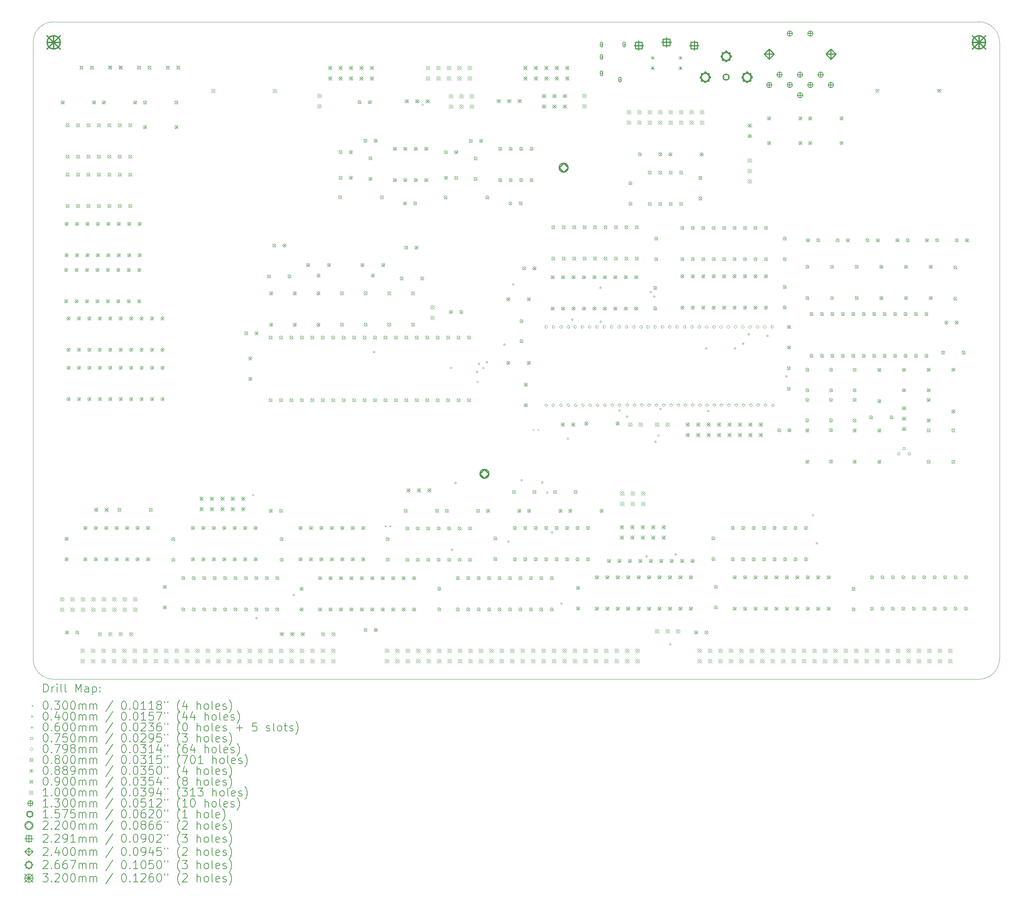
<source format=gbr>
%TF.GenerationSoftware,KiCad,Pcbnew,(6.0.11)*%
%TF.CreationDate,2023-12-22T19:28:29-05:00*%
%TF.ProjectId,input-output.Media,696e7075-742d-46f7-9574-7075742e4d65,rev?*%
%TF.SameCoordinates,Original*%
%TF.FileFunction,Drillmap*%
%TF.FilePolarity,Positive*%
%FSLAX45Y45*%
G04 Gerber Fmt 4.5, Leading zero omitted, Abs format (unit mm)*
G04 Created by KiCad (PCBNEW (6.0.11)) date 2023-12-22 19:28:29*
%MOMM*%
%LPD*%
G01*
G04 APERTURE LIST*
%ADD10C,0.050000*%
%ADD11C,0.200000*%
%ADD12C,0.030000*%
%ADD13C,0.040000*%
%ADD14C,0.060000*%
%ADD15C,0.075000*%
%ADD16C,0.079756*%
%ADD17C,0.080000*%
%ADD18C,0.088900*%
%ADD19C,0.090000*%
%ADD20C,0.100000*%
%ADD21C,0.130000*%
%ADD22C,0.157480*%
%ADD23C,0.220000*%
%ADD24C,0.229108*%
%ADD25C,0.240000*%
%ADD26C,0.266700*%
%ADD27C,0.320000*%
G04 APERTURE END LIST*
D10*
X3500000Y-7500000D02*
X3500000Y-22500000D01*
X4000000Y-23000000D02*
X26500000Y-23000000D01*
X27000000Y-22500000D02*
X27000000Y-7500000D01*
X26500000Y-7000000D02*
X4000000Y-7000000D01*
X27000000Y-7500000D02*
G75*
G03*
X26500000Y-7000000I-500000J0D01*
G01*
X3500000Y-22500000D02*
G75*
G03*
X4000000Y-23000000I500000J0D01*
G01*
X4000000Y-7000000D02*
G75*
G03*
X3500000Y-7500000I0J-500000D01*
G01*
X26500000Y-23000000D02*
G75*
G03*
X27000000Y-22500000I0J500000D01*
G01*
D11*
D12*
X12050000Y-19260000D02*
X12080000Y-19290000D01*
X12080000Y-19260000D02*
X12050000Y-19290000D01*
X12170000Y-19260000D02*
X12200000Y-19290000D01*
X12200000Y-19260000D02*
X12170000Y-19290000D01*
X15650000Y-16910000D02*
X15680000Y-16940000D01*
X15680000Y-16910000D02*
X15650000Y-16940000D01*
X15770000Y-16910000D02*
X15800000Y-16940000D01*
X15800000Y-16910000D02*
X15770000Y-16940000D01*
D13*
X8871880Y-18517540D02*
G75*
G03*
X8871880Y-18517540I-20000J0D01*
G01*
X8949270Y-21516230D02*
G75*
G03*
X8949270Y-21516230I-20000J0D01*
G01*
X9859510Y-20952870D02*
G75*
G03*
X9859510Y-20952870I-20000J0D01*
G01*
X11812060Y-15037570D02*
G75*
G03*
X11812060Y-15037570I-20000J0D01*
G01*
X12993460Y-9019380D02*
G75*
G03*
X12993460Y-9019380I-20000J0D01*
G01*
X13684420Y-15422670D02*
G75*
G03*
X13684420Y-15422670I-20000J0D01*
G01*
X13705630Y-19848270D02*
G75*
G03*
X13705630Y-19848270I-20000J0D01*
G01*
X13792920Y-18218590D02*
G75*
G03*
X13792920Y-18218590I-20000J0D01*
G01*
X14317470Y-15518660D02*
G75*
G03*
X14317470Y-15518660I-20000J0D01*
G01*
X14331800Y-15765750D02*
G75*
G03*
X14331800Y-15765750I-20000J0D01*
G01*
X14359940Y-15324340D02*
G75*
G03*
X14359940Y-15324340I-20000J0D01*
G01*
X14467960Y-15427820D02*
G75*
G03*
X14467960Y-15427820I-20000J0D01*
G01*
X14555660Y-15282020D02*
G75*
G03*
X14555660Y-15282020I-20000J0D01*
G01*
X14982700Y-14857820D02*
G75*
G03*
X14982700Y-14857820I-20000J0D01*
G01*
X15076240Y-19646080D02*
G75*
G03*
X15076240Y-19646080I-20000J0D01*
G01*
X15194280Y-13392810D02*
G75*
G03*
X15194280Y-13392810I-20000J0D01*
G01*
X15398580Y-18158430D02*
G75*
G03*
X15398580Y-18158430I-20000J0D01*
G01*
X15900190Y-18213900D02*
G75*
G03*
X15900190Y-18213900I-20000J0D01*
G01*
X16022390Y-18457710D02*
G75*
G03*
X16022390Y-18457710I-20000J0D01*
G01*
X16139070Y-19428100D02*
G75*
G03*
X16139070Y-19428100I-20000J0D01*
G01*
X16366060Y-21159250D02*
G75*
G03*
X16366060Y-21159250I-20000J0D01*
G01*
X16523360Y-17147050D02*
G75*
G03*
X16523360Y-17147050I-20000J0D01*
G01*
X16630500Y-14247870D02*
G75*
G03*
X16630500Y-14247870I-20000J0D01*
G01*
X17317450Y-13473170D02*
G75*
G03*
X17317450Y-13473170I-20000J0D01*
G01*
X17322090Y-14299410D02*
G75*
G03*
X17322090Y-14299410I-20000J0D01*
G01*
X17779630Y-16457190D02*
G75*
G03*
X17779630Y-16457190I-20000J0D01*
G01*
X17959850Y-16608300D02*
G75*
G03*
X17959850Y-16608300I-20000J0D01*
G01*
X18437040Y-20014460D02*
G75*
G03*
X18437040Y-20014460I-20000J0D01*
G01*
X18539310Y-13576040D02*
G75*
G03*
X18539310Y-13576040I-20000J0D01*
G01*
X18625740Y-13688670D02*
G75*
G03*
X18625740Y-13688670I-20000J0D01*
G01*
X18652310Y-17221110D02*
G75*
G03*
X18652310Y-17221110I-20000J0D01*
G01*
X18725770Y-17069900D02*
G75*
G03*
X18725770Y-17069900I-20000J0D01*
G01*
X18773180Y-16422400D02*
G75*
G03*
X18773180Y-16422400I-20000J0D01*
G01*
X19015230Y-22155100D02*
G75*
G03*
X19015230Y-22155100I-20000J0D01*
G01*
X19144390Y-19965910D02*
G75*
G03*
X19144390Y-19965910I-20000J0D01*
G01*
X19887110Y-14947130D02*
G75*
G03*
X19887110Y-14947130I-20000J0D01*
G01*
X19936650Y-16473030D02*
G75*
G03*
X19936650Y-16473030I-20000J0D01*
G01*
X20587720Y-14949420D02*
G75*
G03*
X20587720Y-14949420I-20000J0D01*
G01*
X20786980Y-14836300D02*
G75*
G03*
X20786980Y-14836300I-20000J0D01*
G01*
X20921530Y-14607120D02*
G75*
G03*
X20921530Y-14607120I-20000J0D01*
G01*
X21376560Y-14642690D02*
G75*
G03*
X21376560Y-14642690I-20000J0D01*
G01*
X21838250Y-15629610D02*
G75*
G03*
X21838250Y-15629610I-20000J0D01*
G01*
X22482950Y-19008250D02*
G75*
G03*
X22482950Y-19008250I-20000J0D01*
G01*
X22578010Y-19688710D02*
G75*
G03*
X22578010Y-19688710I-20000J0D01*
G01*
D14*
X17321750Y-7524500D02*
X17321750Y-7584500D01*
X17291750Y-7554500D02*
X17351750Y-7554500D01*
D11*
X17291750Y-7524500D02*
X17291750Y-7584500D01*
X17351750Y-7524500D02*
X17351750Y-7584500D01*
X17291750Y-7584500D02*
G75*
G03*
X17351750Y-7584500I30000J0D01*
G01*
X17351750Y-7524500D02*
G75*
G03*
X17291750Y-7524500I-30000J0D01*
G01*
D14*
X17321750Y-7824500D02*
X17321750Y-7884500D01*
X17291750Y-7854500D02*
X17351750Y-7854500D01*
D11*
X17291750Y-7824500D02*
X17291750Y-7884500D01*
X17351750Y-7824500D02*
X17351750Y-7884500D01*
X17291750Y-7884500D02*
G75*
G03*
X17351750Y-7884500I30000J0D01*
G01*
X17351750Y-7824500D02*
G75*
G03*
X17291750Y-7824500I-30000J0D01*
G01*
D14*
X17321750Y-8224500D02*
X17321750Y-8284500D01*
X17291750Y-8254500D02*
X17351750Y-8254500D01*
D11*
X17291750Y-8224500D02*
X17291750Y-8284500D01*
X17351750Y-8224500D02*
X17351750Y-8284500D01*
X17291750Y-8284500D02*
G75*
G03*
X17351750Y-8284500I30000J0D01*
G01*
X17351750Y-8224500D02*
G75*
G03*
X17291750Y-8224500I-30000J0D01*
G01*
D14*
X17771750Y-8374500D02*
X17771750Y-8434500D01*
X17741750Y-8404500D02*
X17801750Y-8404500D01*
D11*
X17741750Y-8374500D02*
X17741750Y-8434500D01*
X17801750Y-8374500D02*
X17801750Y-8434500D01*
X17741750Y-8434500D02*
G75*
G03*
X17801750Y-8434500I30000J0D01*
G01*
X17801750Y-8374500D02*
G75*
G03*
X17741750Y-8374500I-30000J0D01*
G01*
D14*
X17871750Y-7524500D02*
X17871750Y-7584500D01*
X17841750Y-7554500D02*
X17901750Y-7554500D01*
D11*
X17841750Y-7524500D02*
X17841750Y-7584500D01*
X17901750Y-7524500D02*
X17901750Y-7584500D01*
X17841750Y-7584500D02*
G75*
G03*
X17901750Y-7584500I30000J0D01*
G01*
X17901750Y-7524500D02*
G75*
G03*
X17841750Y-7524500I-30000J0D01*
G01*
D15*
X24574517Y-17537517D02*
X24574517Y-17484483D01*
X24521483Y-17484483D01*
X24521483Y-17537517D01*
X24574517Y-17537517D01*
X24701517Y-17410517D02*
X24701517Y-17357483D01*
X24648483Y-17357483D01*
X24648483Y-17410517D01*
X24701517Y-17410517D01*
X24828517Y-17537517D02*
X24828517Y-17484483D01*
X24775483Y-17484483D01*
X24775483Y-17537517D01*
X24828517Y-17537517D01*
D16*
X15974290Y-14459840D02*
X16014168Y-14419962D01*
X15974290Y-14380084D01*
X15934412Y-14419962D01*
X15974290Y-14459840D01*
X15975306Y-16366618D02*
X16015184Y-16326740D01*
X15975306Y-16286862D01*
X15935428Y-16326740D01*
X15975306Y-16366618D01*
X16143200Y-16366618D02*
X16183078Y-16326740D01*
X16143200Y-16286862D01*
X16103322Y-16326740D01*
X16143200Y-16366618D01*
X16152090Y-14459840D02*
X16191968Y-14419962D01*
X16152090Y-14380084D01*
X16112212Y-14419962D01*
X16152090Y-14459840D01*
X16330144Y-14459840D02*
X16370022Y-14419962D01*
X16330144Y-14380084D01*
X16290266Y-14419962D01*
X16330144Y-14459840D01*
X16331160Y-16366618D02*
X16371038Y-16326740D01*
X16331160Y-16286862D01*
X16291282Y-16326740D01*
X16331160Y-16366618D01*
X16508198Y-14459840D02*
X16548076Y-14419962D01*
X16508198Y-14380084D01*
X16468320Y-14419962D01*
X16508198Y-14459840D01*
X16509214Y-16366618D02*
X16549092Y-16326740D01*
X16509214Y-16286862D01*
X16469336Y-16326740D01*
X16509214Y-16366618D01*
X16676092Y-14459840D02*
X16715970Y-14419962D01*
X16676092Y-14380084D01*
X16636214Y-14419962D01*
X16676092Y-14459840D01*
X16687268Y-16366618D02*
X16727146Y-16326740D01*
X16687268Y-16286862D01*
X16647390Y-16326740D01*
X16687268Y-16366618D01*
X16854146Y-14459840D02*
X16894024Y-14419962D01*
X16854146Y-14380084D01*
X16814268Y-14419962D01*
X16854146Y-14459840D01*
X16865322Y-16366618D02*
X16905200Y-16326740D01*
X16865322Y-16286862D01*
X16825444Y-16326740D01*
X16865322Y-16366618D01*
X17032200Y-14459840D02*
X17072078Y-14419962D01*
X17032200Y-14380084D01*
X16992322Y-14419962D01*
X17032200Y-14459840D01*
X17043122Y-16366618D02*
X17083000Y-16326740D01*
X17043122Y-16286862D01*
X17003244Y-16326740D01*
X17043122Y-16366618D01*
X17210254Y-14459840D02*
X17250132Y-14419962D01*
X17210254Y-14380084D01*
X17170376Y-14419962D01*
X17210254Y-14459840D01*
X17221176Y-16366618D02*
X17261054Y-16326740D01*
X17221176Y-16286862D01*
X17181298Y-16326740D01*
X17221176Y-16366618D01*
X17388308Y-14459840D02*
X17428186Y-14419962D01*
X17388308Y-14380084D01*
X17348430Y-14419962D01*
X17388308Y-14459840D01*
X17399230Y-16366618D02*
X17439108Y-16326740D01*
X17399230Y-16286862D01*
X17359352Y-16326740D01*
X17399230Y-16366618D01*
X17566108Y-14459840D02*
X17605986Y-14419962D01*
X17566108Y-14380084D01*
X17526230Y-14419962D01*
X17566108Y-14459840D01*
X17577284Y-16366618D02*
X17617162Y-16326740D01*
X17577284Y-16286862D01*
X17537406Y-16326740D01*
X17577284Y-16366618D01*
X17744162Y-14459840D02*
X17784040Y-14419962D01*
X17744162Y-14380084D01*
X17704284Y-14419962D01*
X17744162Y-14459840D01*
X17755084Y-16366618D02*
X17794962Y-16326740D01*
X17755084Y-16286862D01*
X17715206Y-16326740D01*
X17755084Y-16366618D01*
X17922216Y-14459840D02*
X17962094Y-14419962D01*
X17922216Y-14380084D01*
X17882338Y-14419962D01*
X17922216Y-14459840D01*
X17943298Y-16366618D02*
X17983176Y-16326740D01*
X17943298Y-16286862D01*
X17903420Y-16326740D01*
X17943298Y-16366618D01*
X18100270Y-14460856D02*
X18140148Y-14420978D01*
X18100270Y-14381100D01*
X18060392Y-14420978D01*
X18100270Y-14460856D01*
X18121098Y-16366618D02*
X18160976Y-16326740D01*
X18121098Y-16286862D01*
X18081220Y-16326740D01*
X18121098Y-16366618D01*
X18278070Y-14460856D02*
X18317948Y-14420978D01*
X18278070Y-14381100D01*
X18238192Y-14420978D01*
X18278070Y-14460856D01*
X18299152Y-16366618D02*
X18339030Y-16326740D01*
X18299152Y-16286862D01*
X18259274Y-16326740D01*
X18299152Y-16366618D01*
X18445964Y-14460856D02*
X18485842Y-14420978D01*
X18445964Y-14381100D01*
X18406086Y-14420978D01*
X18445964Y-14460856D01*
X18476952Y-16366618D02*
X18516830Y-16326740D01*
X18476952Y-16286862D01*
X18437074Y-16326740D01*
X18476952Y-16366618D01*
X18624018Y-14460856D02*
X18663896Y-14420978D01*
X18624018Y-14381100D01*
X18584140Y-14420978D01*
X18624018Y-14460856D01*
X18655006Y-16366618D02*
X18694884Y-16326740D01*
X18655006Y-16286862D01*
X18615128Y-16326740D01*
X18655006Y-16366618D01*
X18801818Y-14460856D02*
X18841696Y-14420978D01*
X18801818Y-14381100D01*
X18761940Y-14420978D01*
X18801818Y-14460856D01*
X18833060Y-16366618D02*
X18872938Y-16326740D01*
X18833060Y-16286862D01*
X18793182Y-16326740D01*
X18833060Y-16366618D01*
X18979872Y-14460856D02*
X19019750Y-14420978D01*
X18979872Y-14381100D01*
X18939994Y-14420978D01*
X18979872Y-14460856D01*
X19010860Y-16366618D02*
X19050738Y-16326740D01*
X19010860Y-16286862D01*
X18970982Y-16326740D01*
X19010860Y-16366618D01*
X19157926Y-14460856D02*
X19197804Y-14420978D01*
X19157926Y-14381100D01*
X19118048Y-14420978D01*
X19157926Y-14460856D01*
X19188914Y-16366618D02*
X19228792Y-16326740D01*
X19188914Y-16286862D01*
X19149036Y-16326740D01*
X19188914Y-16366618D01*
X19335980Y-14460856D02*
X19375858Y-14420978D01*
X19335980Y-14381100D01*
X19296102Y-14420978D01*
X19335980Y-14460856D01*
X19357062Y-16366618D02*
X19396940Y-16326740D01*
X19357062Y-16286862D01*
X19317184Y-16326740D01*
X19357062Y-16366618D01*
X19514034Y-14460856D02*
X19553912Y-14420978D01*
X19514034Y-14381100D01*
X19474156Y-14420978D01*
X19514034Y-14460856D01*
X19534862Y-16366618D02*
X19574740Y-16326740D01*
X19534862Y-16286862D01*
X19494984Y-16326740D01*
X19534862Y-16366618D01*
X19691834Y-14460856D02*
X19731712Y-14420978D01*
X19691834Y-14381100D01*
X19651956Y-14420978D01*
X19691834Y-14460856D01*
X19712916Y-16368650D02*
X19752794Y-16328772D01*
X19712916Y-16288894D01*
X19673038Y-16328772D01*
X19712916Y-16368650D01*
X19874968Y-14460856D02*
X19914846Y-14420978D01*
X19874968Y-14381100D01*
X19835090Y-14420978D01*
X19874968Y-14460856D01*
X19881064Y-16368650D02*
X19920942Y-16328772D01*
X19881064Y-16288894D01*
X19841186Y-16328772D01*
X19881064Y-16368650D01*
X20053022Y-14460856D02*
X20092900Y-14420978D01*
X20053022Y-14381100D01*
X20013144Y-14420978D01*
X20053022Y-14460856D01*
X20058864Y-16368650D02*
X20098742Y-16328772D01*
X20058864Y-16288894D01*
X20018986Y-16328772D01*
X20058864Y-16368650D01*
X20220916Y-14460856D02*
X20260794Y-14420978D01*
X20220916Y-14381100D01*
X20181038Y-14420978D01*
X20220916Y-14460856D01*
X20237934Y-16368650D02*
X20277812Y-16328772D01*
X20237934Y-16288894D01*
X20198056Y-16328772D01*
X20237934Y-16368650D01*
X20398970Y-14460856D02*
X20438848Y-14420978D01*
X20398970Y-14381100D01*
X20359092Y-14420978D01*
X20398970Y-14460856D01*
X20415988Y-16368650D02*
X20455866Y-16328772D01*
X20415988Y-16288894D01*
X20376110Y-16328772D01*
X20415988Y-16368650D01*
X20577024Y-14460856D02*
X20616902Y-14420978D01*
X20577024Y-14381100D01*
X20537146Y-14420978D01*
X20577024Y-14460856D01*
X20594042Y-16368650D02*
X20633920Y-16328772D01*
X20594042Y-16288894D01*
X20554164Y-16328772D01*
X20594042Y-16368650D01*
X20754824Y-14460856D02*
X20794702Y-14420978D01*
X20754824Y-14381100D01*
X20714946Y-14420978D01*
X20754824Y-14460856D01*
X20771842Y-16368650D02*
X20811720Y-16328772D01*
X20771842Y-16288894D01*
X20731964Y-16328772D01*
X20771842Y-16368650D01*
X20932878Y-14460856D02*
X20972756Y-14420978D01*
X20932878Y-14381100D01*
X20893000Y-14420978D01*
X20932878Y-14460856D01*
X20949896Y-16368650D02*
X20989774Y-16328772D01*
X20949896Y-16288894D01*
X20910018Y-16328772D01*
X20949896Y-16368650D01*
X21110932Y-14460856D02*
X21150810Y-14420978D01*
X21110932Y-14381100D01*
X21071054Y-14420978D01*
X21110932Y-14460856D01*
X21127950Y-16368650D02*
X21167828Y-16328772D01*
X21127950Y-16288894D01*
X21088072Y-16328772D01*
X21127950Y-16368650D01*
X21288986Y-14460856D02*
X21328864Y-14420978D01*
X21288986Y-14381100D01*
X21249108Y-14420978D01*
X21288986Y-14460856D01*
X21306004Y-16368650D02*
X21345882Y-16328772D01*
X21306004Y-16288894D01*
X21266126Y-16328772D01*
X21306004Y-16368650D01*
X21467040Y-14460856D02*
X21506918Y-14420978D01*
X21467040Y-14381100D01*
X21427162Y-14420978D01*
X21467040Y-14460856D01*
X21484058Y-16368650D02*
X21523936Y-16328772D01*
X21484058Y-16288894D01*
X21444180Y-16328772D01*
X21484058Y-16368650D01*
D17*
X4179000Y-8922000D02*
X4259000Y-9002000D01*
X4259000Y-8922000D02*
X4179000Y-9002000D01*
X4259000Y-8962000D02*
G75*
G03*
X4259000Y-8962000I-40000J0D01*
G01*
X4260000Y-12998000D02*
X4340000Y-13078000D01*
X4340000Y-12998000D02*
X4260000Y-13078000D01*
X4340000Y-13038000D02*
G75*
G03*
X4340000Y-13038000I-40000J0D01*
G01*
X4260000Y-13760000D02*
X4340000Y-13840000D01*
X4340000Y-13760000D02*
X4260000Y-13840000D01*
X4340000Y-13800000D02*
G75*
G03*
X4340000Y-13800000I-40000J0D01*
G01*
X4271000Y-19540000D02*
X4351000Y-19620000D01*
X4351000Y-19540000D02*
X4271000Y-19620000D01*
X4351000Y-19580000D02*
G75*
G03*
X4351000Y-19580000I-40000J0D01*
G01*
X4271000Y-20040000D02*
X4351000Y-20120000D01*
X4351000Y-20040000D02*
X4271000Y-20120000D01*
X4351000Y-20080000D02*
G75*
G03*
X4351000Y-20080000I-40000J0D01*
G01*
X4272500Y-11878000D02*
X4352500Y-11958000D01*
X4352500Y-11878000D02*
X4272500Y-11958000D01*
X4352500Y-11918000D02*
G75*
G03*
X4352500Y-11918000I-40000J0D01*
G01*
X4272500Y-12640000D02*
X4352500Y-12720000D01*
X4352500Y-12640000D02*
X4272500Y-12720000D01*
X4352500Y-12680000D02*
G75*
G03*
X4352500Y-12680000I-40000J0D01*
G01*
X4280000Y-21820000D02*
X4360000Y-21900000D01*
X4360000Y-21820000D02*
X4280000Y-21900000D01*
X4360000Y-21860000D02*
G75*
G03*
X4360000Y-21860000I-40000J0D01*
G01*
X4297500Y-9478000D02*
X4377500Y-9558000D01*
X4377500Y-9478000D02*
X4297500Y-9558000D01*
X4377500Y-9518000D02*
G75*
G03*
X4377500Y-9518000I-40000J0D01*
G01*
X4297500Y-10240000D02*
X4377500Y-10320000D01*
X4377500Y-10240000D02*
X4297500Y-10320000D01*
X4377500Y-10280000D02*
G75*
G03*
X4377500Y-10280000I-40000J0D01*
G01*
X4297500Y-10678000D02*
X4377500Y-10758000D01*
X4377500Y-10678000D02*
X4297500Y-10758000D01*
X4377500Y-10718000D02*
G75*
G03*
X4377500Y-10718000I-40000J0D01*
G01*
X4297500Y-11440000D02*
X4377500Y-11520000D01*
X4377500Y-11440000D02*
X4297500Y-11520000D01*
X4377500Y-11480000D02*
G75*
G03*
X4377500Y-11480000I-40000J0D01*
G01*
X4317500Y-14178000D02*
X4397500Y-14258000D01*
X4397500Y-14178000D02*
X4317500Y-14258000D01*
X4397500Y-14218000D02*
G75*
G03*
X4397500Y-14218000I-40000J0D01*
G01*
X4317500Y-14940000D02*
X4397500Y-15020000D01*
X4397500Y-14940000D02*
X4317500Y-15020000D01*
X4397500Y-14980000D02*
G75*
G03*
X4397500Y-14980000I-40000J0D01*
G01*
X4317500Y-15378000D02*
X4397500Y-15458000D01*
X4397500Y-15378000D02*
X4317500Y-15458000D01*
X4397500Y-15418000D02*
G75*
G03*
X4397500Y-15418000I-40000J0D01*
G01*
X4317500Y-16140000D02*
X4397500Y-16220000D01*
X4397500Y-16140000D02*
X4317500Y-16220000D01*
X4397500Y-16180000D02*
G75*
G03*
X4397500Y-16180000I-40000J0D01*
G01*
X4514000Y-12998000D02*
X4594000Y-13078000D01*
X4594000Y-12998000D02*
X4514000Y-13078000D01*
X4594000Y-13038000D02*
G75*
G03*
X4594000Y-13038000I-40000J0D01*
G01*
X4514000Y-13760000D02*
X4594000Y-13840000D01*
X4594000Y-13760000D02*
X4514000Y-13840000D01*
X4594000Y-13800000D02*
G75*
G03*
X4594000Y-13800000I-40000J0D01*
G01*
X4526500Y-11878000D02*
X4606500Y-11958000D01*
X4606500Y-11878000D02*
X4526500Y-11958000D01*
X4606500Y-11918000D02*
G75*
G03*
X4606500Y-11918000I-40000J0D01*
G01*
X4526500Y-12640000D02*
X4606500Y-12720000D01*
X4606500Y-12640000D02*
X4526500Y-12720000D01*
X4606500Y-12680000D02*
G75*
G03*
X4606500Y-12680000I-40000J0D01*
G01*
X4530000Y-21820000D02*
X4610000Y-21900000D01*
X4610000Y-21820000D02*
X4530000Y-21900000D01*
X4610000Y-21860000D02*
G75*
G03*
X4610000Y-21860000I-40000J0D01*
G01*
X4551500Y-9478000D02*
X4631500Y-9558000D01*
X4631500Y-9478000D02*
X4551500Y-9558000D01*
X4631500Y-9518000D02*
G75*
G03*
X4631500Y-9518000I-40000J0D01*
G01*
X4551500Y-10240000D02*
X4631500Y-10320000D01*
X4631500Y-10240000D02*
X4551500Y-10320000D01*
X4631500Y-10280000D02*
G75*
G03*
X4631500Y-10280000I-40000J0D01*
G01*
X4551500Y-10678000D02*
X4631500Y-10758000D01*
X4631500Y-10678000D02*
X4551500Y-10758000D01*
X4631500Y-10718000D02*
G75*
G03*
X4631500Y-10718000I-40000J0D01*
G01*
X4551500Y-11440000D02*
X4631500Y-11520000D01*
X4631500Y-11440000D02*
X4551500Y-11520000D01*
X4631500Y-11480000D02*
G75*
G03*
X4631500Y-11480000I-40000J0D01*
G01*
X4571500Y-14178000D02*
X4651500Y-14258000D01*
X4651500Y-14178000D02*
X4571500Y-14258000D01*
X4651500Y-14218000D02*
G75*
G03*
X4651500Y-14218000I-40000J0D01*
G01*
X4571500Y-14940000D02*
X4651500Y-15020000D01*
X4651500Y-14940000D02*
X4571500Y-15020000D01*
X4651500Y-14980000D02*
G75*
G03*
X4651500Y-14980000I-40000J0D01*
G01*
X4571500Y-15378000D02*
X4651500Y-15458000D01*
X4651500Y-15378000D02*
X4571500Y-15458000D01*
X4651500Y-15418000D02*
G75*
G03*
X4651500Y-15418000I-40000J0D01*
G01*
X4571500Y-16140000D02*
X4651500Y-16220000D01*
X4651500Y-16140000D02*
X4571500Y-16220000D01*
X4651500Y-16180000D02*
G75*
G03*
X4651500Y-16180000I-40000J0D01*
G01*
X4727500Y-19278000D02*
X4807500Y-19358000D01*
X4807500Y-19278000D02*
X4727500Y-19358000D01*
X4807500Y-19318000D02*
G75*
G03*
X4807500Y-19318000I-40000J0D01*
G01*
X4727500Y-20040000D02*
X4807500Y-20120000D01*
X4807500Y-20040000D02*
X4727500Y-20120000D01*
X4807500Y-20080000D02*
G75*
G03*
X4807500Y-20080000I-40000J0D01*
G01*
X4768000Y-12998000D02*
X4848000Y-13078000D01*
X4848000Y-12998000D02*
X4768000Y-13078000D01*
X4848000Y-13038000D02*
G75*
G03*
X4848000Y-13038000I-40000J0D01*
G01*
X4768000Y-13760000D02*
X4848000Y-13840000D01*
X4848000Y-13760000D02*
X4768000Y-13840000D01*
X4848000Y-13800000D02*
G75*
G03*
X4848000Y-13800000I-40000J0D01*
G01*
X4780500Y-11878000D02*
X4860500Y-11958000D01*
X4860500Y-11878000D02*
X4780500Y-11958000D01*
X4860500Y-11918000D02*
G75*
G03*
X4860500Y-11918000I-40000J0D01*
G01*
X4780500Y-12640000D02*
X4860500Y-12720000D01*
X4860500Y-12640000D02*
X4780500Y-12720000D01*
X4860500Y-12680000D02*
G75*
G03*
X4860500Y-12680000I-40000J0D01*
G01*
X4805500Y-9478000D02*
X4885500Y-9558000D01*
X4885500Y-9478000D02*
X4805500Y-9558000D01*
X4885500Y-9518000D02*
G75*
G03*
X4885500Y-9518000I-40000J0D01*
G01*
X4805500Y-10240000D02*
X4885500Y-10320000D01*
X4885500Y-10240000D02*
X4805500Y-10320000D01*
X4885500Y-10280000D02*
G75*
G03*
X4885500Y-10280000I-40000J0D01*
G01*
X4805500Y-10678000D02*
X4885500Y-10758000D01*
X4885500Y-10678000D02*
X4805500Y-10758000D01*
X4885500Y-10718000D02*
G75*
G03*
X4885500Y-10718000I-40000J0D01*
G01*
X4805500Y-11440000D02*
X4885500Y-11520000D01*
X4885500Y-11440000D02*
X4805500Y-11520000D01*
X4885500Y-11480000D02*
G75*
G03*
X4885500Y-11480000I-40000J0D01*
G01*
X4825500Y-14178000D02*
X4905500Y-14258000D01*
X4905500Y-14178000D02*
X4825500Y-14258000D01*
X4905500Y-14218000D02*
G75*
G03*
X4905500Y-14218000I-40000J0D01*
G01*
X4825500Y-14940000D02*
X4905500Y-15020000D01*
X4905500Y-14940000D02*
X4825500Y-15020000D01*
X4905500Y-14980000D02*
G75*
G03*
X4905500Y-14980000I-40000J0D01*
G01*
X4825500Y-15378000D02*
X4905500Y-15458000D01*
X4905500Y-15378000D02*
X4825500Y-15458000D01*
X4905500Y-15418000D02*
G75*
G03*
X4905500Y-15418000I-40000J0D01*
G01*
X4825500Y-16140000D02*
X4905500Y-16220000D01*
X4905500Y-16140000D02*
X4825500Y-16220000D01*
X4905500Y-16180000D02*
G75*
G03*
X4905500Y-16180000I-40000J0D01*
G01*
X4941000Y-8922000D02*
X5021000Y-9002000D01*
X5021000Y-8922000D02*
X4941000Y-9002000D01*
X5021000Y-8962000D02*
G75*
G03*
X5021000Y-8962000I-40000J0D01*
G01*
X4981500Y-19278000D02*
X5061500Y-19358000D01*
X5061500Y-19278000D02*
X4981500Y-19358000D01*
X5061500Y-19318000D02*
G75*
G03*
X5061500Y-19318000I-40000J0D01*
G01*
X4981500Y-20040000D02*
X5061500Y-20120000D01*
X5061500Y-20040000D02*
X4981500Y-20120000D01*
X5061500Y-20080000D02*
G75*
G03*
X5061500Y-20080000I-40000J0D01*
G01*
X5022000Y-12998000D02*
X5102000Y-13078000D01*
X5102000Y-12998000D02*
X5022000Y-13078000D01*
X5102000Y-13038000D02*
G75*
G03*
X5102000Y-13038000I-40000J0D01*
G01*
X5022000Y-13760000D02*
X5102000Y-13840000D01*
X5102000Y-13760000D02*
X5022000Y-13840000D01*
X5102000Y-13800000D02*
G75*
G03*
X5102000Y-13800000I-40000J0D01*
G01*
X5034500Y-11878000D02*
X5114500Y-11958000D01*
X5114500Y-11878000D02*
X5034500Y-11958000D01*
X5114500Y-11918000D02*
G75*
G03*
X5114500Y-11918000I-40000J0D01*
G01*
X5034500Y-12640000D02*
X5114500Y-12720000D01*
X5114500Y-12640000D02*
X5034500Y-12720000D01*
X5114500Y-12680000D02*
G75*
G03*
X5114500Y-12680000I-40000J0D01*
G01*
X5059500Y-9478000D02*
X5139500Y-9558000D01*
X5139500Y-9478000D02*
X5059500Y-9558000D01*
X5139500Y-9518000D02*
G75*
G03*
X5139500Y-9518000I-40000J0D01*
G01*
X5059500Y-10240000D02*
X5139500Y-10320000D01*
X5139500Y-10240000D02*
X5059500Y-10320000D01*
X5139500Y-10280000D02*
G75*
G03*
X5139500Y-10280000I-40000J0D01*
G01*
X5059500Y-10678000D02*
X5139500Y-10758000D01*
X5139500Y-10678000D02*
X5059500Y-10758000D01*
X5139500Y-10718000D02*
G75*
G03*
X5139500Y-10718000I-40000J0D01*
G01*
X5059500Y-11440000D02*
X5139500Y-11520000D01*
X5139500Y-11440000D02*
X5059500Y-11520000D01*
X5139500Y-11480000D02*
G75*
G03*
X5139500Y-11480000I-40000J0D01*
G01*
X5079500Y-14178000D02*
X5159500Y-14258000D01*
X5159500Y-14178000D02*
X5079500Y-14258000D01*
X5159500Y-14218000D02*
G75*
G03*
X5159500Y-14218000I-40000J0D01*
G01*
X5079500Y-14940000D02*
X5159500Y-15020000D01*
X5159500Y-14940000D02*
X5079500Y-15020000D01*
X5159500Y-14980000D02*
G75*
G03*
X5159500Y-14980000I-40000J0D01*
G01*
X5079500Y-15378000D02*
X5159500Y-15458000D01*
X5159500Y-15378000D02*
X5079500Y-15458000D01*
X5159500Y-15418000D02*
G75*
G03*
X5159500Y-15418000I-40000J0D01*
G01*
X5079500Y-16140000D02*
X5159500Y-16220000D01*
X5159500Y-16140000D02*
X5079500Y-16220000D01*
X5159500Y-16180000D02*
G75*
G03*
X5159500Y-16180000I-40000J0D01*
G01*
X5179000Y-8922000D02*
X5259000Y-9002000D01*
X5259000Y-8922000D02*
X5179000Y-9002000D01*
X5259000Y-8962000D02*
G75*
G03*
X5259000Y-8962000I-40000J0D01*
G01*
X5235500Y-19278000D02*
X5315500Y-19358000D01*
X5315500Y-19278000D02*
X5235500Y-19358000D01*
X5315500Y-19318000D02*
G75*
G03*
X5315500Y-19318000I-40000J0D01*
G01*
X5235500Y-20040000D02*
X5315500Y-20120000D01*
X5315500Y-20040000D02*
X5235500Y-20120000D01*
X5315500Y-20080000D02*
G75*
G03*
X5315500Y-20080000I-40000J0D01*
G01*
X5276000Y-12998000D02*
X5356000Y-13078000D01*
X5356000Y-12998000D02*
X5276000Y-13078000D01*
X5356000Y-13038000D02*
G75*
G03*
X5356000Y-13038000I-40000J0D01*
G01*
X5276000Y-13760000D02*
X5356000Y-13840000D01*
X5356000Y-13760000D02*
X5276000Y-13840000D01*
X5356000Y-13800000D02*
G75*
G03*
X5356000Y-13800000I-40000J0D01*
G01*
X5288500Y-11878000D02*
X5368500Y-11958000D01*
X5368500Y-11878000D02*
X5288500Y-11958000D01*
X5368500Y-11918000D02*
G75*
G03*
X5368500Y-11918000I-40000J0D01*
G01*
X5288500Y-12640000D02*
X5368500Y-12720000D01*
X5368500Y-12640000D02*
X5288500Y-12720000D01*
X5368500Y-12680000D02*
G75*
G03*
X5368500Y-12680000I-40000J0D01*
G01*
X5313500Y-9478000D02*
X5393500Y-9558000D01*
X5393500Y-9478000D02*
X5313500Y-9558000D01*
X5393500Y-9518000D02*
G75*
G03*
X5393500Y-9518000I-40000J0D01*
G01*
X5313500Y-10240000D02*
X5393500Y-10320000D01*
X5393500Y-10240000D02*
X5313500Y-10320000D01*
X5393500Y-10280000D02*
G75*
G03*
X5393500Y-10280000I-40000J0D01*
G01*
X5313500Y-10678000D02*
X5393500Y-10758000D01*
X5393500Y-10678000D02*
X5313500Y-10758000D01*
X5393500Y-10718000D02*
G75*
G03*
X5393500Y-10718000I-40000J0D01*
G01*
X5313500Y-11440000D02*
X5393500Y-11520000D01*
X5393500Y-11440000D02*
X5313500Y-11520000D01*
X5393500Y-11480000D02*
G75*
G03*
X5393500Y-11480000I-40000J0D01*
G01*
X5333500Y-14178000D02*
X5413500Y-14258000D01*
X5413500Y-14178000D02*
X5333500Y-14258000D01*
X5413500Y-14218000D02*
G75*
G03*
X5413500Y-14218000I-40000J0D01*
G01*
X5333500Y-14940000D02*
X5413500Y-15020000D01*
X5413500Y-14940000D02*
X5333500Y-15020000D01*
X5413500Y-14980000D02*
G75*
G03*
X5413500Y-14980000I-40000J0D01*
G01*
X5333500Y-15378000D02*
X5413500Y-15458000D01*
X5413500Y-15378000D02*
X5333500Y-15458000D01*
X5413500Y-15418000D02*
G75*
G03*
X5413500Y-15418000I-40000J0D01*
G01*
X5333500Y-16140000D02*
X5413500Y-16220000D01*
X5413500Y-16140000D02*
X5333500Y-16220000D01*
X5413500Y-16180000D02*
G75*
G03*
X5413500Y-16180000I-40000J0D01*
G01*
X5489500Y-19278000D02*
X5569500Y-19358000D01*
X5569500Y-19278000D02*
X5489500Y-19358000D01*
X5569500Y-19318000D02*
G75*
G03*
X5569500Y-19318000I-40000J0D01*
G01*
X5489500Y-20040000D02*
X5569500Y-20120000D01*
X5569500Y-20040000D02*
X5489500Y-20120000D01*
X5569500Y-20080000D02*
G75*
G03*
X5569500Y-20080000I-40000J0D01*
G01*
X5530000Y-12998000D02*
X5610000Y-13078000D01*
X5610000Y-12998000D02*
X5530000Y-13078000D01*
X5610000Y-13038000D02*
G75*
G03*
X5610000Y-13038000I-40000J0D01*
G01*
X5530000Y-13760000D02*
X5610000Y-13840000D01*
X5610000Y-13760000D02*
X5530000Y-13840000D01*
X5610000Y-13800000D02*
G75*
G03*
X5610000Y-13800000I-40000J0D01*
G01*
X5542500Y-11878000D02*
X5622500Y-11958000D01*
X5622500Y-11878000D02*
X5542500Y-11958000D01*
X5622500Y-11918000D02*
G75*
G03*
X5622500Y-11918000I-40000J0D01*
G01*
X5542500Y-12640000D02*
X5622500Y-12720000D01*
X5622500Y-12640000D02*
X5542500Y-12720000D01*
X5622500Y-12680000D02*
G75*
G03*
X5622500Y-12680000I-40000J0D01*
G01*
X5559000Y-18835000D02*
X5639000Y-18915000D01*
X5639000Y-18835000D02*
X5559000Y-18915000D01*
X5639000Y-18875000D02*
G75*
G03*
X5639000Y-18875000I-40000J0D01*
G01*
X5567500Y-9478000D02*
X5647500Y-9558000D01*
X5647500Y-9478000D02*
X5567500Y-9558000D01*
X5647500Y-9518000D02*
G75*
G03*
X5647500Y-9518000I-40000J0D01*
G01*
X5567500Y-10240000D02*
X5647500Y-10320000D01*
X5647500Y-10240000D02*
X5567500Y-10320000D01*
X5647500Y-10280000D02*
G75*
G03*
X5647500Y-10280000I-40000J0D01*
G01*
X5567500Y-10678000D02*
X5647500Y-10758000D01*
X5647500Y-10678000D02*
X5567500Y-10758000D01*
X5647500Y-10718000D02*
G75*
G03*
X5647500Y-10718000I-40000J0D01*
G01*
X5567500Y-11440000D02*
X5647500Y-11520000D01*
X5647500Y-11440000D02*
X5567500Y-11520000D01*
X5647500Y-11480000D02*
G75*
G03*
X5647500Y-11480000I-40000J0D01*
G01*
X5587500Y-14178000D02*
X5667500Y-14258000D01*
X5667500Y-14178000D02*
X5587500Y-14258000D01*
X5667500Y-14218000D02*
G75*
G03*
X5667500Y-14218000I-40000J0D01*
G01*
X5587500Y-14940000D02*
X5667500Y-15020000D01*
X5667500Y-14940000D02*
X5587500Y-15020000D01*
X5667500Y-14980000D02*
G75*
G03*
X5667500Y-14980000I-40000J0D01*
G01*
X5587500Y-15378000D02*
X5667500Y-15458000D01*
X5667500Y-15378000D02*
X5587500Y-15458000D01*
X5667500Y-15418000D02*
G75*
G03*
X5667500Y-15418000I-40000J0D01*
G01*
X5587500Y-16140000D02*
X5667500Y-16220000D01*
X5667500Y-16140000D02*
X5587500Y-16220000D01*
X5667500Y-16180000D02*
G75*
G03*
X5667500Y-16180000I-40000J0D01*
G01*
X5743500Y-19278000D02*
X5823500Y-19358000D01*
X5823500Y-19278000D02*
X5743500Y-19358000D01*
X5823500Y-19318000D02*
G75*
G03*
X5823500Y-19318000I-40000J0D01*
G01*
X5743500Y-20040000D02*
X5823500Y-20120000D01*
X5823500Y-20040000D02*
X5743500Y-20120000D01*
X5823500Y-20080000D02*
G75*
G03*
X5823500Y-20080000I-40000J0D01*
G01*
X5784000Y-12998000D02*
X5864000Y-13078000D01*
X5864000Y-12998000D02*
X5784000Y-13078000D01*
X5864000Y-13038000D02*
G75*
G03*
X5864000Y-13038000I-40000J0D01*
G01*
X5784000Y-13760000D02*
X5864000Y-13840000D01*
X5864000Y-13760000D02*
X5784000Y-13840000D01*
X5864000Y-13800000D02*
G75*
G03*
X5864000Y-13800000I-40000J0D01*
G01*
X5796500Y-11878000D02*
X5876500Y-11958000D01*
X5876500Y-11878000D02*
X5796500Y-11958000D01*
X5876500Y-11918000D02*
G75*
G03*
X5876500Y-11918000I-40000J0D01*
G01*
X5796500Y-12640000D02*
X5876500Y-12720000D01*
X5876500Y-12640000D02*
X5796500Y-12720000D01*
X5876500Y-12680000D02*
G75*
G03*
X5876500Y-12680000I-40000J0D01*
G01*
X5821500Y-9478000D02*
X5901500Y-9558000D01*
X5901500Y-9478000D02*
X5821500Y-9558000D01*
X5901500Y-9518000D02*
G75*
G03*
X5901500Y-9518000I-40000J0D01*
G01*
X5821500Y-10240000D02*
X5901500Y-10320000D01*
X5901500Y-10240000D02*
X5821500Y-10320000D01*
X5901500Y-10280000D02*
G75*
G03*
X5901500Y-10280000I-40000J0D01*
G01*
X5821500Y-10678000D02*
X5901500Y-10758000D01*
X5901500Y-10678000D02*
X5821500Y-10758000D01*
X5901500Y-10718000D02*
G75*
G03*
X5901500Y-10718000I-40000J0D01*
G01*
X5821500Y-11440000D02*
X5901500Y-11520000D01*
X5901500Y-11440000D02*
X5821500Y-11520000D01*
X5901500Y-11480000D02*
G75*
G03*
X5901500Y-11480000I-40000J0D01*
G01*
X5841500Y-14178000D02*
X5921500Y-14258000D01*
X5921500Y-14178000D02*
X5841500Y-14258000D01*
X5921500Y-14218000D02*
G75*
G03*
X5921500Y-14218000I-40000J0D01*
G01*
X5841500Y-14940000D02*
X5921500Y-15020000D01*
X5921500Y-14940000D02*
X5841500Y-15020000D01*
X5921500Y-14980000D02*
G75*
G03*
X5921500Y-14980000I-40000J0D01*
G01*
X5841500Y-15378000D02*
X5921500Y-15458000D01*
X5921500Y-15378000D02*
X5841500Y-15458000D01*
X5921500Y-15418000D02*
G75*
G03*
X5921500Y-15418000I-40000J0D01*
G01*
X5841500Y-16140000D02*
X5921500Y-16220000D01*
X5921500Y-16140000D02*
X5841500Y-16220000D01*
X5921500Y-16180000D02*
G75*
G03*
X5921500Y-16180000I-40000J0D01*
G01*
X5941000Y-8922000D02*
X6021000Y-9002000D01*
X6021000Y-8922000D02*
X5941000Y-9002000D01*
X6021000Y-8962000D02*
G75*
G03*
X6021000Y-8962000I-40000J0D01*
G01*
X5997500Y-19278000D02*
X6077500Y-19358000D01*
X6077500Y-19278000D02*
X5997500Y-19358000D01*
X6077500Y-19318000D02*
G75*
G03*
X6077500Y-19318000I-40000J0D01*
G01*
X5997500Y-20040000D02*
X6077500Y-20120000D01*
X6077500Y-20040000D02*
X5997500Y-20120000D01*
X6077500Y-20080000D02*
G75*
G03*
X6077500Y-20080000I-40000J0D01*
G01*
X6038000Y-12998000D02*
X6118000Y-13078000D01*
X6118000Y-12998000D02*
X6038000Y-13078000D01*
X6118000Y-13038000D02*
G75*
G03*
X6118000Y-13038000I-40000J0D01*
G01*
X6038000Y-13760000D02*
X6118000Y-13840000D01*
X6118000Y-13760000D02*
X6038000Y-13840000D01*
X6118000Y-13800000D02*
G75*
G03*
X6118000Y-13800000I-40000J0D01*
G01*
X6050500Y-11878000D02*
X6130500Y-11958000D01*
X6130500Y-11878000D02*
X6050500Y-11958000D01*
X6130500Y-11918000D02*
G75*
G03*
X6130500Y-11918000I-40000J0D01*
G01*
X6050500Y-12640000D02*
X6130500Y-12720000D01*
X6130500Y-12640000D02*
X6050500Y-12720000D01*
X6130500Y-12680000D02*
G75*
G03*
X6130500Y-12680000I-40000J0D01*
G01*
X6095500Y-14178000D02*
X6175500Y-14258000D01*
X6175500Y-14178000D02*
X6095500Y-14258000D01*
X6175500Y-14218000D02*
G75*
G03*
X6175500Y-14218000I-40000J0D01*
G01*
X6095500Y-14940000D02*
X6175500Y-15020000D01*
X6175500Y-14940000D02*
X6095500Y-15020000D01*
X6175500Y-14980000D02*
G75*
G03*
X6175500Y-14980000I-40000J0D01*
G01*
X6095500Y-15378000D02*
X6175500Y-15458000D01*
X6175500Y-15378000D02*
X6095500Y-15458000D01*
X6175500Y-15418000D02*
G75*
G03*
X6175500Y-15418000I-40000J0D01*
G01*
X6095500Y-16140000D02*
X6175500Y-16220000D01*
X6175500Y-16140000D02*
X6095500Y-16220000D01*
X6175500Y-16180000D02*
G75*
G03*
X6175500Y-16180000I-40000J0D01*
G01*
X6179000Y-8922000D02*
X6259000Y-9002000D01*
X6259000Y-8922000D02*
X6179000Y-9002000D01*
X6259000Y-8962000D02*
G75*
G03*
X6259000Y-8962000I-40000J0D01*
G01*
X6179000Y-9520000D02*
X6259000Y-9600000D01*
X6259000Y-9520000D02*
X6179000Y-9600000D01*
X6259000Y-9560000D02*
G75*
G03*
X6259000Y-9560000I-40000J0D01*
G01*
X6251500Y-19278000D02*
X6331500Y-19358000D01*
X6331500Y-19278000D02*
X6251500Y-19358000D01*
X6331500Y-19318000D02*
G75*
G03*
X6331500Y-19318000I-40000J0D01*
G01*
X6251500Y-20040000D02*
X6331500Y-20120000D01*
X6331500Y-20040000D02*
X6251500Y-20120000D01*
X6331500Y-20080000D02*
G75*
G03*
X6331500Y-20080000I-40000J0D01*
G01*
X6321000Y-18835000D02*
X6401000Y-18915000D01*
X6401000Y-18835000D02*
X6321000Y-18915000D01*
X6401000Y-18875000D02*
G75*
G03*
X6401000Y-18875000I-40000J0D01*
G01*
X6349500Y-14178000D02*
X6429500Y-14258000D01*
X6429500Y-14178000D02*
X6349500Y-14258000D01*
X6429500Y-14218000D02*
G75*
G03*
X6429500Y-14218000I-40000J0D01*
G01*
X6349500Y-14940000D02*
X6429500Y-15020000D01*
X6429500Y-14940000D02*
X6349500Y-15020000D01*
X6429500Y-14980000D02*
G75*
G03*
X6429500Y-14980000I-40000J0D01*
G01*
X6349500Y-15378000D02*
X6429500Y-15458000D01*
X6429500Y-15378000D02*
X6349500Y-15458000D01*
X6429500Y-15418000D02*
G75*
G03*
X6429500Y-15418000I-40000J0D01*
G01*
X6349500Y-16140000D02*
X6429500Y-16220000D01*
X6429500Y-16140000D02*
X6349500Y-16220000D01*
X6429500Y-16180000D02*
G75*
G03*
X6429500Y-16180000I-40000J0D01*
G01*
X6603500Y-14178000D02*
X6683500Y-14258000D01*
X6683500Y-14178000D02*
X6603500Y-14258000D01*
X6683500Y-14218000D02*
G75*
G03*
X6683500Y-14218000I-40000J0D01*
G01*
X6603500Y-14940000D02*
X6683500Y-15020000D01*
X6683500Y-14940000D02*
X6603500Y-15020000D01*
X6683500Y-14980000D02*
G75*
G03*
X6683500Y-14980000I-40000J0D01*
G01*
X6603500Y-15378000D02*
X6683500Y-15458000D01*
X6683500Y-15378000D02*
X6603500Y-15458000D01*
X6683500Y-15418000D02*
G75*
G03*
X6683500Y-15418000I-40000J0D01*
G01*
X6603500Y-16140000D02*
X6683500Y-16220000D01*
X6683500Y-16140000D02*
X6603500Y-16220000D01*
X6683500Y-16180000D02*
G75*
G03*
X6683500Y-16180000I-40000J0D01*
G01*
X6660000Y-20710000D02*
X6740000Y-20790000D01*
X6740000Y-20710000D02*
X6660000Y-20790000D01*
X6740000Y-20750000D02*
G75*
G03*
X6740000Y-20750000I-40000J0D01*
G01*
X6660000Y-21210000D02*
X6740000Y-21290000D01*
X6740000Y-21210000D02*
X6660000Y-21290000D01*
X6740000Y-21250000D02*
G75*
G03*
X6740000Y-21250000I-40000J0D01*
G01*
X6866500Y-19550000D02*
X6946500Y-19630000D01*
X6946500Y-19550000D02*
X6866500Y-19630000D01*
X6946500Y-19590000D02*
G75*
G03*
X6946500Y-19590000I-40000J0D01*
G01*
X6866500Y-20050000D02*
X6946500Y-20130000D01*
X6946500Y-20050000D02*
X6866500Y-20130000D01*
X6946500Y-20090000D02*
G75*
G03*
X6946500Y-20090000I-40000J0D01*
G01*
X6941000Y-8922000D02*
X7021000Y-9002000D01*
X7021000Y-8922000D02*
X6941000Y-9002000D01*
X7021000Y-8962000D02*
G75*
G03*
X7021000Y-8962000I-40000J0D01*
G01*
X6941000Y-9520000D02*
X7021000Y-9600000D01*
X7021000Y-9520000D02*
X6941000Y-9600000D01*
X7021000Y-9560000D02*
G75*
G03*
X7021000Y-9560000I-40000J0D01*
G01*
X7110000Y-20498000D02*
X7190000Y-20578000D01*
X7190000Y-20498000D02*
X7110000Y-20578000D01*
X7190000Y-20538000D02*
G75*
G03*
X7190000Y-20538000I-40000J0D01*
G01*
X7110000Y-21260000D02*
X7190000Y-21340000D01*
X7190000Y-21260000D02*
X7110000Y-21340000D01*
X7190000Y-21300000D02*
G75*
G03*
X7190000Y-21300000I-40000J0D01*
G01*
X7344000Y-19278000D02*
X7424000Y-19358000D01*
X7424000Y-19278000D02*
X7344000Y-19358000D01*
X7424000Y-19318000D02*
G75*
G03*
X7424000Y-19318000I-40000J0D01*
G01*
X7344000Y-20040000D02*
X7424000Y-20120000D01*
X7424000Y-20040000D02*
X7344000Y-20120000D01*
X7424000Y-20080000D02*
G75*
G03*
X7424000Y-20080000I-40000J0D01*
G01*
X7364000Y-20498000D02*
X7444000Y-20578000D01*
X7444000Y-20498000D02*
X7364000Y-20578000D01*
X7444000Y-20538000D02*
G75*
G03*
X7444000Y-20538000I-40000J0D01*
G01*
X7364000Y-21260000D02*
X7444000Y-21340000D01*
X7444000Y-21260000D02*
X7364000Y-21340000D01*
X7444000Y-21300000D02*
G75*
G03*
X7444000Y-21300000I-40000J0D01*
G01*
X7598000Y-19278000D02*
X7678000Y-19358000D01*
X7678000Y-19278000D02*
X7598000Y-19358000D01*
X7678000Y-19318000D02*
G75*
G03*
X7678000Y-19318000I-40000J0D01*
G01*
X7598000Y-20040000D02*
X7678000Y-20120000D01*
X7678000Y-20040000D02*
X7598000Y-20120000D01*
X7678000Y-20080000D02*
G75*
G03*
X7678000Y-20080000I-40000J0D01*
G01*
X7618000Y-20498000D02*
X7698000Y-20578000D01*
X7698000Y-20498000D02*
X7618000Y-20578000D01*
X7698000Y-20538000D02*
G75*
G03*
X7698000Y-20538000I-40000J0D01*
G01*
X7618000Y-21260000D02*
X7698000Y-21340000D01*
X7698000Y-21260000D02*
X7618000Y-21340000D01*
X7698000Y-21300000D02*
G75*
G03*
X7698000Y-21300000I-40000J0D01*
G01*
X7852000Y-19278000D02*
X7932000Y-19358000D01*
X7932000Y-19278000D02*
X7852000Y-19358000D01*
X7932000Y-19318000D02*
G75*
G03*
X7932000Y-19318000I-40000J0D01*
G01*
X7852000Y-20040000D02*
X7932000Y-20120000D01*
X7932000Y-20040000D02*
X7852000Y-20120000D01*
X7932000Y-20080000D02*
G75*
G03*
X7932000Y-20080000I-40000J0D01*
G01*
X7872000Y-20498000D02*
X7952000Y-20578000D01*
X7952000Y-20498000D02*
X7872000Y-20578000D01*
X7952000Y-20538000D02*
G75*
G03*
X7952000Y-20538000I-40000J0D01*
G01*
X7872000Y-21260000D02*
X7952000Y-21340000D01*
X7952000Y-21260000D02*
X7872000Y-21340000D01*
X7952000Y-21300000D02*
G75*
G03*
X7952000Y-21300000I-40000J0D01*
G01*
X8106000Y-19278000D02*
X8186000Y-19358000D01*
X8186000Y-19278000D02*
X8106000Y-19358000D01*
X8186000Y-19318000D02*
G75*
G03*
X8186000Y-19318000I-40000J0D01*
G01*
X8106000Y-20040000D02*
X8186000Y-20120000D01*
X8186000Y-20040000D02*
X8106000Y-20120000D01*
X8186000Y-20080000D02*
G75*
G03*
X8186000Y-20080000I-40000J0D01*
G01*
X8126000Y-20498000D02*
X8206000Y-20578000D01*
X8206000Y-20498000D02*
X8126000Y-20578000D01*
X8206000Y-20538000D02*
G75*
G03*
X8206000Y-20538000I-40000J0D01*
G01*
X8126000Y-21260000D02*
X8206000Y-21340000D01*
X8206000Y-21260000D02*
X8126000Y-21340000D01*
X8206000Y-21300000D02*
G75*
G03*
X8206000Y-21300000I-40000J0D01*
G01*
X8360000Y-19278000D02*
X8440000Y-19358000D01*
X8440000Y-19278000D02*
X8360000Y-19358000D01*
X8440000Y-19318000D02*
G75*
G03*
X8440000Y-19318000I-40000J0D01*
G01*
X8360000Y-20040000D02*
X8440000Y-20120000D01*
X8440000Y-20040000D02*
X8360000Y-20120000D01*
X8440000Y-20080000D02*
G75*
G03*
X8440000Y-20080000I-40000J0D01*
G01*
X8380000Y-20498000D02*
X8460000Y-20578000D01*
X8460000Y-20498000D02*
X8380000Y-20578000D01*
X8460000Y-20538000D02*
G75*
G03*
X8460000Y-20538000I-40000J0D01*
G01*
X8380000Y-21260000D02*
X8460000Y-21340000D01*
X8460000Y-21260000D02*
X8380000Y-21340000D01*
X8460000Y-21300000D02*
G75*
G03*
X8460000Y-21300000I-40000J0D01*
G01*
X8614000Y-19278000D02*
X8694000Y-19358000D01*
X8694000Y-19278000D02*
X8614000Y-19358000D01*
X8694000Y-19318000D02*
G75*
G03*
X8694000Y-19318000I-40000J0D01*
G01*
X8614000Y-20040000D02*
X8694000Y-20120000D01*
X8694000Y-20040000D02*
X8614000Y-20120000D01*
X8694000Y-20080000D02*
G75*
G03*
X8694000Y-20080000I-40000J0D01*
G01*
X8634000Y-20498000D02*
X8714000Y-20578000D01*
X8714000Y-20498000D02*
X8634000Y-20578000D01*
X8714000Y-20538000D02*
G75*
G03*
X8714000Y-20538000I-40000J0D01*
G01*
X8634000Y-21260000D02*
X8714000Y-21340000D01*
X8714000Y-21260000D02*
X8634000Y-21340000D01*
X8714000Y-21300000D02*
G75*
G03*
X8714000Y-21300000I-40000J0D01*
G01*
X8638980Y-14540000D02*
X8718980Y-14620000D01*
X8718980Y-14540000D02*
X8638980Y-14620000D01*
X8718980Y-14580000D02*
G75*
G03*
X8718980Y-14580000I-40000J0D01*
G01*
X8739490Y-15150000D02*
X8819490Y-15230000D01*
X8819490Y-15150000D02*
X8739490Y-15230000D01*
X8819490Y-15190000D02*
G75*
G03*
X8819490Y-15190000I-40000J0D01*
G01*
X8739490Y-15650000D02*
X8819490Y-15730000D01*
X8819490Y-15650000D02*
X8739490Y-15730000D01*
X8819490Y-15690000D02*
G75*
G03*
X8819490Y-15690000I-40000J0D01*
G01*
X8868000Y-19278000D02*
X8948000Y-19358000D01*
X8948000Y-19278000D02*
X8868000Y-19358000D01*
X8948000Y-19318000D02*
G75*
G03*
X8948000Y-19318000I-40000J0D01*
G01*
X8868000Y-20040000D02*
X8948000Y-20120000D01*
X8948000Y-20040000D02*
X8868000Y-20120000D01*
X8948000Y-20080000D02*
G75*
G03*
X8948000Y-20080000I-40000J0D01*
G01*
X8888000Y-20498000D02*
X8968000Y-20578000D01*
X8968000Y-20498000D02*
X8888000Y-20578000D01*
X8968000Y-20538000D02*
G75*
G03*
X8968000Y-20538000I-40000J0D01*
G01*
X8888000Y-21260000D02*
X8968000Y-21340000D01*
X8968000Y-21260000D02*
X8888000Y-21340000D01*
X8968000Y-21300000D02*
G75*
G03*
X8968000Y-21300000I-40000J0D01*
G01*
X8888980Y-14540000D02*
X8968980Y-14620000D01*
X8968980Y-14540000D02*
X8888980Y-14620000D01*
X8968980Y-14580000D02*
G75*
G03*
X8968980Y-14580000I-40000J0D01*
G01*
X9142000Y-20498000D02*
X9222000Y-20578000D01*
X9222000Y-20498000D02*
X9142000Y-20578000D01*
X9222000Y-20538000D02*
G75*
G03*
X9222000Y-20538000I-40000J0D01*
G01*
X9142000Y-21260000D02*
X9222000Y-21340000D01*
X9222000Y-21260000D02*
X9142000Y-21340000D01*
X9222000Y-21300000D02*
G75*
G03*
X9222000Y-21300000I-40000J0D01*
G01*
X9195000Y-13155000D02*
X9275000Y-13235000D01*
X9275000Y-13155000D02*
X9195000Y-13235000D01*
X9275000Y-13195000D02*
G75*
G03*
X9275000Y-13195000I-40000J0D01*
G01*
X9232500Y-14643500D02*
X9312500Y-14723500D01*
X9312500Y-14643500D02*
X9232500Y-14723500D01*
X9312500Y-14683500D02*
G75*
G03*
X9312500Y-14683500I-40000J0D01*
G01*
X9232500Y-16167500D02*
X9312500Y-16247500D01*
X9312500Y-16167500D02*
X9232500Y-16247500D01*
X9312500Y-16207500D02*
G75*
G03*
X9312500Y-16207500I-40000J0D01*
G01*
X9236930Y-18860000D02*
X9316930Y-18940000D01*
X9316930Y-18860000D02*
X9236930Y-18940000D01*
X9316930Y-18900000D02*
G75*
G03*
X9316930Y-18900000I-40000J0D01*
G01*
X9245000Y-13568000D02*
X9325000Y-13648000D01*
X9325000Y-13568000D02*
X9245000Y-13648000D01*
X9325000Y-13608000D02*
G75*
G03*
X9325000Y-13608000I-40000J0D01*
G01*
X9245000Y-14330000D02*
X9325000Y-14410000D01*
X9325000Y-14330000D02*
X9245000Y-14410000D01*
X9325000Y-14370000D02*
G75*
G03*
X9325000Y-14370000I-40000J0D01*
G01*
X9319980Y-12405000D02*
X9399980Y-12485000D01*
X9399980Y-12405000D02*
X9319980Y-12485000D01*
X9399980Y-12445000D02*
G75*
G03*
X9399980Y-12445000I-40000J0D01*
G01*
X9396000Y-20498000D02*
X9476000Y-20578000D01*
X9476000Y-20498000D02*
X9396000Y-20578000D01*
X9476000Y-20538000D02*
G75*
G03*
X9476000Y-20538000I-40000J0D01*
G01*
X9396000Y-21260000D02*
X9476000Y-21340000D01*
X9476000Y-21260000D02*
X9396000Y-21340000D01*
X9476000Y-21300000D02*
G75*
G03*
X9476000Y-21300000I-40000J0D01*
G01*
X9486500Y-14643500D02*
X9566500Y-14723500D01*
X9566500Y-14643500D02*
X9486500Y-14723500D01*
X9566500Y-14683500D02*
G75*
G03*
X9566500Y-14683500I-40000J0D01*
G01*
X9486500Y-16167500D02*
X9566500Y-16247500D01*
X9566500Y-16167500D02*
X9486500Y-16247500D01*
X9566500Y-16207500D02*
G75*
G03*
X9566500Y-16207500I-40000J0D01*
G01*
X9486930Y-18860000D02*
X9566930Y-18940000D01*
X9566930Y-18860000D02*
X9486930Y-18940000D01*
X9566930Y-18900000D02*
G75*
G03*
X9566930Y-18900000I-40000J0D01*
G01*
X9500000Y-19550000D02*
X9580000Y-19630000D01*
X9580000Y-19550000D02*
X9500000Y-19630000D01*
X9580000Y-19590000D02*
G75*
G03*
X9580000Y-19590000I-40000J0D01*
G01*
X9500000Y-20050000D02*
X9580000Y-20130000D01*
X9580000Y-20050000D02*
X9500000Y-20130000D01*
X9580000Y-20090000D02*
G75*
G03*
X9580000Y-20090000I-40000J0D01*
G01*
X9569980Y-12405000D02*
X9649980Y-12485000D01*
X9649980Y-12405000D02*
X9569980Y-12485000D01*
X9649980Y-12445000D02*
G75*
G03*
X9649980Y-12445000I-40000J0D01*
G01*
X9695000Y-13155000D02*
X9775000Y-13235000D01*
X9775000Y-13155000D02*
X9695000Y-13235000D01*
X9775000Y-13195000D02*
G75*
G03*
X9775000Y-13195000I-40000J0D01*
G01*
X9740500Y-14643500D02*
X9820500Y-14723500D01*
X9820500Y-14643500D02*
X9740500Y-14723500D01*
X9820500Y-14683500D02*
G75*
G03*
X9820500Y-14683500I-40000J0D01*
G01*
X9740500Y-16167500D02*
X9820500Y-16247500D01*
X9820500Y-16167500D02*
X9740500Y-16247500D01*
X9820500Y-16207500D02*
G75*
G03*
X9820500Y-16207500I-40000J0D01*
G01*
X9820000Y-13568000D02*
X9900000Y-13648000D01*
X9900000Y-13568000D02*
X9820000Y-13648000D01*
X9900000Y-13608000D02*
G75*
G03*
X9900000Y-13608000I-40000J0D01*
G01*
X9820000Y-14330000D02*
X9900000Y-14410000D01*
X9900000Y-14330000D02*
X9820000Y-14410000D01*
X9900000Y-14370000D02*
G75*
G03*
X9900000Y-14370000I-40000J0D01*
G01*
X9960000Y-19278000D02*
X10040000Y-19358000D01*
X10040000Y-19278000D02*
X9960000Y-19358000D01*
X10040000Y-19318000D02*
G75*
G03*
X10040000Y-19318000I-40000J0D01*
G01*
X9960000Y-20040000D02*
X10040000Y-20120000D01*
X10040000Y-20040000D02*
X9960000Y-20120000D01*
X10040000Y-20080000D02*
G75*
G03*
X10040000Y-20080000I-40000J0D01*
G01*
X9985000Y-20760000D02*
X10065000Y-20840000D01*
X10065000Y-20760000D02*
X9985000Y-20840000D01*
X10065000Y-20800000D02*
G75*
G03*
X10065000Y-20800000I-40000J0D01*
G01*
X9985000Y-21260000D02*
X10065000Y-21340000D01*
X10065000Y-21260000D02*
X9985000Y-21340000D01*
X10065000Y-21300000D02*
G75*
G03*
X10065000Y-21300000I-40000J0D01*
G01*
X9994500Y-14643500D02*
X10074500Y-14723500D01*
X10074500Y-14643500D02*
X9994500Y-14723500D01*
X10074500Y-14683500D02*
G75*
G03*
X10074500Y-14683500I-40000J0D01*
G01*
X9994500Y-16167500D02*
X10074500Y-16247500D01*
X10074500Y-16167500D02*
X9994500Y-16247500D01*
X10074500Y-16207500D02*
G75*
G03*
X10074500Y-16207500I-40000J0D01*
G01*
X10145000Y-12880000D02*
X10225000Y-12960000D01*
X10225000Y-12880000D02*
X10145000Y-12960000D01*
X10225000Y-12920000D02*
G75*
G03*
X10225000Y-12920000I-40000J0D01*
G01*
X10214000Y-19278000D02*
X10294000Y-19358000D01*
X10294000Y-19278000D02*
X10214000Y-19358000D01*
X10294000Y-19318000D02*
G75*
G03*
X10294000Y-19318000I-40000J0D01*
G01*
X10214000Y-20040000D02*
X10294000Y-20120000D01*
X10294000Y-20040000D02*
X10214000Y-20120000D01*
X10294000Y-20080000D02*
G75*
G03*
X10294000Y-20080000I-40000J0D01*
G01*
X10248500Y-14643500D02*
X10328500Y-14723500D01*
X10328500Y-14643500D02*
X10248500Y-14723500D01*
X10328500Y-14683500D02*
G75*
G03*
X10328500Y-14683500I-40000J0D01*
G01*
X10248500Y-16167500D02*
X10328500Y-16247500D01*
X10328500Y-16167500D02*
X10248500Y-16247500D01*
X10328500Y-16207500D02*
G75*
G03*
X10328500Y-16207500I-40000J0D01*
G01*
X10395000Y-13568000D02*
X10475000Y-13648000D01*
X10475000Y-13568000D02*
X10395000Y-13648000D01*
X10475000Y-13608000D02*
G75*
G03*
X10475000Y-13608000I-40000J0D01*
G01*
X10395000Y-14330000D02*
X10475000Y-14410000D01*
X10475000Y-14330000D02*
X10395000Y-14410000D01*
X10475000Y-14370000D02*
G75*
G03*
X10475000Y-14370000I-40000J0D01*
G01*
X10399000Y-13134000D02*
X10479000Y-13214000D01*
X10479000Y-13134000D02*
X10399000Y-13214000D01*
X10479000Y-13174000D02*
G75*
G03*
X10479000Y-13174000I-40000J0D01*
G01*
X10435000Y-20498000D02*
X10515000Y-20578000D01*
X10515000Y-20498000D02*
X10435000Y-20578000D01*
X10515000Y-20538000D02*
G75*
G03*
X10515000Y-20538000I-40000J0D01*
G01*
X10435000Y-21260000D02*
X10515000Y-21340000D01*
X10515000Y-21260000D02*
X10435000Y-21340000D01*
X10515000Y-21300000D02*
G75*
G03*
X10515000Y-21300000I-40000J0D01*
G01*
X10468000Y-19278000D02*
X10548000Y-19358000D01*
X10548000Y-19278000D02*
X10468000Y-19358000D01*
X10548000Y-19318000D02*
G75*
G03*
X10548000Y-19318000I-40000J0D01*
G01*
X10468000Y-20040000D02*
X10548000Y-20120000D01*
X10548000Y-20040000D02*
X10468000Y-20120000D01*
X10548000Y-20080000D02*
G75*
G03*
X10548000Y-20080000I-40000J0D01*
G01*
X10502500Y-14643500D02*
X10582500Y-14723500D01*
X10582500Y-14643500D02*
X10502500Y-14723500D01*
X10582500Y-14683500D02*
G75*
G03*
X10582500Y-14683500I-40000J0D01*
G01*
X10502500Y-16167500D02*
X10582500Y-16247500D01*
X10582500Y-16167500D02*
X10502500Y-16247500D01*
X10582500Y-16207500D02*
G75*
G03*
X10582500Y-16207500I-40000J0D01*
G01*
X10653000Y-12880000D02*
X10733000Y-12960000D01*
X10733000Y-12880000D02*
X10653000Y-12960000D01*
X10733000Y-12920000D02*
G75*
G03*
X10733000Y-12920000I-40000J0D01*
G01*
X10689000Y-20498000D02*
X10769000Y-20578000D01*
X10769000Y-20498000D02*
X10689000Y-20578000D01*
X10769000Y-20538000D02*
G75*
G03*
X10769000Y-20538000I-40000J0D01*
G01*
X10689000Y-21260000D02*
X10769000Y-21340000D01*
X10769000Y-21260000D02*
X10689000Y-21340000D01*
X10769000Y-21300000D02*
G75*
G03*
X10769000Y-21300000I-40000J0D01*
G01*
X10722000Y-19278000D02*
X10802000Y-19358000D01*
X10802000Y-19278000D02*
X10722000Y-19358000D01*
X10802000Y-19318000D02*
G75*
G03*
X10802000Y-19318000I-40000J0D01*
G01*
X10722000Y-20040000D02*
X10802000Y-20120000D01*
X10802000Y-20040000D02*
X10722000Y-20120000D01*
X10802000Y-20080000D02*
G75*
G03*
X10802000Y-20080000I-40000J0D01*
G01*
X10756500Y-14643500D02*
X10836500Y-14723500D01*
X10836500Y-14643500D02*
X10756500Y-14723500D01*
X10836500Y-14683500D02*
G75*
G03*
X10836500Y-14683500I-40000J0D01*
G01*
X10756500Y-16167500D02*
X10836500Y-16247500D01*
X10836500Y-16167500D02*
X10756500Y-16247500D01*
X10836500Y-16207500D02*
G75*
G03*
X10836500Y-16207500I-40000J0D01*
G01*
X10926200Y-11230000D02*
X11006200Y-11310000D01*
X11006200Y-11230000D02*
X10926200Y-11310000D01*
X11006200Y-11270000D02*
G75*
G03*
X11006200Y-11270000I-40000J0D01*
G01*
X10934200Y-10130000D02*
X11014200Y-10210000D01*
X11014200Y-10130000D02*
X10934200Y-10210000D01*
X11014200Y-10170000D02*
G75*
G03*
X11014200Y-10170000I-40000J0D01*
G01*
X10934200Y-10755000D02*
X11014200Y-10835000D01*
X11014200Y-10755000D02*
X10934200Y-10835000D01*
X11014200Y-10795000D02*
G75*
G03*
X11014200Y-10795000I-40000J0D01*
G01*
X10943000Y-20498000D02*
X11023000Y-20578000D01*
X11023000Y-20498000D02*
X10943000Y-20578000D01*
X11023000Y-20538000D02*
G75*
G03*
X11023000Y-20538000I-40000J0D01*
G01*
X10943000Y-21260000D02*
X11023000Y-21340000D01*
X11023000Y-21260000D02*
X10943000Y-21340000D01*
X11023000Y-21300000D02*
G75*
G03*
X11023000Y-21300000I-40000J0D01*
G01*
X10970000Y-13568000D02*
X11050000Y-13648000D01*
X11050000Y-13568000D02*
X10970000Y-13648000D01*
X11050000Y-13608000D02*
G75*
G03*
X11050000Y-13608000I-40000J0D01*
G01*
X10970000Y-14330000D02*
X11050000Y-14410000D01*
X11050000Y-14330000D02*
X10970000Y-14410000D01*
X11050000Y-14370000D02*
G75*
G03*
X11050000Y-14370000I-40000J0D01*
G01*
X10976000Y-19278000D02*
X11056000Y-19358000D01*
X11056000Y-19278000D02*
X10976000Y-19358000D01*
X11056000Y-19318000D02*
G75*
G03*
X11056000Y-19318000I-40000J0D01*
G01*
X10976000Y-20040000D02*
X11056000Y-20120000D01*
X11056000Y-20040000D02*
X10976000Y-20120000D01*
X11056000Y-20080000D02*
G75*
G03*
X11056000Y-20080000I-40000J0D01*
G01*
X11010500Y-14643500D02*
X11090500Y-14723500D01*
X11090500Y-14643500D02*
X11010500Y-14723500D01*
X11090500Y-14683500D02*
G75*
G03*
X11090500Y-14683500I-40000J0D01*
G01*
X11010500Y-16167500D02*
X11090500Y-16247500D01*
X11090500Y-16167500D02*
X11010500Y-16247500D01*
X11090500Y-16207500D02*
G75*
G03*
X11090500Y-16207500I-40000J0D01*
G01*
X11184200Y-10130000D02*
X11264200Y-10210000D01*
X11264200Y-10130000D02*
X11184200Y-10210000D01*
X11264200Y-10170000D02*
G75*
G03*
X11264200Y-10170000I-40000J0D01*
G01*
X11184200Y-10755000D02*
X11264200Y-10835000D01*
X11264200Y-10755000D02*
X11184200Y-10835000D01*
X11264200Y-10795000D02*
G75*
G03*
X11264200Y-10795000I-40000J0D01*
G01*
X11197000Y-20498000D02*
X11277000Y-20578000D01*
X11277000Y-20498000D02*
X11197000Y-20578000D01*
X11277000Y-20538000D02*
G75*
G03*
X11277000Y-20538000I-40000J0D01*
G01*
X11197000Y-21260000D02*
X11277000Y-21340000D01*
X11277000Y-21260000D02*
X11197000Y-21340000D01*
X11277000Y-21300000D02*
G75*
G03*
X11277000Y-21300000I-40000J0D01*
G01*
X11230000Y-19278000D02*
X11310000Y-19358000D01*
X11310000Y-19278000D02*
X11230000Y-19358000D01*
X11310000Y-19318000D02*
G75*
G03*
X11310000Y-19318000I-40000J0D01*
G01*
X11230000Y-20040000D02*
X11310000Y-20120000D01*
X11310000Y-20040000D02*
X11230000Y-20120000D01*
X11310000Y-20080000D02*
G75*
G03*
X11310000Y-20080000I-40000J0D01*
G01*
X11264500Y-14643500D02*
X11344500Y-14723500D01*
X11344500Y-14643500D02*
X11264500Y-14723500D01*
X11344500Y-14683500D02*
G75*
G03*
X11344500Y-14683500I-40000J0D01*
G01*
X11264500Y-16167500D02*
X11344500Y-16247500D01*
X11344500Y-16167500D02*
X11264500Y-16247500D01*
X11344500Y-16207500D02*
G75*
G03*
X11344500Y-16207500I-40000J0D01*
G01*
X11397200Y-8914500D02*
X11477200Y-8994500D01*
X11477200Y-8914500D02*
X11397200Y-8994500D01*
X11477200Y-8954500D02*
G75*
G03*
X11477200Y-8954500I-40000J0D01*
G01*
X11451000Y-20498000D02*
X11531000Y-20578000D01*
X11531000Y-20498000D02*
X11451000Y-20578000D01*
X11531000Y-20538000D02*
G75*
G03*
X11531000Y-20538000I-40000J0D01*
G01*
X11451000Y-21260000D02*
X11531000Y-21340000D01*
X11531000Y-21260000D02*
X11451000Y-21340000D01*
X11531000Y-21300000D02*
G75*
G03*
X11531000Y-21300000I-40000J0D01*
G01*
X11466000Y-12880000D02*
X11546000Y-12960000D01*
X11546000Y-12880000D02*
X11466000Y-12960000D01*
X11546000Y-12920000D02*
G75*
G03*
X11546000Y-12920000I-40000J0D01*
G01*
X11484000Y-19278000D02*
X11564000Y-19358000D01*
X11564000Y-19278000D02*
X11484000Y-19358000D01*
X11564000Y-19318000D02*
G75*
G03*
X11564000Y-19318000I-40000J0D01*
G01*
X11484000Y-20040000D02*
X11564000Y-20120000D01*
X11564000Y-20040000D02*
X11484000Y-20120000D01*
X11564000Y-20080000D02*
G75*
G03*
X11564000Y-20080000I-40000J0D01*
G01*
X11518500Y-14643500D02*
X11598500Y-14723500D01*
X11598500Y-14643500D02*
X11518500Y-14723500D01*
X11598500Y-14683500D02*
G75*
G03*
X11598500Y-14683500I-40000J0D01*
G01*
X11518500Y-16167500D02*
X11598500Y-16247500D01*
X11598500Y-16167500D02*
X11518500Y-16247500D01*
X11598500Y-16207500D02*
G75*
G03*
X11598500Y-16207500I-40000J0D01*
G01*
X11538690Y-9855000D02*
X11618690Y-9935000D01*
X11618690Y-9855000D02*
X11538690Y-9935000D01*
X11618690Y-9895000D02*
G75*
G03*
X11618690Y-9895000I-40000J0D01*
G01*
X11540000Y-21760000D02*
X11620000Y-21840000D01*
X11620000Y-21760000D02*
X11540000Y-21840000D01*
X11620000Y-21800000D02*
G75*
G03*
X11620000Y-21800000I-40000J0D01*
G01*
X11545000Y-13568000D02*
X11625000Y-13648000D01*
X11625000Y-13568000D02*
X11545000Y-13648000D01*
X11625000Y-13608000D02*
G75*
G03*
X11625000Y-13608000I-40000J0D01*
G01*
X11545000Y-14330000D02*
X11625000Y-14410000D01*
X11625000Y-14330000D02*
X11545000Y-14410000D01*
X11625000Y-14370000D02*
G75*
G03*
X11625000Y-14370000I-40000J0D01*
G01*
X11647200Y-8914500D02*
X11727200Y-8994500D01*
X11727200Y-8914500D02*
X11647200Y-8994500D01*
X11727200Y-8954500D02*
G75*
G03*
X11727200Y-8954500I-40000J0D01*
G01*
X11659200Y-10280000D02*
X11739200Y-10360000D01*
X11739200Y-10280000D02*
X11659200Y-10360000D01*
X11739200Y-10320000D02*
G75*
G03*
X11739200Y-10320000I-40000J0D01*
G01*
X11659200Y-10780000D02*
X11739200Y-10860000D01*
X11739200Y-10780000D02*
X11659200Y-10860000D01*
X11739200Y-10820000D02*
G75*
G03*
X11739200Y-10820000I-40000J0D01*
G01*
X11705000Y-20498000D02*
X11785000Y-20578000D01*
X11785000Y-20498000D02*
X11705000Y-20578000D01*
X11785000Y-20538000D02*
G75*
G03*
X11785000Y-20538000I-40000J0D01*
G01*
X11705000Y-21260000D02*
X11785000Y-21340000D01*
X11785000Y-21260000D02*
X11705000Y-21340000D01*
X11785000Y-21300000D02*
G75*
G03*
X11785000Y-21300000I-40000J0D01*
G01*
X11720000Y-13134000D02*
X11800000Y-13214000D01*
X11800000Y-13134000D02*
X11720000Y-13214000D01*
X11800000Y-13174000D02*
G75*
G03*
X11800000Y-13174000I-40000J0D01*
G01*
X11772500Y-14643500D02*
X11852500Y-14723500D01*
X11852500Y-14643500D02*
X11772500Y-14723500D01*
X11852500Y-14683500D02*
G75*
G03*
X11852500Y-14683500I-40000J0D01*
G01*
X11772500Y-16167500D02*
X11852500Y-16247500D01*
X11852500Y-16167500D02*
X11772500Y-16247500D01*
X11852500Y-16207500D02*
G75*
G03*
X11852500Y-16207500I-40000J0D01*
G01*
X11788690Y-9855000D02*
X11868690Y-9935000D01*
X11868690Y-9855000D02*
X11788690Y-9935000D01*
X11868690Y-9895000D02*
G75*
G03*
X11868690Y-9895000I-40000J0D01*
G01*
X11790000Y-21760000D02*
X11870000Y-21840000D01*
X11870000Y-21760000D02*
X11790000Y-21840000D01*
X11870000Y-21800000D02*
G75*
G03*
X11870000Y-21800000I-40000J0D01*
G01*
X11942200Y-11230000D02*
X12022200Y-11310000D01*
X12022200Y-11230000D02*
X11942200Y-11310000D01*
X12022200Y-11270000D02*
G75*
G03*
X12022200Y-11270000I-40000J0D01*
G01*
X11959000Y-20498000D02*
X12039000Y-20578000D01*
X12039000Y-20498000D02*
X11959000Y-20578000D01*
X12039000Y-20538000D02*
G75*
G03*
X12039000Y-20538000I-40000J0D01*
G01*
X11959000Y-21260000D02*
X12039000Y-21340000D01*
X12039000Y-21260000D02*
X11959000Y-21340000D01*
X12039000Y-21300000D02*
G75*
G03*
X12039000Y-21300000I-40000J0D01*
G01*
X11974000Y-12880000D02*
X12054000Y-12960000D01*
X12054000Y-12880000D02*
X11974000Y-12960000D01*
X12054000Y-12920000D02*
G75*
G03*
X12054000Y-12920000I-40000J0D01*
G01*
X12026500Y-14643500D02*
X12106500Y-14723500D01*
X12106500Y-14643500D02*
X12026500Y-14723500D01*
X12106500Y-14683500D02*
G75*
G03*
X12106500Y-14683500I-40000J0D01*
G01*
X12026500Y-16167500D02*
X12106500Y-16247500D01*
X12106500Y-16167500D02*
X12026500Y-16247500D01*
X12106500Y-16207500D02*
G75*
G03*
X12106500Y-16207500I-40000J0D01*
G01*
X12080000Y-19550000D02*
X12160000Y-19630000D01*
X12160000Y-19550000D02*
X12080000Y-19630000D01*
X12160000Y-19590000D02*
G75*
G03*
X12160000Y-19590000I-40000J0D01*
G01*
X12080000Y-20050000D02*
X12160000Y-20130000D01*
X12160000Y-20050000D02*
X12080000Y-20130000D01*
X12160000Y-20090000D02*
G75*
G03*
X12160000Y-20090000I-40000J0D01*
G01*
X12120000Y-13568000D02*
X12200000Y-13648000D01*
X12200000Y-13568000D02*
X12120000Y-13648000D01*
X12200000Y-13608000D02*
G75*
G03*
X12200000Y-13608000I-40000J0D01*
G01*
X12120000Y-14330000D02*
X12200000Y-14410000D01*
X12200000Y-14330000D02*
X12120000Y-14410000D01*
X12200000Y-14370000D02*
G75*
G03*
X12200000Y-14370000I-40000J0D01*
G01*
X12213000Y-20498000D02*
X12293000Y-20578000D01*
X12293000Y-20498000D02*
X12213000Y-20578000D01*
X12293000Y-20538000D02*
G75*
G03*
X12293000Y-20538000I-40000J0D01*
G01*
X12213000Y-21260000D02*
X12293000Y-21340000D01*
X12293000Y-21260000D02*
X12213000Y-21340000D01*
X12293000Y-21300000D02*
G75*
G03*
X12293000Y-21300000I-40000J0D01*
G01*
X12254200Y-10048000D02*
X12334200Y-10128000D01*
X12334200Y-10048000D02*
X12254200Y-10128000D01*
X12334200Y-10088000D02*
G75*
G03*
X12334200Y-10088000I-40000J0D01*
G01*
X12254200Y-10810000D02*
X12334200Y-10890000D01*
X12334200Y-10810000D02*
X12254200Y-10890000D01*
X12334200Y-10850000D02*
G75*
G03*
X12334200Y-10850000I-40000J0D01*
G01*
X12280500Y-14643500D02*
X12360500Y-14723500D01*
X12360500Y-14643500D02*
X12280500Y-14723500D01*
X12360500Y-14683500D02*
G75*
G03*
X12360500Y-14683500I-40000J0D01*
G01*
X12280500Y-16167500D02*
X12360500Y-16247500D01*
X12360500Y-16167500D02*
X12280500Y-16247500D01*
X12360500Y-16207500D02*
G75*
G03*
X12360500Y-16207500I-40000J0D01*
G01*
X12420000Y-13205000D02*
X12500000Y-13285000D01*
X12500000Y-13205000D02*
X12420000Y-13285000D01*
X12500000Y-13245000D02*
G75*
G03*
X12500000Y-13245000I-40000J0D01*
G01*
X12467000Y-20498000D02*
X12547000Y-20578000D01*
X12547000Y-20498000D02*
X12467000Y-20578000D01*
X12547000Y-20538000D02*
G75*
G03*
X12547000Y-20538000I-40000J0D01*
G01*
X12467000Y-21260000D02*
X12547000Y-21340000D01*
X12547000Y-21260000D02*
X12467000Y-21340000D01*
X12547000Y-21300000D02*
G75*
G03*
X12547000Y-21300000I-40000J0D01*
G01*
X12499470Y-11380000D02*
X12579470Y-11460000D01*
X12579470Y-11380000D02*
X12499470Y-11460000D01*
X12579470Y-11420000D02*
G75*
G03*
X12579470Y-11420000I-40000J0D01*
G01*
X12508200Y-10048000D02*
X12588200Y-10128000D01*
X12588200Y-10048000D02*
X12508200Y-10128000D01*
X12588200Y-10088000D02*
G75*
G03*
X12588200Y-10088000I-40000J0D01*
G01*
X12508200Y-10810000D02*
X12588200Y-10890000D01*
X12588200Y-10810000D02*
X12508200Y-10890000D01*
X12588200Y-10850000D02*
G75*
G03*
X12588200Y-10850000I-40000J0D01*
G01*
X12518000Y-18860000D02*
X12598000Y-18940000D01*
X12598000Y-18860000D02*
X12518000Y-18940000D01*
X12598000Y-18900000D02*
G75*
G03*
X12598000Y-18900000I-40000J0D01*
G01*
X12528980Y-12455000D02*
X12608980Y-12535000D01*
X12608980Y-12455000D02*
X12528980Y-12535000D01*
X12608980Y-12495000D02*
G75*
G03*
X12608980Y-12495000I-40000J0D01*
G01*
X12534500Y-14643500D02*
X12614500Y-14723500D01*
X12614500Y-14643500D02*
X12534500Y-14723500D01*
X12614500Y-14683500D02*
G75*
G03*
X12614500Y-14683500I-40000J0D01*
G01*
X12534500Y-16167500D02*
X12614500Y-16247500D01*
X12614500Y-16167500D02*
X12534500Y-16247500D01*
X12614500Y-16207500D02*
G75*
G03*
X12614500Y-16207500I-40000J0D01*
G01*
X12557500Y-19288000D02*
X12637500Y-19368000D01*
X12637500Y-19288000D02*
X12557500Y-19368000D01*
X12637500Y-19328000D02*
G75*
G03*
X12637500Y-19328000I-40000J0D01*
G01*
X12557500Y-20050000D02*
X12637500Y-20130000D01*
X12637500Y-20050000D02*
X12557500Y-20130000D01*
X12637500Y-20090000D02*
G75*
G03*
X12637500Y-20090000I-40000J0D01*
G01*
X12695000Y-13568000D02*
X12775000Y-13648000D01*
X12775000Y-13568000D02*
X12695000Y-13648000D01*
X12775000Y-13608000D02*
G75*
G03*
X12775000Y-13608000I-40000J0D01*
G01*
X12695000Y-14330000D02*
X12775000Y-14410000D01*
X12775000Y-14330000D02*
X12695000Y-14410000D01*
X12775000Y-14370000D02*
G75*
G03*
X12775000Y-14370000I-40000J0D01*
G01*
X12721000Y-20498000D02*
X12801000Y-20578000D01*
X12801000Y-20498000D02*
X12721000Y-20578000D01*
X12801000Y-20538000D02*
G75*
G03*
X12801000Y-20538000I-40000J0D01*
G01*
X12721000Y-21260000D02*
X12801000Y-21340000D01*
X12801000Y-21260000D02*
X12721000Y-21340000D01*
X12801000Y-21300000D02*
G75*
G03*
X12801000Y-21300000I-40000J0D01*
G01*
X12749470Y-11380000D02*
X12829470Y-11460000D01*
X12829470Y-11380000D02*
X12749470Y-11460000D01*
X12829470Y-11420000D02*
G75*
G03*
X12829470Y-11420000I-40000J0D01*
G01*
X12762200Y-10048000D02*
X12842200Y-10128000D01*
X12842200Y-10048000D02*
X12762200Y-10128000D01*
X12842200Y-10088000D02*
G75*
G03*
X12842200Y-10088000I-40000J0D01*
G01*
X12762200Y-10810000D02*
X12842200Y-10890000D01*
X12842200Y-10810000D02*
X12762200Y-10890000D01*
X12842200Y-10850000D02*
G75*
G03*
X12842200Y-10850000I-40000J0D01*
G01*
X12778980Y-12455000D02*
X12858980Y-12535000D01*
X12858980Y-12455000D02*
X12778980Y-12535000D01*
X12858980Y-12495000D02*
G75*
G03*
X12858980Y-12495000I-40000J0D01*
G01*
X12788500Y-14643500D02*
X12868500Y-14723500D01*
X12868500Y-14643500D02*
X12788500Y-14723500D01*
X12868500Y-14683500D02*
G75*
G03*
X12868500Y-14683500I-40000J0D01*
G01*
X12788500Y-16167500D02*
X12868500Y-16247500D01*
X12868500Y-16167500D02*
X12788500Y-16247500D01*
X12868500Y-16207500D02*
G75*
G03*
X12868500Y-16207500I-40000J0D01*
G01*
X12811500Y-19288000D02*
X12891500Y-19368000D01*
X12891500Y-19288000D02*
X12811500Y-19368000D01*
X12891500Y-19328000D02*
G75*
G03*
X12891500Y-19328000I-40000J0D01*
G01*
X12811500Y-20050000D02*
X12891500Y-20130000D01*
X12891500Y-20050000D02*
X12811500Y-20130000D01*
X12891500Y-20090000D02*
G75*
G03*
X12891500Y-20090000I-40000J0D01*
G01*
X12920000Y-13205000D02*
X13000000Y-13285000D01*
X13000000Y-13205000D02*
X12920000Y-13285000D01*
X13000000Y-13245000D02*
G75*
G03*
X13000000Y-13245000I-40000J0D01*
G01*
X13016200Y-10048000D02*
X13096200Y-10128000D01*
X13096200Y-10048000D02*
X13016200Y-10128000D01*
X13096200Y-10088000D02*
G75*
G03*
X13096200Y-10088000I-40000J0D01*
G01*
X13016200Y-10810000D02*
X13096200Y-10890000D01*
X13096200Y-10810000D02*
X13016200Y-10890000D01*
X13096200Y-10850000D02*
G75*
G03*
X13096200Y-10850000I-40000J0D01*
G01*
X13042500Y-14643500D02*
X13122500Y-14723500D01*
X13122500Y-14643500D02*
X13042500Y-14723500D01*
X13122500Y-14683500D02*
G75*
G03*
X13122500Y-14683500I-40000J0D01*
G01*
X13042500Y-16167500D02*
X13122500Y-16247500D01*
X13122500Y-16167500D02*
X13042500Y-16247500D01*
X13122500Y-16207500D02*
G75*
G03*
X13122500Y-16207500I-40000J0D01*
G01*
X13065500Y-19288000D02*
X13145500Y-19368000D01*
X13145500Y-19288000D02*
X13065500Y-19368000D01*
X13145500Y-19328000D02*
G75*
G03*
X13145500Y-19328000I-40000J0D01*
G01*
X13065500Y-20050000D02*
X13145500Y-20130000D01*
X13145500Y-20050000D02*
X13065500Y-20130000D01*
X13145500Y-20090000D02*
G75*
G03*
X13145500Y-20090000I-40000J0D01*
G01*
X13280000Y-18860000D02*
X13360000Y-18940000D01*
X13360000Y-18860000D02*
X13280000Y-18940000D01*
X13360000Y-18900000D02*
G75*
G03*
X13360000Y-18900000I-40000J0D01*
G01*
X13296500Y-14643500D02*
X13376500Y-14723500D01*
X13376500Y-14643500D02*
X13296500Y-14723500D01*
X13376500Y-14683500D02*
G75*
G03*
X13376500Y-14683500I-40000J0D01*
G01*
X13296500Y-16167500D02*
X13376500Y-16247500D01*
X13376500Y-16167500D02*
X13296500Y-16247500D01*
X13376500Y-16207500D02*
G75*
G03*
X13376500Y-16207500I-40000J0D01*
G01*
X13319500Y-19288000D02*
X13399500Y-19368000D01*
X13399500Y-19288000D02*
X13319500Y-19368000D01*
X13399500Y-19328000D02*
G75*
G03*
X13399500Y-19328000I-40000J0D01*
G01*
X13319500Y-20050000D02*
X13399500Y-20130000D01*
X13399500Y-20050000D02*
X13319500Y-20130000D01*
X13399500Y-20090000D02*
G75*
G03*
X13399500Y-20090000I-40000J0D01*
G01*
X13335000Y-20760000D02*
X13415000Y-20840000D01*
X13415000Y-20760000D02*
X13335000Y-20840000D01*
X13415000Y-20800000D02*
G75*
G03*
X13415000Y-20800000I-40000J0D01*
G01*
X13335000Y-21260000D02*
X13415000Y-21340000D01*
X13415000Y-21260000D02*
X13335000Y-21340000D01*
X13415000Y-21300000D02*
G75*
G03*
X13415000Y-21300000I-40000J0D01*
G01*
X13489470Y-11233000D02*
X13569470Y-11313000D01*
X13569470Y-11233000D02*
X13489470Y-11313000D01*
X13569470Y-11273000D02*
G75*
G03*
X13569470Y-11273000I-40000J0D01*
G01*
X13497470Y-10131500D02*
X13577470Y-10211500D01*
X13577470Y-10131500D02*
X13497470Y-10211500D01*
X13577470Y-10171500D02*
G75*
G03*
X13577470Y-10171500I-40000J0D01*
G01*
X13497470Y-10756500D02*
X13577470Y-10836500D01*
X13577470Y-10756500D02*
X13497470Y-10836500D01*
X13577470Y-10796500D02*
G75*
G03*
X13577470Y-10796500I-40000J0D01*
G01*
X13519000Y-18860000D02*
X13599000Y-18940000D01*
X13599000Y-18860000D02*
X13519000Y-18940000D01*
X13599000Y-18900000D02*
G75*
G03*
X13599000Y-18900000I-40000J0D01*
G01*
X13550500Y-14643500D02*
X13630500Y-14723500D01*
X13630500Y-14643500D02*
X13550500Y-14723500D01*
X13630500Y-14683500D02*
G75*
G03*
X13630500Y-14683500I-40000J0D01*
G01*
X13550500Y-16167500D02*
X13630500Y-16247500D01*
X13630500Y-16167500D02*
X13550500Y-16247500D01*
X13630500Y-16207500D02*
G75*
G03*
X13630500Y-16207500I-40000J0D01*
G01*
X13573500Y-19288000D02*
X13653500Y-19368000D01*
X13653500Y-19288000D02*
X13573500Y-19368000D01*
X13653500Y-19328000D02*
G75*
G03*
X13653500Y-19328000I-40000J0D01*
G01*
X13573500Y-20050000D02*
X13653500Y-20130000D01*
X13653500Y-20050000D02*
X13573500Y-20130000D01*
X13653500Y-20090000D02*
G75*
G03*
X13653500Y-20090000I-40000J0D01*
G01*
X13619490Y-14020000D02*
X13699490Y-14100000D01*
X13699490Y-14020000D02*
X13619490Y-14100000D01*
X13699490Y-14060000D02*
G75*
G03*
X13699490Y-14060000I-40000J0D01*
G01*
X13747470Y-10131500D02*
X13827470Y-10211500D01*
X13827470Y-10131500D02*
X13747470Y-10211500D01*
X13827470Y-10171500D02*
G75*
G03*
X13827470Y-10171500I-40000J0D01*
G01*
X13747470Y-10756500D02*
X13827470Y-10836500D01*
X13827470Y-10756500D02*
X13747470Y-10836500D01*
X13827470Y-10796500D02*
G75*
G03*
X13827470Y-10796500I-40000J0D01*
G01*
X13785000Y-20498000D02*
X13865000Y-20578000D01*
X13865000Y-20498000D02*
X13785000Y-20578000D01*
X13865000Y-20538000D02*
G75*
G03*
X13865000Y-20538000I-40000J0D01*
G01*
X13785000Y-21260000D02*
X13865000Y-21340000D01*
X13865000Y-21260000D02*
X13785000Y-21340000D01*
X13865000Y-21300000D02*
G75*
G03*
X13865000Y-21300000I-40000J0D01*
G01*
X13804500Y-14643500D02*
X13884500Y-14723500D01*
X13884500Y-14643500D02*
X13804500Y-14723500D01*
X13884500Y-14683500D02*
G75*
G03*
X13884500Y-14683500I-40000J0D01*
G01*
X13804500Y-16167500D02*
X13884500Y-16247500D01*
X13884500Y-16167500D02*
X13804500Y-16247500D01*
X13884500Y-16207500D02*
G75*
G03*
X13884500Y-16207500I-40000J0D01*
G01*
X13827500Y-19288000D02*
X13907500Y-19368000D01*
X13907500Y-19288000D02*
X13827500Y-19368000D01*
X13907500Y-19328000D02*
G75*
G03*
X13907500Y-19328000I-40000J0D01*
G01*
X13827500Y-20050000D02*
X13907500Y-20130000D01*
X13907500Y-20050000D02*
X13827500Y-20130000D01*
X13907500Y-20090000D02*
G75*
G03*
X13907500Y-20090000I-40000J0D01*
G01*
X13869490Y-14020000D02*
X13949490Y-14100000D01*
X13949490Y-14020000D02*
X13869490Y-14100000D01*
X13949490Y-14060000D02*
G75*
G03*
X13949490Y-14060000I-40000J0D01*
G01*
X14039000Y-20498000D02*
X14119000Y-20578000D01*
X14119000Y-20498000D02*
X14039000Y-20578000D01*
X14119000Y-20538000D02*
G75*
G03*
X14119000Y-20538000I-40000J0D01*
G01*
X14039000Y-21260000D02*
X14119000Y-21340000D01*
X14119000Y-21260000D02*
X14039000Y-21340000D01*
X14119000Y-21300000D02*
G75*
G03*
X14119000Y-21300000I-40000J0D01*
G01*
X14058500Y-14643500D02*
X14138500Y-14723500D01*
X14138500Y-14643500D02*
X14058500Y-14723500D01*
X14138500Y-14683500D02*
G75*
G03*
X14138500Y-14683500I-40000J0D01*
G01*
X14058500Y-16167500D02*
X14138500Y-16247500D01*
X14138500Y-16167500D02*
X14058500Y-16247500D01*
X14138500Y-16207500D02*
G75*
G03*
X14138500Y-16207500I-40000J0D01*
G01*
X14081500Y-19288000D02*
X14161500Y-19368000D01*
X14161500Y-19288000D02*
X14081500Y-19368000D01*
X14161500Y-19328000D02*
G75*
G03*
X14161500Y-19328000I-40000J0D01*
G01*
X14081500Y-20050000D02*
X14161500Y-20130000D01*
X14161500Y-20050000D02*
X14081500Y-20130000D01*
X14161500Y-20090000D02*
G75*
G03*
X14161500Y-20090000I-40000J0D01*
G01*
X14102450Y-9858000D02*
X14182450Y-9938000D01*
X14182450Y-9858000D02*
X14102450Y-9938000D01*
X14182450Y-9898000D02*
G75*
G03*
X14182450Y-9898000I-40000J0D01*
G01*
X14218470Y-10283000D02*
X14298470Y-10363000D01*
X14298470Y-10283000D02*
X14218470Y-10363000D01*
X14298470Y-10323000D02*
G75*
G03*
X14298470Y-10323000I-40000J0D01*
G01*
X14218470Y-10783000D02*
X14298470Y-10863000D01*
X14298470Y-10783000D02*
X14218470Y-10863000D01*
X14298470Y-10823000D02*
G75*
G03*
X14298470Y-10823000I-40000J0D01*
G01*
X14281000Y-18860000D02*
X14361000Y-18940000D01*
X14361000Y-18860000D02*
X14281000Y-18940000D01*
X14361000Y-18900000D02*
G75*
G03*
X14361000Y-18900000I-40000J0D01*
G01*
X14293000Y-20498000D02*
X14373000Y-20578000D01*
X14373000Y-20498000D02*
X14293000Y-20578000D01*
X14373000Y-20538000D02*
G75*
G03*
X14373000Y-20538000I-40000J0D01*
G01*
X14293000Y-21260000D02*
X14373000Y-21340000D01*
X14373000Y-21260000D02*
X14293000Y-21340000D01*
X14373000Y-21300000D02*
G75*
G03*
X14373000Y-21300000I-40000J0D01*
G01*
X14352450Y-9858000D02*
X14432450Y-9938000D01*
X14432450Y-9858000D02*
X14352450Y-9938000D01*
X14432450Y-9898000D02*
G75*
G03*
X14432450Y-9898000I-40000J0D01*
G01*
X14505470Y-11233000D02*
X14585470Y-11313000D01*
X14585470Y-11233000D02*
X14505470Y-11313000D01*
X14585470Y-11273000D02*
G75*
G03*
X14585470Y-11273000I-40000J0D01*
G01*
X14519000Y-18860000D02*
X14599000Y-18940000D01*
X14599000Y-18860000D02*
X14519000Y-18940000D01*
X14599000Y-18900000D02*
G75*
G03*
X14599000Y-18900000I-40000J0D01*
G01*
X14547000Y-20498000D02*
X14627000Y-20578000D01*
X14627000Y-20498000D02*
X14547000Y-20578000D01*
X14627000Y-20538000D02*
G75*
G03*
X14627000Y-20538000I-40000J0D01*
G01*
X14547000Y-21260000D02*
X14627000Y-21340000D01*
X14627000Y-21260000D02*
X14547000Y-21340000D01*
X14627000Y-21300000D02*
G75*
G03*
X14627000Y-21300000I-40000J0D01*
G01*
X14700000Y-19530000D02*
X14780000Y-19610000D01*
X14780000Y-19530000D02*
X14700000Y-19610000D01*
X14780000Y-19570000D02*
G75*
G03*
X14780000Y-19570000I-40000J0D01*
G01*
X14700000Y-20030000D02*
X14780000Y-20110000D01*
X14780000Y-20030000D02*
X14700000Y-20110000D01*
X14780000Y-20070000D02*
G75*
G03*
X14780000Y-20070000I-40000J0D01*
G01*
X14801000Y-20498000D02*
X14881000Y-20578000D01*
X14881000Y-20498000D02*
X14801000Y-20578000D01*
X14881000Y-20538000D02*
G75*
G03*
X14881000Y-20538000I-40000J0D01*
G01*
X14801000Y-21260000D02*
X14881000Y-21340000D01*
X14881000Y-21260000D02*
X14801000Y-21340000D01*
X14881000Y-21300000D02*
G75*
G03*
X14881000Y-21300000I-40000J0D01*
G01*
X14817470Y-10049500D02*
X14897470Y-10129500D01*
X14897470Y-10049500D02*
X14817470Y-10129500D01*
X14897470Y-10089500D02*
G75*
G03*
X14897470Y-10089500I-40000J0D01*
G01*
X14817470Y-10811500D02*
X14897470Y-10891500D01*
X14897470Y-10811500D02*
X14817470Y-10891500D01*
X14897470Y-10851500D02*
G75*
G03*
X14897470Y-10851500I-40000J0D01*
G01*
X15010000Y-13710000D02*
X15090000Y-13790000D01*
X15090000Y-13710000D02*
X15010000Y-13790000D01*
X15090000Y-13750000D02*
G75*
G03*
X15090000Y-13750000I-40000J0D01*
G01*
X15010000Y-15260000D02*
X15090000Y-15340000D01*
X15090000Y-15260000D02*
X15010000Y-15340000D01*
X15090000Y-15300000D02*
G75*
G03*
X15090000Y-15300000I-40000J0D01*
G01*
X15055000Y-20498000D02*
X15135000Y-20578000D01*
X15135000Y-20498000D02*
X15055000Y-20578000D01*
X15135000Y-20538000D02*
G75*
G03*
X15135000Y-20538000I-40000J0D01*
G01*
X15055000Y-21260000D02*
X15135000Y-21340000D01*
X15135000Y-21260000D02*
X15055000Y-21340000D01*
X15135000Y-21300000D02*
G75*
G03*
X15135000Y-21300000I-40000J0D01*
G01*
X15064730Y-11380000D02*
X15144730Y-11460000D01*
X15144730Y-11380000D02*
X15064730Y-11460000D01*
X15144730Y-11420000D02*
G75*
G03*
X15144730Y-11420000I-40000J0D01*
G01*
X15071470Y-10049500D02*
X15151470Y-10129500D01*
X15151470Y-10049500D02*
X15071470Y-10129500D01*
X15151470Y-10089500D02*
G75*
G03*
X15151470Y-10089500I-40000J0D01*
G01*
X15071470Y-10811500D02*
X15151470Y-10891500D01*
X15151470Y-10811500D02*
X15071470Y-10891500D01*
X15151470Y-10851500D02*
G75*
G03*
X15151470Y-10851500I-40000J0D01*
G01*
X15150000Y-18400000D02*
X15230000Y-18480000D01*
X15230000Y-18400000D02*
X15150000Y-18480000D01*
X15230000Y-18440000D02*
G75*
G03*
X15230000Y-18440000I-40000J0D01*
G01*
X15172500Y-19278000D02*
X15252500Y-19358000D01*
X15252500Y-19278000D02*
X15172500Y-19358000D01*
X15252500Y-19318000D02*
G75*
G03*
X15252500Y-19318000I-40000J0D01*
G01*
X15172500Y-20040000D02*
X15252500Y-20120000D01*
X15252500Y-20040000D02*
X15172500Y-20120000D01*
X15252500Y-20080000D02*
G75*
G03*
X15252500Y-20080000I-40000J0D01*
G01*
X15281000Y-18860000D02*
X15361000Y-18940000D01*
X15361000Y-18860000D02*
X15281000Y-18940000D01*
X15361000Y-18900000D02*
G75*
G03*
X15361000Y-18900000I-40000J0D01*
G01*
X15309000Y-20498000D02*
X15389000Y-20578000D01*
X15389000Y-20498000D02*
X15309000Y-20578000D01*
X15389000Y-20538000D02*
G75*
G03*
X15389000Y-20538000I-40000J0D01*
G01*
X15309000Y-21260000D02*
X15389000Y-21340000D01*
X15389000Y-21260000D02*
X15309000Y-21340000D01*
X15389000Y-21300000D02*
G75*
G03*
X15389000Y-21300000I-40000J0D01*
G01*
X15314730Y-11380000D02*
X15394730Y-11460000D01*
X15394730Y-11380000D02*
X15314730Y-11460000D01*
X15394730Y-11420000D02*
G75*
G03*
X15394730Y-11420000I-40000J0D01*
G01*
X15325470Y-10049500D02*
X15405470Y-10129500D01*
X15405470Y-10049500D02*
X15325470Y-10129500D01*
X15405470Y-10089500D02*
G75*
G03*
X15405470Y-10089500I-40000J0D01*
G01*
X15325470Y-10811500D02*
X15405470Y-10891500D01*
X15405470Y-10811500D02*
X15325470Y-10891500D01*
X15405470Y-10851500D02*
G75*
G03*
X15405470Y-10851500I-40000J0D01*
G01*
X15335000Y-14242000D02*
X15415000Y-14322000D01*
X15415000Y-14242000D02*
X15335000Y-14322000D01*
X15415000Y-14282000D02*
G75*
G03*
X15415000Y-14282000I-40000J0D01*
G01*
X15335000Y-14730000D02*
X15415000Y-14810000D01*
X15415000Y-14730000D02*
X15335000Y-14810000D01*
X15415000Y-14770000D02*
G75*
G03*
X15415000Y-14770000I-40000J0D01*
G01*
X15399490Y-12960000D02*
X15479490Y-13040000D01*
X15479490Y-12960000D02*
X15399490Y-13040000D01*
X15479490Y-13000000D02*
G75*
G03*
X15479490Y-13000000I-40000J0D01*
G01*
X15426500Y-19278000D02*
X15506500Y-19358000D01*
X15506500Y-19278000D02*
X15426500Y-19358000D01*
X15506500Y-19318000D02*
G75*
G03*
X15506500Y-19318000I-40000J0D01*
G01*
X15426500Y-20040000D02*
X15506500Y-20120000D01*
X15506500Y-20040000D02*
X15426500Y-20120000D01*
X15506500Y-20080000D02*
G75*
G03*
X15506500Y-20080000I-40000J0D01*
G01*
X15440000Y-15790000D02*
X15520000Y-15870000D01*
X15520000Y-15790000D02*
X15440000Y-15870000D01*
X15520000Y-15830000D02*
G75*
G03*
X15520000Y-15830000I-40000J0D01*
G01*
X15440000Y-16290000D02*
X15520000Y-16370000D01*
X15520000Y-16290000D02*
X15440000Y-16370000D01*
X15520000Y-16330000D02*
G75*
G03*
X15520000Y-16330000I-40000J0D01*
G01*
X15510000Y-13710000D02*
X15590000Y-13790000D01*
X15590000Y-13710000D02*
X15510000Y-13790000D01*
X15590000Y-13750000D02*
G75*
G03*
X15590000Y-13750000I-40000J0D01*
G01*
X15510000Y-15260000D02*
X15590000Y-15340000D01*
X15590000Y-15260000D02*
X15510000Y-15340000D01*
X15590000Y-15300000D02*
G75*
G03*
X15590000Y-15300000I-40000J0D01*
G01*
X15519000Y-18860000D02*
X15599000Y-18940000D01*
X15599000Y-18860000D02*
X15519000Y-18940000D01*
X15599000Y-18900000D02*
G75*
G03*
X15599000Y-18900000I-40000J0D01*
G01*
X15563000Y-20498000D02*
X15643000Y-20578000D01*
X15643000Y-20498000D02*
X15563000Y-20578000D01*
X15643000Y-20538000D02*
G75*
G03*
X15643000Y-20538000I-40000J0D01*
G01*
X15563000Y-21260000D02*
X15643000Y-21340000D01*
X15643000Y-21260000D02*
X15563000Y-21340000D01*
X15643000Y-21300000D02*
G75*
G03*
X15643000Y-21300000I-40000J0D01*
G01*
X15579470Y-10049500D02*
X15659470Y-10129500D01*
X15659470Y-10049500D02*
X15579470Y-10129500D01*
X15659470Y-10089500D02*
G75*
G03*
X15659470Y-10089500I-40000J0D01*
G01*
X15579470Y-10811500D02*
X15659470Y-10891500D01*
X15659470Y-10811500D02*
X15579470Y-10891500D01*
X15659470Y-10851500D02*
G75*
G03*
X15659470Y-10851500I-40000J0D01*
G01*
X15649490Y-12960000D02*
X15729490Y-13040000D01*
X15729490Y-12960000D02*
X15649490Y-13040000D01*
X15729490Y-13000000D02*
G75*
G03*
X15729490Y-13000000I-40000J0D01*
G01*
X15650000Y-18400000D02*
X15730000Y-18480000D01*
X15730000Y-18400000D02*
X15650000Y-18480000D01*
X15730000Y-18440000D02*
G75*
G03*
X15730000Y-18440000I-40000J0D01*
G01*
X15680500Y-19278000D02*
X15760500Y-19358000D01*
X15760500Y-19278000D02*
X15680500Y-19358000D01*
X15760500Y-19318000D02*
G75*
G03*
X15760500Y-19318000I-40000J0D01*
G01*
X15680500Y-20040000D02*
X15760500Y-20120000D01*
X15760500Y-20040000D02*
X15680500Y-20120000D01*
X15760500Y-20080000D02*
G75*
G03*
X15760500Y-20080000I-40000J0D01*
G01*
X15817000Y-20498000D02*
X15897000Y-20578000D01*
X15897000Y-20498000D02*
X15817000Y-20578000D01*
X15897000Y-20538000D02*
G75*
G03*
X15897000Y-20538000I-40000J0D01*
G01*
X15817000Y-21260000D02*
X15897000Y-21340000D01*
X15897000Y-21260000D02*
X15817000Y-21340000D01*
X15897000Y-21300000D02*
G75*
G03*
X15897000Y-21300000I-40000J0D01*
G01*
X15934500Y-19278000D02*
X16014500Y-19358000D01*
X16014500Y-19278000D02*
X15934500Y-19358000D01*
X16014500Y-19318000D02*
G75*
G03*
X16014500Y-19318000I-40000J0D01*
G01*
X15934500Y-20040000D02*
X16014500Y-20120000D01*
X16014500Y-20040000D02*
X15934500Y-20120000D01*
X16014500Y-20080000D02*
G75*
G03*
X16014500Y-20080000I-40000J0D01*
G01*
X16071000Y-20498000D02*
X16151000Y-20578000D01*
X16151000Y-20498000D02*
X16071000Y-20578000D01*
X16151000Y-20538000D02*
G75*
G03*
X16151000Y-20538000I-40000J0D01*
G01*
X16071000Y-21260000D02*
X16151000Y-21340000D01*
X16151000Y-21260000D02*
X16071000Y-21340000D01*
X16151000Y-21300000D02*
G75*
G03*
X16151000Y-21300000I-40000J0D01*
G01*
X16091000Y-13175000D02*
X16171000Y-13255000D01*
X16171000Y-13175000D02*
X16091000Y-13255000D01*
X16171000Y-13215000D02*
G75*
G03*
X16171000Y-13215000I-40000J0D01*
G01*
X16091000Y-13937000D02*
X16171000Y-14017000D01*
X16171000Y-13937000D02*
X16091000Y-14017000D01*
X16171000Y-13977000D02*
G75*
G03*
X16171000Y-13977000I-40000J0D01*
G01*
X16107000Y-11958000D02*
X16187000Y-12038000D01*
X16187000Y-11958000D02*
X16107000Y-12038000D01*
X16187000Y-11998000D02*
G75*
G03*
X16187000Y-11998000I-40000J0D01*
G01*
X16107000Y-12720000D02*
X16187000Y-12800000D01*
X16187000Y-12720000D02*
X16107000Y-12800000D01*
X16187000Y-12760000D02*
G75*
G03*
X16187000Y-12760000I-40000J0D01*
G01*
X16150000Y-18400000D02*
X16230000Y-18480000D01*
X16230000Y-18400000D02*
X16150000Y-18480000D01*
X16230000Y-18440000D02*
G75*
G03*
X16230000Y-18440000I-40000J0D01*
G01*
X16188500Y-19278000D02*
X16268500Y-19358000D01*
X16268500Y-19278000D02*
X16188500Y-19358000D01*
X16268500Y-19318000D02*
G75*
G03*
X16268500Y-19318000I-40000J0D01*
G01*
X16188500Y-20040000D02*
X16268500Y-20120000D01*
X16268500Y-20040000D02*
X16188500Y-20120000D01*
X16268500Y-20080000D02*
G75*
G03*
X16268500Y-20080000I-40000J0D01*
G01*
X16281000Y-18860000D02*
X16361000Y-18940000D01*
X16361000Y-18860000D02*
X16281000Y-18940000D01*
X16361000Y-18900000D02*
G75*
G03*
X16361000Y-18900000I-40000J0D01*
G01*
X16345000Y-13175000D02*
X16425000Y-13255000D01*
X16425000Y-13175000D02*
X16345000Y-13255000D01*
X16425000Y-13215000D02*
G75*
G03*
X16425000Y-13215000I-40000J0D01*
G01*
X16345000Y-13937000D02*
X16425000Y-14017000D01*
X16425000Y-13937000D02*
X16345000Y-14017000D01*
X16425000Y-13977000D02*
G75*
G03*
X16425000Y-13977000I-40000J0D01*
G01*
X16361000Y-11958000D02*
X16441000Y-12038000D01*
X16441000Y-11958000D02*
X16361000Y-12038000D01*
X16441000Y-11998000D02*
G75*
G03*
X16441000Y-11998000I-40000J0D01*
G01*
X16361000Y-12720000D02*
X16441000Y-12800000D01*
X16441000Y-12720000D02*
X16361000Y-12800000D01*
X16441000Y-12760000D02*
G75*
G03*
X16441000Y-12760000I-40000J0D01*
G01*
X16442500Y-19278000D02*
X16522500Y-19358000D01*
X16522500Y-19278000D02*
X16442500Y-19358000D01*
X16522500Y-19318000D02*
G75*
G03*
X16522500Y-19318000I-40000J0D01*
G01*
X16442500Y-20040000D02*
X16522500Y-20120000D01*
X16522500Y-20040000D02*
X16442500Y-20120000D01*
X16522500Y-20080000D02*
G75*
G03*
X16522500Y-20080000I-40000J0D01*
G01*
X16519000Y-18860000D02*
X16599000Y-18940000D01*
X16599000Y-18860000D02*
X16519000Y-18940000D01*
X16599000Y-18900000D02*
G75*
G03*
X16599000Y-18900000I-40000J0D01*
G01*
X16599000Y-13175000D02*
X16679000Y-13255000D01*
X16679000Y-13175000D02*
X16599000Y-13255000D01*
X16679000Y-13215000D02*
G75*
G03*
X16679000Y-13215000I-40000J0D01*
G01*
X16599000Y-13937000D02*
X16679000Y-14017000D01*
X16679000Y-13937000D02*
X16599000Y-14017000D01*
X16679000Y-13977000D02*
G75*
G03*
X16679000Y-13977000I-40000J0D01*
G01*
X16615000Y-11958000D02*
X16695000Y-12038000D01*
X16695000Y-11958000D02*
X16615000Y-12038000D01*
X16695000Y-11998000D02*
G75*
G03*
X16695000Y-11998000I-40000J0D01*
G01*
X16615000Y-12720000D02*
X16695000Y-12800000D01*
X16695000Y-12720000D02*
X16615000Y-12800000D01*
X16695000Y-12760000D02*
G75*
G03*
X16695000Y-12760000I-40000J0D01*
G01*
X16650000Y-18400000D02*
X16730000Y-18480000D01*
X16730000Y-18400000D02*
X16650000Y-18480000D01*
X16730000Y-18440000D02*
G75*
G03*
X16730000Y-18440000I-40000J0D01*
G01*
X16696500Y-19278000D02*
X16776500Y-19358000D01*
X16776500Y-19278000D02*
X16696500Y-19358000D01*
X16776500Y-19318000D02*
G75*
G03*
X16776500Y-19318000I-40000J0D01*
G01*
X16696500Y-20040000D02*
X16776500Y-20120000D01*
X16776500Y-20040000D02*
X16696500Y-20120000D01*
X16776500Y-20080000D02*
G75*
G03*
X16776500Y-20080000I-40000J0D01*
G01*
X16710000Y-20735000D02*
X16790000Y-20815000D01*
X16790000Y-20735000D02*
X16710000Y-20815000D01*
X16790000Y-20775000D02*
G75*
G03*
X16790000Y-20775000I-40000J0D01*
G01*
X16710000Y-21235000D02*
X16790000Y-21315000D01*
X16790000Y-21235000D02*
X16710000Y-21315000D01*
X16790000Y-21275000D02*
G75*
G03*
X16790000Y-21275000I-40000J0D01*
G01*
X16853000Y-13175000D02*
X16933000Y-13255000D01*
X16933000Y-13175000D02*
X16853000Y-13255000D01*
X16933000Y-13215000D02*
G75*
G03*
X16933000Y-13215000I-40000J0D01*
G01*
X16853000Y-13937000D02*
X16933000Y-14017000D01*
X16933000Y-13937000D02*
X16853000Y-14017000D01*
X16933000Y-13977000D02*
G75*
G03*
X16933000Y-13977000I-40000J0D01*
G01*
X16869000Y-11958000D02*
X16949000Y-12038000D01*
X16949000Y-11958000D02*
X16869000Y-12038000D01*
X16949000Y-11998000D02*
G75*
G03*
X16949000Y-11998000I-40000J0D01*
G01*
X16869000Y-12720000D02*
X16949000Y-12800000D01*
X16949000Y-12720000D02*
X16869000Y-12800000D01*
X16949000Y-12760000D02*
G75*
G03*
X16949000Y-12760000I-40000J0D01*
G01*
X16910000Y-16735000D02*
X16990000Y-16815000D01*
X16990000Y-16735000D02*
X16910000Y-16815000D01*
X16990000Y-16775000D02*
G75*
G03*
X16990000Y-16775000I-40000J0D01*
G01*
X16950500Y-19278000D02*
X17030500Y-19358000D01*
X17030500Y-19278000D02*
X16950500Y-19358000D01*
X17030500Y-19318000D02*
G75*
G03*
X17030500Y-19318000I-40000J0D01*
G01*
X16950500Y-20040000D02*
X17030500Y-20120000D01*
X17030500Y-20040000D02*
X16950500Y-20120000D01*
X17030500Y-20080000D02*
G75*
G03*
X17030500Y-20080000I-40000J0D01*
G01*
X17107000Y-13175000D02*
X17187000Y-13255000D01*
X17187000Y-13175000D02*
X17107000Y-13255000D01*
X17187000Y-13215000D02*
G75*
G03*
X17187000Y-13215000I-40000J0D01*
G01*
X17107000Y-13937000D02*
X17187000Y-14017000D01*
X17187000Y-13937000D02*
X17107000Y-14017000D01*
X17187000Y-13977000D02*
G75*
G03*
X17187000Y-13977000I-40000J0D01*
G01*
X17123000Y-11958000D02*
X17203000Y-12038000D01*
X17203000Y-11958000D02*
X17123000Y-12038000D01*
X17203000Y-11998000D02*
G75*
G03*
X17203000Y-11998000I-40000J0D01*
G01*
X17123000Y-12720000D02*
X17203000Y-12800000D01*
X17203000Y-12720000D02*
X17123000Y-12800000D01*
X17203000Y-12760000D02*
G75*
G03*
X17203000Y-12760000I-40000J0D01*
G01*
X17167500Y-20478000D02*
X17247500Y-20558000D01*
X17247500Y-20478000D02*
X17167500Y-20558000D01*
X17247500Y-20518000D02*
G75*
G03*
X17247500Y-20518000I-40000J0D01*
G01*
X17167500Y-21240000D02*
X17247500Y-21320000D01*
X17247500Y-21240000D02*
X17167500Y-21320000D01*
X17247500Y-21280000D02*
G75*
G03*
X17247500Y-21280000I-40000J0D01*
G01*
X17281000Y-18860000D02*
X17361000Y-18940000D01*
X17361000Y-18860000D02*
X17281000Y-18940000D01*
X17361000Y-18900000D02*
G75*
G03*
X17361000Y-18900000I-40000J0D01*
G01*
X17361000Y-13175000D02*
X17441000Y-13255000D01*
X17441000Y-13175000D02*
X17361000Y-13255000D01*
X17441000Y-13215000D02*
G75*
G03*
X17441000Y-13215000I-40000J0D01*
G01*
X17361000Y-13937000D02*
X17441000Y-14017000D01*
X17441000Y-13937000D02*
X17361000Y-14017000D01*
X17441000Y-13977000D02*
G75*
G03*
X17441000Y-13977000I-40000J0D01*
G01*
X17377000Y-11958000D02*
X17457000Y-12038000D01*
X17457000Y-11958000D02*
X17377000Y-12038000D01*
X17457000Y-11998000D02*
G75*
G03*
X17457000Y-11998000I-40000J0D01*
G01*
X17377000Y-12720000D02*
X17457000Y-12800000D01*
X17457000Y-12720000D02*
X17377000Y-12800000D01*
X17457000Y-12760000D02*
G75*
G03*
X17457000Y-12760000I-40000J0D01*
G01*
X17421500Y-20478000D02*
X17501500Y-20558000D01*
X17501500Y-20478000D02*
X17421500Y-20558000D01*
X17501500Y-20518000D02*
G75*
G03*
X17501500Y-20518000I-40000J0D01*
G01*
X17421500Y-21240000D02*
X17501500Y-21320000D01*
X17501500Y-21240000D02*
X17421500Y-21320000D01*
X17501500Y-21280000D02*
G75*
G03*
X17501500Y-21280000I-40000J0D01*
G01*
X17462500Y-20080000D02*
X17542500Y-20160000D01*
X17542500Y-20080000D02*
X17462500Y-20160000D01*
X17542500Y-20120000D02*
G75*
G03*
X17542500Y-20120000I-40000J0D01*
G01*
X17615000Y-13175000D02*
X17695000Y-13255000D01*
X17695000Y-13175000D02*
X17615000Y-13255000D01*
X17695000Y-13215000D02*
G75*
G03*
X17695000Y-13215000I-40000J0D01*
G01*
X17615000Y-13937000D02*
X17695000Y-14017000D01*
X17695000Y-13937000D02*
X17615000Y-14017000D01*
X17695000Y-13977000D02*
G75*
G03*
X17695000Y-13977000I-40000J0D01*
G01*
X17631000Y-11958000D02*
X17711000Y-12038000D01*
X17711000Y-11958000D02*
X17631000Y-12038000D01*
X17711000Y-11998000D02*
G75*
G03*
X17711000Y-11998000I-40000J0D01*
G01*
X17631000Y-12720000D02*
X17711000Y-12800000D01*
X17711000Y-12720000D02*
X17631000Y-12800000D01*
X17711000Y-12760000D02*
G75*
G03*
X17711000Y-12760000I-40000J0D01*
G01*
X17672000Y-16735000D02*
X17752000Y-16815000D01*
X17752000Y-16735000D02*
X17672000Y-16815000D01*
X17752000Y-16775000D02*
G75*
G03*
X17752000Y-16775000I-40000J0D01*
G01*
X17675500Y-20478000D02*
X17755500Y-20558000D01*
X17755500Y-20478000D02*
X17675500Y-20558000D01*
X17755500Y-20518000D02*
G75*
G03*
X17755500Y-20518000I-40000J0D01*
G01*
X17675500Y-21240000D02*
X17755500Y-21320000D01*
X17755500Y-21240000D02*
X17675500Y-21320000D01*
X17755500Y-21280000D02*
G75*
G03*
X17755500Y-21280000I-40000J0D01*
G01*
X17716500Y-20080000D02*
X17796500Y-20160000D01*
X17796500Y-20080000D02*
X17716500Y-20160000D01*
X17796500Y-20120000D02*
G75*
G03*
X17796500Y-20120000I-40000J0D01*
G01*
X17869000Y-13175000D02*
X17949000Y-13255000D01*
X17949000Y-13175000D02*
X17869000Y-13255000D01*
X17949000Y-13215000D02*
G75*
G03*
X17949000Y-13215000I-40000J0D01*
G01*
X17869000Y-13937000D02*
X17949000Y-14017000D01*
X17949000Y-13937000D02*
X17869000Y-14017000D01*
X17949000Y-13977000D02*
G75*
G03*
X17949000Y-13977000I-40000J0D01*
G01*
X17885000Y-11958000D02*
X17965000Y-12038000D01*
X17965000Y-11958000D02*
X17885000Y-12038000D01*
X17965000Y-11998000D02*
G75*
G03*
X17965000Y-11998000I-40000J0D01*
G01*
X17885000Y-12720000D02*
X17965000Y-12800000D01*
X17965000Y-12720000D02*
X17885000Y-12800000D01*
X17965000Y-12760000D02*
G75*
G03*
X17965000Y-12760000I-40000J0D01*
G01*
X17929500Y-20478000D02*
X18009500Y-20558000D01*
X18009500Y-20478000D02*
X17929500Y-20558000D01*
X18009500Y-20518000D02*
G75*
G03*
X18009500Y-20518000I-40000J0D01*
G01*
X17929500Y-21240000D02*
X18009500Y-21320000D01*
X18009500Y-21240000D02*
X17929500Y-21320000D01*
X18009500Y-21280000D02*
G75*
G03*
X18009500Y-21280000I-40000J0D01*
G01*
X17970500Y-20080000D02*
X18050500Y-20160000D01*
X18050500Y-20080000D02*
X17970500Y-20160000D01*
X18050500Y-20120000D02*
G75*
G03*
X18050500Y-20120000I-40000J0D01*
G01*
X17985000Y-10885000D02*
X18065000Y-10965000D01*
X18065000Y-10885000D02*
X17985000Y-10965000D01*
X18065000Y-10925000D02*
G75*
G03*
X18065000Y-10925000I-40000J0D01*
G01*
X17985000Y-11385000D02*
X18065000Y-11465000D01*
X18065000Y-11385000D02*
X17985000Y-11465000D01*
X18065000Y-11425000D02*
G75*
G03*
X18065000Y-11425000I-40000J0D01*
G01*
X18123000Y-13175000D02*
X18203000Y-13255000D01*
X18203000Y-13175000D02*
X18123000Y-13255000D01*
X18203000Y-13215000D02*
G75*
G03*
X18203000Y-13215000I-40000J0D01*
G01*
X18123000Y-13937000D02*
X18203000Y-14017000D01*
X18203000Y-13937000D02*
X18123000Y-14017000D01*
X18203000Y-13977000D02*
G75*
G03*
X18203000Y-13977000I-40000J0D01*
G01*
X18139000Y-11958000D02*
X18219000Y-12038000D01*
X18219000Y-11958000D02*
X18139000Y-12038000D01*
X18219000Y-11998000D02*
G75*
G03*
X18219000Y-11998000I-40000J0D01*
G01*
X18139000Y-12720000D02*
X18219000Y-12800000D01*
X18219000Y-12720000D02*
X18139000Y-12800000D01*
X18219000Y-12760000D02*
G75*
G03*
X18219000Y-12760000I-40000J0D01*
G01*
X18183500Y-20478000D02*
X18263500Y-20558000D01*
X18263500Y-20478000D02*
X18183500Y-20558000D01*
X18263500Y-20518000D02*
G75*
G03*
X18263500Y-20518000I-40000J0D01*
G01*
X18183500Y-21240000D02*
X18263500Y-21320000D01*
X18263500Y-21240000D02*
X18183500Y-21320000D01*
X18263500Y-21280000D02*
G75*
G03*
X18263500Y-21280000I-40000J0D01*
G01*
X18210000Y-10185000D02*
X18290000Y-10265000D01*
X18290000Y-10185000D02*
X18210000Y-10265000D01*
X18290000Y-10225000D02*
G75*
G03*
X18290000Y-10225000I-40000J0D01*
G01*
X18224500Y-20080000D02*
X18304500Y-20160000D01*
X18304500Y-20080000D02*
X18224500Y-20160000D01*
X18304500Y-20120000D02*
G75*
G03*
X18304500Y-20120000I-40000J0D01*
G01*
X18437500Y-20478000D02*
X18517500Y-20558000D01*
X18517500Y-20478000D02*
X18437500Y-20558000D01*
X18517500Y-20518000D02*
G75*
G03*
X18517500Y-20518000I-40000J0D01*
G01*
X18437500Y-21240000D02*
X18517500Y-21320000D01*
X18517500Y-21240000D02*
X18437500Y-21320000D01*
X18517500Y-21280000D02*
G75*
G03*
X18517500Y-21280000I-40000J0D01*
G01*
X18455000Y-10628000D02*
X18535000Y-10708000D01*
X18535000Y-10628000D02*
X18455000Y-10708000D01*
X18535000Y-10668000D02*
G75*
G03*
X18535000Y-10668000I-40000J0D01*
G01*
X18455000Y-11390000D02*
X18535000Y-11470000D01*
X18535000Y-11390000D02*
X18455000Y-11470000D01*
X18535000Y-11430000D02*
G75*
G03*
X18535000Y-11430000I-40000J0D01*
G01*
X18478500Y-20080000D02*
X18558500Y-20160000D01*
X18558500Y-20080000D02*
X18478500Y-20160000D01*
X18558500Y-20120000D02*
G75*
G03*
X18558500Y-20120000I-40000J0D01*
G01*
X18585000Y-13435000D02*
X18665000Y-13515000D01*
X18665000Y-13435000D02*
X18585000Y-13515000D01*
X18665000Y-13475000D02*
G75*
G03*
X18665000Y-13475000I-40000J0D01*
G01*
X18585000Y-13935000D02*
X18665000Y-14015000D01*
X18665000Y-13935000D02*
X18585000Y-14015000D01*
X18665000Y-13975000D02*
G75*
G03*
X18665000Y-13975000I-40000J0D01*
G01*
X18610000Y-12235000D02*
X18690000Y-12315000D01*
X18690000Y-12235000D02*
X18610000Y-12315000D01*
X18690000Y-12275000D02*
G75*
G03*
X18690000Y-12275000I-40000J0D01*
G01*
X18610000Y-12735000D02*
X18690000Y-12815000D01*
X18690000Y-12735000D02*
X18610000Y-12815000D01*
X18690000Y-12775000D02*
G75*
G03*
X18690000Y-12775000I-40000J0D01*
G01*
X18691500Y-20478000D02*
X18771500Y-20558000D01*
X18771500Y-20478000D02*
X18691500Y-20558000D01*
X18771500Y-20518000D02*
G75*
G03*
X18771500Y-20518000I-40000J0D01*
G01*
X18691500Y-21240000D02*
X18771500Y-21320000D01*
X18771500Y-21240000D02*
X18691500Y-21320000D01*
X18771500Y-21280000D02*
G75*
G03*
X18771500Y-21280000I-40000J0D01*
G01*
X18709000Y-10628000D02*
X18789000Y-10708000D01*
X18789000Y-10628000D02*
X18709000Y-10708000D01*
X18789000Y-10668000D02*
G75*
G03*
X18789000Y-10668000I-40000J0D01*
G01*
X18709000Y-11390000D02*
X18789000Y-11470000D01*
X18789000Y-11390000D02*
X18709000Y-11470000D01*
X18789000Y-11430000D02*
G75*
G03*
X18789000Y-11430000I-40000J0D01*
G01*
X18710000Y-10185000D02*
X18790000Y-10265000D01*
X18790000Y-10185000D02*
X18710000Y-10265000D01*
X18790000Y-10225000D02*
G75*
G03*
X18790000Y-10225000I-40000J0D01*
G01*
X18732500Y-20080000D02*
X18812500Y-20160000D01*
X18812500Y-20080000D02*
X18732500Y-20160000D01*
X18812500Y-20120000D02*
G75*
G03*
X18812500Y-20120000I-40000J0D01*
G01*
X18945500Y-20478000D02*
X19025500Y-20558000D01*
X19025500Y-20478000D02*
X18945500Y-20558000D01*
X19025500Y-20518000D02*
G75*
G03*
X19025500Y-20518000I-40000J0D01*
G01*
X18945500Y-21240000D02*
X19025500Y-21320000D01*
X19025500Y-21240000D02*
X18945500Y-21320000D01*
X19025500Y-21280000D02*
G75*
G03*
X19025500Y-21280000I-40000J0D01*
G01*
X18954000Y-10185000D02*
X19034000Y-10265000D01*
X19034000Y-10185000D02*
X18954000Y-10265000D01*
X19034000Y-10225000D02*
G75*
G03*
X19034000Y-10225000I-40000J0D01*
G01*
X18963000Y-10628000D02*
X19043000Y-10708000D01*
X19043000Y-10628000D02*
X18963000Y-10708000D01*
X19043000Y-10668000D02*
G75*
G03*
X19043000Y-10668000I-40000J0D01*
G01*
X18963000Y-11390000D02*
X19043000Y-11470000D01*
X19043000Y-11390000D02*
X18963000Y-11470000D01*
X19043000Y-11430000D02*
G75*
G03*
X19043000Y-11430000I-40000J0D01*
G01*
X18986500Y-20080000D02*
X19066500Y-20160000D01*
X19066500Y-20080000D02*
X18986500Y-20160000D01*
X19066500Y-20120000D02*
G75*
G03*
X19066500Y-20120000I-40000J0D01*
G01*
X19199500Y-20478000D02*
X19279500Y-20558000D01*
X19279500Y-20478000D02*
X19199500Y-20558000D01*
X19279500Y-20518000D02*
G75*
G03*
X19279500Y-20518000I-40000J0D01*
G01*
X19199500Y-21240000D02*
X19279500Y-21320000D01*
X19279500Y-21240000D02*
X19199500Y-21320000D01*
X19279500Y-21280000D02*
G75*
G03*
X19279500Y-21280000I-40000J0D01*
G01*
X19217000Y-10628000D02*
X19297000Y-10708000D01*
X19297000Y-10628000D02*
X19217000Y-10708000D01*
X19297000Y-10668000D02*
G75*
G03*
X19297000Y-10668000I-40000J0D01*
G01*
X19217000Y-11390000D02*
X19297000Y-11470000D01*
X19297000Y-11390000D02*
X19217000Y-11470000D01*
X19297000Y-11430000D02*
G75*
G03*
X19297000Y-11430000I-40000J0D01*
G01*
X19240500Y-20080000D02*
X19320500Y-20160000D01*
X19320500Y-20080000D02*
X19240500Y-20160000D01*
X19320500Y-20120000D02*
G75*
G03*
X19320500Y-20120000I-40000J0D01*
G01*
X19245000Y-11973000D02*
X19325000Y-12053000D01*
X19325000Y-11973000D02*
X19245000Y-12053000D01*
X19325000Y-12013000D02*
G75*
G03*
X19325000Y-12013000I-40000J0D01*
G01*
X19245000Y-12735000D02*
X19325000Y-12815000D01*
X19325000Y-12735000D02*
X19245000Y-12815000D01*
X19325000Y-12775000D02*
G75*
G03*
X19325000Y-12775000I-40000J0D01*
G01*
X19245000Y-13153000D02*
X19325000Y-13233000D01*
X19325000Y-13153000D02*
X19245000Y-13233000D01*
X19325000Y-13193000D02*
G75*
G03*
X19325000Y-13193000I-40000J0D01*
G01*
X19245000Y-13915000D02*
X19325000Y-13995000D01*
X19325000Y-13915000D02*
X19245000Y-13995000D01*
X19325000Y-13955000D02*
G75*
G03*
X19325000Y-13955000I-40000J0D01*
G01*
X19453500Y-20478000D02*
X19533500Y-20558000D01*
X19533500Y-20478000D02*
X19453500Y-20558000D01*
X19533500Y-20518000D02*
G75*
G03*
X19533500Y-20518000I-40000J0D01*
G01*
X19453500Y-21240000D02*
X19533500Y-21320000D01*
X19533500Y-21240000D02*
X19453500Y-21320000D01*
X19533500Y-21280000D02*
G75*
G03*
X19533500Y-21280000I-40000J0D01*
G01*
X19494500Y-20080000D02*
X19574500Y-20160000D01*
X19574500Y-20080000D02*
X19494500Y-20160000D01*
X19574500Y-20120000D02*
G75*
G03*
X19574500Y-20120000I-40000J0D01*
G01*
X19499000Y-11973000D02*
X19579000Y-12053000D01*
X19579000Y-11973000D02*
X19499000Y-12053000D01*
X19579000Y-12013000D02*
G75*
G03*
X19579000Y-12013000I-40000J0D01*
G01*
X19499000Y-12735000D02*
X19579000Y-12815000D01*
X19579000Y-12735000D02*
X19499000Y-12815000D01*
X19579000Y-12775000D02*
G75*
G03*
X19579000Y-12775000I-40000J0D01*
G01*
X19499000Y-13153000D02*
X19579000Y-13233000D01*
X19579000Y-13153000D02*
X19499000Y-13233000D01*
X19579000Y-13193000D02*
G75*
G03*
X19579000Y-13193000I-40000J0D01*
G01*
X19499000Y-13915000D02*
X19579000Y-13995000D01*
X19579000Y-13915000D02*
X19499000Y-13995000D01*
X19579000Y-13955000D02*
G75*
G03*
X19579000Y-13955000I-40000J0D01*
G01*
X19580000Y-21820000D02*
X19660000Y-21900000D01*
X19660000Y-21820000D02*
X19580000Y-21900000D01*
X19660000Y-21860000D02*
G75*
G03*
X19660000Y-21860000I-40000J0D01*
G01*
X19685000Y-10760000D02*
X19765000Y-10840000D01*
X19765000Y-10760000D02*
X19685000Y-10840000D01*
X19765000Y-10800000D02*
G75*
G03*
X19765000Y-10800000I-40000J0D01*
G01*
X19685000Y-11260000D02*
X19765000Y-11340000D01*
X19765000Y-11260000D02*
X19685000Y-11340000D01*
X19765000Y-11300000D02*
G75*
G03*
X19765000Y-11300000I-40000J0D01*
G01*
X19716000Y-10185000D02*
X19796000Y-10265000D01*
X19796000Y-10185000D02*
X19716000Y-10265000D01*
X19796000Y-10225000D02*
G75*
G03*
X19796000Y-10225000I-40000J0D01*
G01*
X19753000Y-11973000D02*
X19833000Y-12053000D01*
X19833000Y-11973000D02*
X19753000Y-12053000D01*
X19833000Y-12013000D02*
G75*
G03*
X19833000Y-12013000I-40000J0D01*
G01*
X19753000Y-12735000D02*
X19833000Y-12815000D01*
X19833000Y-12735000D02*
X19753000Y-12815000D01*
X19833000Y-12775000D02*
G75*
G03*
X19833000Y-12775000I-40000J0D01*
G01*
X19753000Y-13153000D02*
X19833000Y-13233000D01*
X19833000Y-13153000D02*
X19753000Y-13233000D01*
X19833000Y-13193000D02*
G75*
G03*
X19833000Y-13193000I-40000J0D01*
G01*
X19753000Y-13915000D02*
X19833000Y-13995000D01*
X19833000Y-13915000D02*
X19753000Y-13995000D01*
X19833000Y-13955000D02*
G75*
G03*
X19833000Y-13955000I-40000J0D01*
G01*
X19830000Y-21820000D02*
X19910000Y-21900000D01*
X19910000Y-21820000D02*
X19830000Y-21900000D01*
X19910000Y-21860000D02*
G75*
G03*
X19910000Y-21860000I-40000J0D01*
G01*
X20000000Y-19530000D02*
X20080000Y-19610000D01*
X20080000Y-19530000D02*
X20000000Y-19610000D01*
X20080000Y-19570000D02*
G75*
G03*
X20080000Y-19570000I-40000J0D01*
G01*
X20000000Y-20030000D02*
X20080000Y-20110000D01*
X20080000Y-20030000D02*
X20000000Y-20110000D01*
X20080000Y-20070000D02*
G75*
G03*
X20080000Y-20070000I-40000J0D01*
G01*
X20007000Y-11973000D02*
X20087000Y-12053000D01*
X20087000Y-11973000D02*
X20007000Y-12053000D01*
X20087000Y-12013000D02*
G75*
G03*
X20087000Y-12013000I-40000J0D01*
G01*
X20007000Y-12735000D02*
X20087000Y-12815000D01*
X20087000Y-12735000D02*
X20007000Y-12815000D01*
X20087000Y-12775000D02*
G75*
G03*
X20087000Y-12775000I-40000J0D01*
G01*
X20007000Y-13153000D02*
X20087000Y-13233000D01*
X20087000Y-13153000D02*
X20007000Y-13233000D01*
X20087000Y-13193000D02*
G75*
G03*
X20087000Y-13193000I-40000J0D01*
G01*
X20007000Y-13915000D02*
X20087000Y-13995000D01*
X20087000Y-13915000D02*
X20007000Y-13995000D01*
X20087000Y-13955000D02*
G75*
G03*
X20087000Y-13955000I-40000J0D01*
G01*
X20060000Y-20710000D02*
X20140000Y-20790000D01*
X20140000Y-20710000D02*
X20060000Y-20790000D01*
X20140000Y-20750000D02*
G75*
G03*
X20140000Y-20750000I-40000J0D01*
G01*
X20060000Y-21210000D02*
X20140000Y-21290000D01*
X20140000Y-21210000D02*
X20060000Y-21290000D01*
X20140000Y-21250000D02*
G75*
G03*
X20140000Y-21250000I-40000J0D01*
G01*
X20261000Y-11973000D02*
X20341000Y-12053000D01*
X20341000Y-11973000D02*
X20261000Y-12053000D01*
X20341000Y-12013000D02*
G75*
G03*
X20341000Y-12013000I-40000J0D01*
G01*
X20261000Y-12735000D02*
X20341000Y-12815000D01*
X20341000Y-12735000D02*
X20261000Y-12815000D01*
X20341000Y-12775000D02*
G75*
G03*
X20341000Y-12775000I-40000J0D01*
G01*
X20261000Y-13153000D02*
X20341000Y-13233000D01*
X20341000Y-13153000D02*
X20261000Y-13233000D01*
X20341000Y-13193000D02*
G75*
G03*
X20341000Y-13193000I-40000J0D01*
G01*
X20261000Y-13915000D02*
X20341000Y-13995000D01*
X20341000Y-13915000D02*
X20261000Y-13995000D01*
X20341000Y-13955000D02*
G75*
G03*
X20341000Y-13955000I-40000J0D01*
G01*
X20472500Y-19278000D02*
X20552500Y-19358000D01*
X20552500Y-19278000D02*
X20472500Y-19358000D01*
X20552500Y-19318000D02*
G75*
G03*
X20552500Y-19318000I-40000J0D01*
G01*
X20472500Y-20040000D02*
X20552500Y-20120000D01*
X20552500Y-20040000D02*
X20472500Y-20120000D01*
X20552500Y-20080000D02*
G75*
G03*
X20552500Y-20080000I-40000J0D01*
G01*
X20515000Y-11973000D02*
X20595000Y-12053000D01*
X20595000Y-11973000D02*
X20515000Y-12053000D01*
X20595000Y-12013000D02*
G75*
G03*
X20595000Y-12013000I-40000J0D01*
G01*
X20515000Y-12735000D02*
X20595000Y-12815000D01*
X20595000Y-12735000D02*
X20515000Y-12815000D01*
X20595000Y-12775000D02*
G75*
G03*
X20595000Y-12775000I-40000J0D01*
G01*
X20515000Y-13153000D02*
X20595000Y-13233000D01*
X20595000Y-13153000D02*
X20515000Y-13233000D01*
X20595000Y-13193000D02*
G75*
G03*
X20595000Y-13193000I-40000J0D01*
G01*
X20515000Y-13915000D02*
X20595000Y-13995000D01*
X20595000Y-13915000D02*
X20515000Y-13995000D01*
X20595000Y-13955000D02*
G75*
G03*
X20595000Y-13955000I-40000J0D01*
G01*
X20517500Y-20478000D02*
X20597500Y-20558000D01*
X20597500Y-20478000D02*
X20517500Y-20558000D01*
X20597500Y-20518000D02*
G75*
G03*
X20597500Y-20518000I-40000J0D01*
G01*
X20517500Y-21240000D02*
X20597500Y-21320000D01*
X20597500Y-21240000D02*
X20517500Y-21320000D01*
X20597500Y-21280000D02*
G75*
G03*
X20597500Y-21280000I-40000J0D01*
G01*
X20726500Y-19278000D02*
X20806500Y-19358000D01*
X20806500Y-19278000D02*
X20726500Y-19358000D01*
X20806500Y-19318000D02*
G75*
G03*
X20806500Y-19318000I-40000J0D01*
G01*
X20726500Y-20040000D02*
X20806500Y-20120000D01*
X20806500Y-20040000D02*
X20726500Y-20120000D01*
X20806500Y-20080000D02*
G75*
G03*
X20806500Y-20080000I-40000J0D01*
G01*
X20769000Y-11973000D02*
X20849000Y-12053000D01*
X20849000Y-11973000D02*
X20769000Y-12053000D01*
X20849000Y-12013000D02*
G75*
G03*
X20849000Y-12013000I-40000J0D01*
G01*
X20769000Y-12735000D02*
X20849000Y-12815000D01*
X20849000Y-12735000D02*
X20769000Y-12815000D01*
X20849000Y-12775000D02*
G75*
G03*
X20849000Y-12775000I-40000J0D01*
G01*
X20769000Y-13153000D02*
X20849000Y-13233000D01*
X20849000Y-13153000D02*
X20769000Y-13233000D01*
X20849000Y-13193000D02*
G75*
G03*
X20849000Y-13193000I-40000J0D01*
G01*
X20769000Y-13915000D02*
X20849000Y-13995000D01*
X20849000Y-13915000D02*
X20769000Y-13995000D01*
X20849000Y-13955000D02*
G75*
G03*
X20849000Y-13955000I-40000J0D01*
G01*
X20771500Y-20478000D02*
X20851500Y-20558000D01*
X20851500Y-20478000D02*
X20771500Y-20558000D01*
X20851500Y-20518000D02*
G75*
G03*
X20851500Y-20518000I-40000J0D01*
G01*
X20771500Y-21240000D02*
X20851500Y-21320000D01*
X20851500Y-21240000D02*
X20771500Y-21320000D01*
X20851500Y-21280000D02*
G75*
G03*
X20851500Y-21280000I-40000J0D01*
G01*
X20980500Y-19278000D02*
X21060500Y-19358000D01*
X21060500Y-19278000D02*
X20980500Y-19358000D01*
X21060500Y-19318000D02*
G75*
G03*
X21060500Y-19318000I-40000J0D01*
G01*
X20980500Y-20040000D02*
X21060500Y-20120000D01*
X21060500Y-20040000D02*
X20980500Y-20120000D01*
X21060500Y-20080000D02*
G75*
G03*
X21060500Y-20080000I-40000J0D01*
G01*
X21023000Y-11973000D02*
X21103000Y-12053000D01*
X21103000Y-11973000D02*
X21023000Y-12053000D01*
X21103000Y-12013000D02*
G75*
G03*
X21103000Y-12013000I-40000J0D01*
G01*
X21023000Y-12735000D02*
X21103000Y-12815000D01*
X21103000Y-12735000D02*
X21023000Y-12815000D01*
X21103000Y-12775000D02*
G75*
G03*
X21103000Y-12775000I-40000J0D01*
G01*
X21023000Y-13153000D02*
X21103000Y-13233000D01*
X21103000Y-13153000D02*
X21023000Y-13233000D01*
X21103000Y-13193000D02*
G75*
G03*
X21103000Y-13193000I-40000J0D01*
G01*
X21023000Y-13915000D02*
X21103000Y-13995000D01*
X21103000Y-13915000D02*
X21023000Y-13995000D01*
X21103000Y-13955000D02*
G75*
G03*
X21103000Y-13955000I-40000J0D01*
G01*
X21025500Y-20478000D02*
X21105500Y-20558000D01*
X21105500Y-20478000D02*
X21025500Y-20558000D01*
X21105500Y-20518000D02*
G75*
G03*
X21105500Y-20518000I-40000J0D01*
G01*
X21025500Y-21240000D02*
X21105500Y-21320000D01*
X21105500Y-21240000D02*
X21025500Y-21320000D01*
X21105500Y-21280000D02*
G75*
G03*
X21105500Y-21280000I-40000J0D01*
G01*
X21234500Y-19278000D02*
X21314500Y-19358000D01*
X21314500Y-19278000D02*
X21234500Y-19358000D01*
X21314500Y-19318000D02*
G75*
G03*
X21314500Y-19318000I-40000J0D01*
G01*
X21234500Y-20040000D02*
X21314500Y-20120000D01*
X21314500Y-20040000D02*
X21234500Y-20120000D01*
X21314500Y-20080000D02*
G75*
G03*
X21314500Y-20080000I-40000J0D01*
G01*
X21277000Y-11973000D02*
X21357000Y-12053000D01*
X21357000Y-11973000D02*
X21277000Y-12053000D01*
X21357000Y-12013000D02*
G75*
G03*
X21357000Y-12013000I-40000J0D01*
G01*
X21277000Y-12735000D02*
X21357000Y-12815000D01*
X21357000Y-12735000D02*
X21277000Y-12815000D01*
X21357000Y-12775000D02*
G75*
G03*
X21357000Y-12775000I-40000J0D01*
G01*
X21277000Y-13153000D02*
X21357000Y-13233000D01*
X21357000Y-13153000D02*
X21277000Y-13233000D01*
X21357000Y-13193000D02*
G75*
G03*
X21357000Y-13193000I-40000J0D01*
G01*
X21277000Y-13915000D02*
X21357000Y-13995000D01*
X21357000Y-13915000D02*
X21277000Y-13995000D01*
X21357000Y-13955000D02*
G75*
G03*
X21357000Y-13955000I-40000J0D01*
G01*
X21279500Y-20478000D02*
X21359500Y-20558000D01*
X21359500Y-20478000D02*
X21279500Y-20558000D01*
X21359500Y-20518000D02*
G75*
G03*
X21359500Y-20518000I-40000J0D01*
G01*
X21279500Y-21240000D02*
X21359500Y-21320000D01*
X21359500Y-21240000D02*
X21279500Y-21320000D01*
X21359500Y-21280000D02*
G75*
G03*
X21359500Y-21280000I-40000J0D01*
G01*
X21354000Y-9310000D02*
X21434000Y-9390000D01*
X21434000Y-9310000D02*
X21354000Y-9390000D01*
X21434000Y-9350000D02*
G75*
G03*
X21434000Y-9350000I-40000J0D01*
G01*
X21354000Y-9910000D02*
X21434000Y-9990000D01*
X21434000Y-9910000D02*
X21354000Y-9990000D01*
X21434000Y-9950000D02*
G75*
G03*
X21434000Y-9950000I-40000J0D01*
G01*
X21488500Y-19278000D02*
X21568500Y-19358000D01*
X21568500Y-19278000D02*
X21488500Y-19358000D01*
X21568500Y-19318000D02*
G75*
G03*
X21568500Y-19318000I-40000J0D01*
G01*
X21488500Y-20040000D02*
X21568500Y-20120000D01*
X21568500Y-20040000D02*
X21488500Y-20120000D01*
X21568500Y-20080000D02*
G75*
G03*
X21568500Y-20080000I-40000J0D01*
G01*
X21533500Y-20478000D02*
X21613500Y-20558000D01*
X21613500Y-20478000D02*
X21533500Y-20558000D01*
X21613500Y-20518000D02*
G75*
G03*
X21613500Y-20518000I-40000J0D01*
G01*
X21533500Y-21240000D02*
X21613500Y-21320000D01*
X21613500Y-21240000D02*
X21533500Y-21320000D01*
X21613500Y-21280000D02*
G75*
G03*
X21613500Y-21280000I-40000J0D01*
G01*
X21600000Y-16900000D02*
X21680000Y-16980000D01*
X21680000Y-16900000D02*
X21600000Y-16980000D01*
X21680000Y-16940000D02*
G75*
G03*
X21680000Y-16940000I-40000J0D01*
G01*
X21735000Y-12235000D02*
X21815000Y-12315000D01*
X21815000Y-12235000D02*
X21735000Y-12315000D01*
X21815000Y-12275000D02*
G75*
G03*
X21815000Y-12275000I-40000J0D01*
G01*
X21735000Y-12735000D02*
X21815000Y-12815000D01*
X21815000Y-12735000D02*
X21735000Y-12815000D01*
X21815000Y-12775000D02*
G75*
G03*
X21815000Y-12775000I-40000J0D01*
G01*
X21735000Y-13410000D02*
X21815000Y-13490000D01*
X21815000Y-13410000D02*
X21735000Y-13490000D01*
X21815000Y-13450000D02*
G75*
G03*
X21815000Y-13450000I-40000J0D01*
G01*
X21735000Y-13910000D02*
X21815000Y-13990000D01*
X21815000Y-13910000D02*
X21735000Y-13990000D01*
X21815000Y-13950000D02*
G75*
G03*
X21815000Y-13950000I-40000J0D01*
G01*
X21742500Y-19278000D02*
X21822500Y-19358000D01*
X21822500Y-19278000D02*
X21742500Y-19358000D01*
X21822500Y-19318000D02*
G75*
G03*
X21822500Y-19318000I-40000J0D01*
G01*
X21742500Y-20040000D02*
X21822500Y-20120000D01*
X21822500Y-20040000D02*
X21742500Y-20120000D01*
X21822500Y-20080000D02*
G75*
G03*
X21822500Y-20080000I-40000J0D01*
G01*
X21787500Y-20478000D02*
X21867500Y-20558000D01*
X21867500Y-20478000D02*
X21787500Y-20558000D01*
X21867500Y-20518000D02*
G75*
G03*
X21867500Y-20518000I-40000J0D01*
G01*
X21787500Y-21240000D02*
X21867500Y-21320000D01*
X21867500Y-21240000D02*
X21787500Y-21320000D01*
X21867500Y-21280000D02*
G75*
G03*
X21867500Y-21280000I-40000J0D01*
G01*
X21835000Y-15390000D02*
X21915000Y-15470000D01*
X21915000Y-15390000D02*
X21835000Y-15470000D01*
X21915000Y-15430000D02*
G75*
G03*
X21915000Y-15430000I-40000J0D01*
G01*
X21835000Y-15890000D02*
X21915000Y-15970000D01*
X21915000Y-15890000D02*
X21835000Y-15970000D01*
X21915000Y-15930000D02*
G75*
G03*
X21915000Y-15930000I-40000J0D01*
G01*
X21840000Y-14385000D02*
X21920000Y-14465000D01*
X21920000Y-14385000D02*
X21840000Y-14465000D01*
X21920000Y-14425000D02*
G75*
G03*
X21920000Y-14425000I-40000J0D01*
G01*
X21840000Y-14885000D02*
X21920000Y-14965000D01*
X21920000Y-14885000D02*
X21840000Y-14965000D01*
X21920000Y-14925000D02*
G75*
G03*
X21920000Y-14925000I-40000J0D01*
G01*
X21850000Y-16900000D02*
X21930000Y-16980000D01*
X21930000Y-16900000D02*
X21850000Y-16980000D01*
X21930000Y-16940000D02*
G75*
G03*
X21930000Y-16940000I-40000J0D01*
G01*
X21996500Y-19278000D02*
X22076500Y-19358000D01*
X22076500Y-19278000D02*
X21996500Y-19358000D01*
X22076500Y-19318000D02*
G75*
G03*
X22076500Y-19318000I-40000J0D01*
G01*
X21996500Y-20040000D02*
X22076500Y-20120000D01*
X22076500Y-20040000D02*
X21996500Y-20120000D01*
X22076500Y-20080000D02*
G75*
G03*
X22076500Y-20080000I-40000J0D01*
G01*
X22041500Y-20478000D02*
X22121500Y-20558000D01*
X22121500Y-20478000D02*
X22041500Y-20558000D01*
X22121500Y-20518000D02*
G75*
G03*
X22121500Y-20518000I-40000J0D01*
G01*
X22041500Y-21240000D02*
X22121500Y-21320000D01*
X22121500Y-21240000D02*
X22041500Y-21320000D01*
X22121500Y-21280000D02*
G75*
G03*
X22121500Y-21280000I-40000J0D01*
G01*
X22116000Y-9310000D02*
X22196000Y-9390000D01*
X22196000Y-9310000D02*
X22116000Y-9390000D01*
X22196000Y-9350000D02*
G75*
G03*
X22196000Y-9350000I-40000J0D01*
G01*
X22116000Y-9910000D02*
X22196000Y-9990000D01*
X22196000Y-9910000D02*
X22116000Y-9990000D01*
X22196000Y-9950000D02*
G75*
G03*
X22196000Y-9950000I-40000J0D01*
G01*
X22250500Y-19278000D02*
X22330500Y-19358000D01*
X22330500Y-19278000D02*
X22250500Y-19358000D01*
X22330500Y-19318000D02*
G75*
G03*
X22330500Y-19318000I-40000J0D01*
G01*
X22250500Y-20040000D02*
X22330500Y-20120000D01*
X22330500Y-20040000D02*
X22250500Y-20120000D01*
X22330500Y-20080000D02*
G75*
G03*
X22330500Y-20080000I-40000J0D01*
G01*
X22285000Y-12921000D02*
X22365000Y-13001000D01*
X22365000Y-12921000D02*
X22285000Y-13001000D01*
X22365000Y-12961000D02*
G75*
G03*
X22365000Y-12961000I-40000J0D01*
G01*
X22285000Y-13683000D02*
X22365000Y-13763000D01*
X22365000Y-13683000D02*
X22285000Y-13763000D01*
X22365000Y-13723000D02*
G75*
G03*
X22365000Y-13723000I-40000J0D01*
G01*
X22285000Y-15427000D02*
X22365000Y-15507000D01*
X22365000Y-15427000D02*
X22285000Y-15507000D01*
X22365000Y-15467000D02*
G75*
G03*
X22365000Y-15467000I-40000J0D01*
G01*
X22285000Y-15927000D02*
X22365000Y-16007000D01*
X22365000Y-15927000D02*
X22285000Y-16007000D01*
X22365000Y-15967000D02*
G75*
G03*
X22365000Y-15967000I-40000J0D01*
G01*
X22285000Y-16160000D02*
X22365000Y-16240000D01*
X22365000Y-16160000D02*
X22285000Y-16240000D01*
X22365000Y-16200000D02*
G75*
G03*
X22365000Y-16200000I-40000J0D01*
G01*
X22285000Y-16660000D02*
X22365000Y-16740000D01*
X22365000Y-16660000D02*
X22285000Y-16740000D01*
X22365000Y-16700000D02*
G75*
G03*
X22365000Y-16700000I-40000J0D01*
G01*
X22285000Y-16904000D02*
X22365000Y-16984000D01*
X22365000Y-16904000D02*
X22285000Y-16984000D01*
X22365000Y-16944000D02*
G75*
G03*
X22365000Y-16944000I-40000J0D01*
G01*
X22285000Y-17666000D02*
X22365000Y-17746000D01*
X22365000Y-17666000D02*
X22285000Y-17746000D01*
X22365000Y-17706000D02*
G75*
G03*
X22365000Y-17706000I-40000J0D01*
G01*
X22295500Y-20478000D02*
X22375500Y-20558000D01*
X22375500Y-20478000D02*
X22295500Y-20558000D01*
X22375500Y-20518000D02*
G75*
G03*
X22375500Y-20518000I-40000J0D01*
G01*
X22295500Y-21240000D02*
X22375500Y-21320000D01*
X22375500Y-21240000D02*
X22295500Y-21320000D01*
X22375500Y-21280000D02*
G75*
G03*
X22375500Y-21280000I-40000J0D01*
G01*
X22298520Y-12277000D02*
X22378520Y-12357000D01*
X22378520Y-12277000D02*
X22298520Y-12357000D01*
X22378520Y-12317000D02*
G75*
G03*
X22378520Y-12317000I-40000J0D01*
G01*
X22354000Y-9310000D02*
X22434000Y-9390000D01*
X22434000Y-9310000D02*
X22354000Y-9390000D01*
X22434000Y-9350000D02*
G75*
G03*
X22434000Y-9350000I-40000J0D01*
G01*
X22354000Y-9910000D02*
X22434000Y-9990000D01*
X22434000Y-9910000D02*
X22354000Y-9990000D01*
X22434000Y-9950000D02*
G75*
G03*
X22434000Y-9950000I-40000J0D01*
G01*
X22387500Y-14071000D02*
X22467500Y-14151000D01*
X22467500Y-14071000D02*
X22387500Y-14151000D01*
X22467500Y-14111000D02*
G75*
G03*
X22467500Y-14111000I-40000J0D01*
G01*
X22387500Y-15087000D02*
X22467500Y-15167000D01*
X22467500Y-15087000D02*
X22387500Y-15167000D01*
X22467500Y-15127000D02*
G75*
G03*
X22467500Y-15127000I-40000J0D01*
G01*
X22548520Y-12277000D02*
X22628520Y-12357000D01*
X22628520Y-12277000D02*
X22548520Y-12357000D01*
X22628520Y-12317000D02*
G75*
G03*
X22628520Y-12317000I-40000J0D01*
G01*
X22549500Y-20478000D02*
X22629500Y-20558000D01*
X22629500Y-20478000D02*
X22549500Y-20558000D01*
X22629500Y-20518000D02*
G75*
G03*
X22629500Y-20518000I-40000J0D01*
G01*
X22549500Y-21240000D02*
X22629500Y-21320000D01*
X22629500Y-21240000D02*
X22549500Y-21320000D01*
X22629500Y-21280000D02*
G75*
G03*
X22629500Y-21280000I-40000J0D01*
G01*
X22641500Y-14071000D02*
X22721500Y-14151000D01*
X22721500Y-14071000D02*
X22641500Y-14151000D01*
X22721500Y-14111000D02*
G75*
G03*
X22721500Y-14111000I-40000J0D01*
G01*
X22641500Y-15087000D02*
X22721500Y-15167000D01*
X22721500Y-15087000D02*
X22641500Y-15167000D01*
X22721500Y-15127000D02*
G75*
G03*
X22721500Y-15127000I-40000J0D01*
G01*
X22803500Y-20478000D02*
X22883500Y-20558000D01*
X22883500Y-20478000D02*
X22803500Y-20558000D01*
X22883500Y-20518000D02*
G75*
G03*
X22883500Y-20518000I-40000J0D01*
G01*
X22803500Y-21240000D02*
X22883500Y-21320000D01*
X22883500Y-21240000D02*
X22803500Y-21320000D01*
X22883500Y-21280000D02*
G75*
G03*
X22883500Y-21280000I-40000J0D01*
G01*
X22860000Y-15427000D02*
X22940000Y-15507000D01*
X22940000Y-15427000D02*
X22860000Y-15507000D01*
X22940000Y-15467000D02*
G75*
G03*
X22940000Y-15467000I-40000J0D01*
G01*
X22860000Y-15927000D02*
X22940000Y-16007000D01*
X22940000Y-15927000D02*
X22860000Y-16007000D01*
X22940000Y-15967000D02*
G75*
G03*
X22940000Y-15967000I-40000J0D01*
G01*
X22860000Y-16160000D02*
X22940000Y-16240000D01*
X22940000Y-16160000D02*
X22860000Y-16240000D01*
X22940000Y-16200000D02*
G75*
G03*
X22940000Y-16200000I-40000J0D01*
G01*
X22860000Y-16660000D02*
X22940000Y-16740000D01*
X22940000Y-16660000D02*
X22860000Y-16740000D01*
X22940000Y-16700000D02*
G75*
G03*
X22940000Y-16700000I-40000J0D01*
G01*
X22860000Y-16898000D02*
X22940000Y-16978000D01*
X22940000Y-16898000D02*
X22860000Y-16978000D01*
X22940000Y-16938000D02*
G75*
G03*
X22940000Y-16938000I-40000J0D01*
G01*
X22860000Y-17660000D02*
X22940000Y-17740000D01*
X22940000Y-17660000D02*
X22860000Y-17740000D01*
X22940000Y-17700000D02*
G75*
G03*
X22940000Y-17700000I-40000J0D01*
G01*
X22885000Y-12921000D02*
X22965000Y-13001000D01*
X22965000Y-12921000D02*
X22885000Y-13001000D01*
X22965000Y-12961000D02*
G75*
G03*
X22965000Y-12961000I-40000J0D01*
G01*
X22885000Y-13683000D02*
X22965000Y-13763000D01*
X22965000Y-13683000D02*
X22885000Y-13763000D01*
X22965000Y-13723000D02*
G75*
G03*
X22965000Y-13723000I-40000J0D01*
G01*
X22895500Y-14071000D02*
X22975500Y-14151000D01*
X22975500Y-14071000D02*
X22895500Y-14151000D01*
X22975500Y-14111000D02*
G75*
G03*
X22975500Y-14111000I-40000J0D01*
G01*
X22895500Y-15087000D02*
X22975500Y-15167000D01*
X22975500Y-15087000D02*
X22895500Y-15167000D01*
X22975500Y-15127000D02*
G75*
G03*
X22975500Y-15127000I-40000J0D01*
G01*
X23021290Y-12277000D02*
X23101290Y-12357000D01*
X23101290Y-12277000D02*
X23021290Y-12357000D01*
X23101290Y-12317000D02*
G75*
G03*
X23101290Y-12317000I-40000J0D01*
G01*
X23116000Y-9310000D02*
X23196000Y-9390000D01*
X23196000Y-9310000D02*
X23116000Y-9390000D01*
X23196000Y-9350000D02*
G75*
G03*
X23196000Y-9350000I-40000J0D01*
G01*
X23116000Y-9910000D02*
X23196000Y-9990000D01*
X23196000Y-9910000D02*
X23116000Y-9990000D01*
X23196000Y-9950000D02*
G75*
G03*
X23196000Y-9950000I-40000J0D01*
G01*
X23149500Y-14071000D02*
X23229500Y-14151000D01*
X23229500Y-14071000D02*
X23149500Y-14151000D01*
X23229500Y-14111000D02*
G75*
G03*
X23229500Y-14111000I-40000J0D01*
G01*
X23149500Y-15087000D02*
X23229500Y-15167000D01*
X23229500Y-15087000D02*
X23149500Y-15167000D01*
X23229500Y-15127000D02*
G75*
G03*
X23229500Y-15127000I-40000J0D01*
G01*
X23271290Y-12277000D02*
X23351290Y-12357000D01*
X23351290Y-12277000D02*
X23271290Y-12357000D01*
X23351290Y-12317000D02*
G75*
G03*
X23351290Y-12317000I-40000J0D01*
G01*
X23403500Y-14071000D02*
X23483500Y-14151000D01*
X23483500Y-14071000D02*
X23403500Y-14151000D01*
X23483500Y-14111000D02*
G75*
G03*
X23483500Y-14111000I-40000J0D01*
G01*
X23403500Y-15087000D02*
X23483500Y-15167000D01*
X23483500Y-15087000D02*
X23403500Y-15167000D01*
X23483500Y-15127000D02*
G75*
G03*
X23483500Y-15127000I-40000J0D01*
G01*
X23410000Y-20760000D02*
X23490000Y-20840000D01*
X23490000Y-20760000D02*
X23410000Y-20840000D01*
X23490000Y-20800000D02*
G75*
G03*
X23490000Y-20800000I-40000J0D01*
G01*
X23410000Y-21260000D02*
X23490000Y-21340000D01*
X23490000Y-21260000D02*
X23410000Y-21340000D01*
X23490000Y-21300000D02*
G75*
G03*
X23490000Y-21300000I-40000J0D01*
G01*
X23435000Y-15427000D02*
X23515000Y-15507000D01*
X23515000Y-15427000D02*
X23435000Y-15507000D01*
X23515000Y-15467000D02*
G75*
G03*
X23515000Y-15467000I-40000J0D01*
G01*
X23435000Y-15927000D02*
X23515000Y-16007000D01*
X23515000Y-15927000D02*
X23435000Y-16007000D01*
X23515000Y-15967000D02*
G75*
G03*
X23515000Y-15967000I-40000J0D01*
G01*
X23435000Y-16160000D02*
X23515000Y-16240000D01*
X23515000Y-16160000D02*
X23435000Y-16240000D01*
X23515000Y-16200000D02*
G75*
G03*
X23515000Y-16200000I-40000J0D01*
G01*
X23435000Y-16660000D02*
X23515000Y-16740000D01*
X23515000Y-16660000D02*
X23435000Y-16740000D01*
X23515000Y-16700000D02*
G75*
G03*
X23515000Y-16700000I-40000J0D01*
G01*
X23435000Y-16904000D02*
X23515000Y-16984000D01*
X23515000Y-16904000D02*
X23435000Y-16984000D01*
X23515000Y-16944000D02*
G75*
G03*
X23515000Y-16944000I-40000J0D01*
G01*
X23435000Y-17666000D02*
X23515000Y-17746000D01*
X23515000Y-17666000D02*
X23435000Y-17746000D01*
X23515000Y-17706000D02*
G75*
G03*
X23515000Y-17706000I-40000J0D01*
G01*
X23485000Y-12921000D02*
X23565000Y-13001000D01*
X23565000Y-12921000D02*
X23485000Y-13001000D01*
X23565000Y-12961000D02*
G75*
G03*
X23565000Y-12961000I-40000J0D01*
G01*
X23485000Y-13683000D02*
X23565000Y-13763000D01*
X23565000Y-13683000D02*
X23485000Y-13763000D01*
X23565000Y-13723000D02*
G75*
G03*
X23565000Y-13723000I-40000J0D01*
G01*
X23657500Y-14071000D02*
X23737500Y-14151000D01*
X23737500Y-14071000D02*
X23657500Y-14151000D01*
X23737500Y-14111000D02*
G75*
G03*
X23737500Y-14111000I-40000J0D01*
G01*
X23657500Y-15087000D02*
X23737500Y-15167000D01*
X23737500Y-15087000D02*
X23657500Y-15167000D01*
X23737500Y-15127000D02*
G75*
G03*
X23737500Y-15127000I-40000J0D01*
G01*
X23748520Y-12277000D02*
X23828520Y-12357000D01*
X23828520Y-12277000D02*
X23748520Y-12357000D01*
X23828520Y-12317000D02*
G75*
G03*
X23828520Y-12317000I-40000J0D01*
G01*
X23835000Y-16585000D02*
X23915000Y-16665000D01*
X23915000Y-16585000D02*
X23835000Y-16665000D01*
X23915000Y-16625000D02*
G75*
G03*
X23915000Y-16625000I-40000J0D01*
G01*
X23860000Y-20478000D02*
X23940000Y-20558000D01*
X23940000Y-20478000D02*
X23860000Y-20558000D01*
X23940000Y-20518000D02*
G75*
G03*
X23940000Y-20518000I-40000J0D01*
G01*
X23860000Y-21240000D02*
X23940000Y-21320000D01*
X23940000Y-21240000D02*
X23860000Y-21320000D01*
X23940000Y-21280000D02*
G75*
G03*
X23940000Y-21280000I-40000J0D01*
G01*
X23911500Y-14071000D02*
X23991500Y-14151000D01*
X23991500Y-14071000D02*
X23911500Y-14151000D01*
X23991500Y-14111000D02*
G75*
G03*
X23991500Y-14111000I-40000J0D01*
G01*
X23911500Y-15087000D02*
X23991500Y-15167000D01*
X23991500Y-15087000D02*
X23911500Y-15167000D01*
X23991500Y-15127000D02*
G75*
G03*
X23991500Y-15127000I-40000J0D01*
G01*
X23998520Y-12277000D02*
X24078520Y-12357000D01*
X24078520Y-12277000D02*
X23998520Y-12357000D01*
X24078520Y-12317000D02*
G75*
G03*
X24078520Y-12317000I-40000J0D01*
G01*
X24035000Y-15429000D02*
X24115000Y-15509000D01*
X24115000Y-15429000D02*
X24035000Y-15509000D01*
X24115000Y-15469000D02*
G75*
G03*
X24115000Y-15469000I-40000J0D01*
G01*
X24035000Y-16191000D02*
X24115000Y-16271000D01*
X24115000Y-16191000D02*
X24035000Y-16271000D01*
X24115000Y-16231000D02*
G75*
G03*
X24115000Y-16231000I-40000J0D01*
G01*
X24035000Y-16904000D02*
X24115000Y-16984000D01*
X24115000Y-16904000D02*
X24035000Y-16984000D01*
X24115000Y-16944000D02*
G75*
G03*
X24115000Y-16944000I-40000J0D01*
G01*
X24035000Y-17666000D02*
X24115000Y-17746000D01*
X24115000Y-17666000D02*
X24035000Y-17746000D01*
X24115000Y-17706000D02*
G75*
G03*
X24115000Y-17706000I-40000J0D01*
G01*
X24085000Y-12921000D02*
X24165000Y-13001000D01*
X24165000Y-12921000D02*
X24085000Y-13001000D01*
X24165000Y-12961000D02*
G75*
G03*
X24165000Y-12961000I-40000J0D01*
G01*
X24085000Y-13683000D02*
X24165000Y-13763000D01*
X24165000Y-13683000D02*
X24085000Y-13763000D01*
X24165000Y-13723000D02*
G75*
G03*
X24165000Y-13723000I-40000J0D01*
G01*
X24114000Y-20478000D02*
X24194000Y-20558000D01*
X24194000Y-20478000D02*
X24114000Y-20558000D01*
X24194000Y-20518000D02*
G75*
G03*
X24194000Y-20518000I-40000J0D01*
G01*
X24114000Y-21240000D02*
X24194000Y-21320000D01*
X24194000Y-21240000D02*
X24114000Y-21320000D01*
X24194000Y-21280000D02*
G75*
G03*
X24194000Y-21280000I-40000J0D01*
G01*
X24165500Y-14071000D02*
X24245500Y-14151000D01*
X24245500Y-14071000D02*
X24165500Y-14151000D01*
X24245500Y-14111000D02*
G75*
G03*
X24245500Y-14111000I-40000J0D01*
G01*
X24165500Y-15087000D02*
X24245500Y-15167000D01*
X24245500Y-15087000D02*
X24165500Y-15167000D01*
X24245500Y-15127000D02*
G75*
G03*
X24245500Y-15127000I-40000J0D01*
G01*
X24335000Y-16585000D02*
X24415000Y-16665000D01*
X24415000Y-16585000D02*
X24335000Y-16665000D01*
X24415000Y-16625000D02*
G75*
G03*
X24415000Y-16625000I-40000J0D01*
G01*
X24368000Y-20478000D02*
X24448000Y-20558000D01*
X24448000Y-20478000D02*
X24368000Y-20558000D01*
X24448000Y-20518000D02*
G75*
G03*
X24448000Y-20518000I-40000J0D01*
G01*
X24368000Y-21240000D02*
X24448000Y-21320000D01*
X24448000Y-21240000D02*
X24368000Y-21320000D01*
X24448000Y-21280000D02*
G75*
G03*
X24448000Y-21280000I-40000J0D01*
G01*
X24419500Y-14071000D02*
X24499500Y-14151000D01*
X24499500Y-14071000D02*
X24419500Y-14151000D01*
X24499500Y-14111000D02*
G75*
G03*
X24499500Y-14111000I-40000J0D01*
G01*
X24419500Y-15087000D02*
X24499500Y-15167000D01*
X24499500Y-15087000D02*
X24419500Y-15167000D01*
X24499500Y-15127000D02*
G75*
G03*
X24499500Y-15127000I-40000J0D01*
G01*
X24473520Y-12277000D02*
X24553520Y-12357000D01*
X24553520Y-12277000D02*
X24473520Y-12357000D01*
X24553520Y-12317000D02*
G75*
G03*
X24553520Y-12317000I-40000J0D01*
G01*
X24622000Y-20478000D02*
X24702000Y-20558000D01*
X24702000Y-20478000D02*
X24622000Y-20558000D01*
X24702000Y-20518000D02*
G75*
G03*
X24702000Y-20518000I-40000J0D01*
G01*
X24622000Y-21240000D02*
X24702000Y-21320000D01*
X24702000Y-21240000D02*
X24622000Y-21320000D01*
X24702000Y-21280000D02*
G75*
G03*
X24702000Y-21280000I-40000J0D01*
G01*
X24635000Y-15427000D02*
X24715000Y-15507000D01*
X24715000Y-15427000D02*
X24635000Y-15507000D01*
X24715000Y-15467000D02*
G75*
G03*
X24715000Y-15467000I-40000J0D01*
G01*
X24635000Y-15927000D02*
X24715000Y-16007000D01*
X24715000Y-15927000D02*
X24635000Y-16007000D01*
X24715000Y-15967000D02*
G75*
G03*
X24715000Y-15967000I-40000J0D01*
G01*
X24673500Y-14071000D02*
X24753500Y-14151000D01*
X24753500Y-14071000D02*
X24673500Y-14151000D01*
X24753500Y-14111000D02*
G75*
G03*
X24753500Y-14111000I-40000J0D01*
G01*
X24673500Y-15087000D02*
X24753500Y-15167000D01*
X24753500Y-15087000D02*
X24673500Y-15167000D01*
X24753500Y-15127000D02*
G75*
G03*
X24753500Y-15127000I-40000J0D01*
G01*
X24685000Y-12921000D02*
X24765000Y-13001000D01*
X24765000Y-12921000D02*
X24685000Y-13001000D01*
X24765000Y-12961000D02*
G75*
G03*
X24765000Y-12961000I-40000J0D01*
G01*
X24685000Y-13683000D02*
X24765000Y-13763000D01*
X24765000Y-13683000D02*
X24685000Y-13763000D01*
X24765000Y-13723000D02*
G75*
G03*
X24765000Y-13723000I-40000J0D01*
G01*
X24723520Y-12277000D02*
X24803520Y-12357000D01*
X24803520Y-12277000D02*
X24723520Y-12357000D01*
X24803520Y-12317000D02*
G75*
G03*
X24803520Y-12317000I-40000J0D01*
G01*
X24876000Y-20478000D02*
X24956000Y-20558000D01*
X24956000Y-20478000D02*
X24876000Y-20558000D01*
X24956000Y-20518000D02*
G75*
G03*
X24956000Y-20518000I-40000J0D01*
G01*
X24876000Y-21240000D02*
X24956000Y-21320000D01*
X24956000Y-21240000D02*
X24876000Y-21320000D01*
X24956000Y-21280000D02*
G75*
G03*
X24956000Y-21280000I-40000J0D01*
G01*
X24927500Y-14071000D02*
X25007500Y-14151000D01*
X25007500Y-14071000D02*
X24927500Y-14151000D01*
X25007500Y-14111000D02*
G75*
G03*
X25007500Y-14111000I-40000J0D01*
G01*
X24927500Y-15087000D02*
X25007500Y-15167000D01*
X25007500Y-15087000D02*
X24927500Y-15167000D01*
X25007500Y-15127000D02*
G75*
G03*
X25007500Y-15127000I-40000J0D01*
G01*
X25130000Y-20478000D02*
X25210000Y-20558000D01*
X25210000Y-20478000D02*
X25130000Y-20558000D01*
X25210000Y-20518000D02*
G75*
G03*
X25210000Y-20518000I-40000J0D01*
G01*
X25130000Y-21240000D02*
X25210000Y-21320000D01*
X25210000Y-21240000D02*
X25130000Y-21320000D01*
X25210000Y-21280000D02*
G75*
G03*
X25210000Y-21280000I-40000J0D01*
G01*
X25181500Y-14071000D02*
X25261500Y-14151000D01*
X25261500Y-14071000D02*
X25181500Y-14151000D01*
X25261500Y-14111000D02*
G75*
G03*
X25261500Y-14111000I-40000J0D01*
G01*
X25181500Y-15087000D02*
X25261500Y-15167000D01*
X25261500Y-15087000D02*
X25181500Y-15167000D01*
X25261500Y-15127000D02*
G75*
G03*
X25261500Y-15127000I-40000J0D01*
G01*
X25191760Y-12277000D02*
X25271760Y-12357000D01*
X25271760Y-12277000D02*
X25191760Y-12357000D01*
X25271760Y-12317000D02*
G75*
G03*
X25271760Y-12317000I-40000J0D01*
G01*
X25235000Y-15427000D02*
X25315000Y-15507000D01*
X25315000Y-15427000D02*
X25235000Y-15507000D01*
X25315000Y-15467000D02*
G75*
G03*
X25315000Y-15467000I-40000J0D01*
G01*
X25235000Y-15927000D02*
X25315000Y-16007000D01*
X25315000Y-15927000D02*
X25235000Y-16007000D01*
X25315000Y-15967000D02*
G75*
G03*
X25315000Y-15967000I-40000J0D01*
G01*
X25235000Y-16160000D02*
X25315000Y-16240000D01*
X25315000Y-16160000D02*
X25235000Y-16240000D01*
X25315000Y-16200000D02*
G75*
G03*
X25315000Y-16200000I-40000J0D01*
G01*
X25235000Y-16660000D02*
X25315000Y-16740000D01*
X25315000Y-16660000D02*
X25235000Y-16740000D01*
X25315000Y-16700000D02*
G75*
G03*
X25315000Y-16700000I-40000J0D01*
G01*
X25235000Y-16904000D02*
X25315000Y-16984000D01*
X25315000Y-16904000D02*
X25235000Y-16984000D01*
X25315000Y-16944000D02*
G75*
G03*
X25315000Y-16944000I-40000J0D01*
G01*
X25235000Y-17666000D02*
X25315000Y-17746000D01*
X25315000Y-17666000D02*
X25235000Y-17746000D01*
X25315000Y-17706000D02*
G75*
G03*
X25315000Y-17706000I-40000J0D01*
G01*
X25285000Y-12921000D02*
X25365000Y-13001000D01*
X25365000Y-12921000D02*
X25285000Y-13001000D01*
X25365000Y-12961000D02*
G75*
G03*
X25365000Y-12961000I-40000J0D01*
G01*
X25285000Y-13683000D02*
X25365000Y-13763000D01*
X25365000Y-13683000D02*
X25285000Y-13763000D01*
X25365000Y-13723000D02*
G75*
G03*
X25365000Y-13723000I-40000J0D01*
G01*
X25384000Y-20478000D02*
X25464000Y-20558000D01*
X25464000Y-20478000D02*
X25384000Y-20558000D01*
X25464000Y-20518000D02*
G75*
G03*
X25464000Y-20518000I-40000J0D01*
G01*
X25384000Y-21240000D02*
X25464000Y-21320000D01*
X25464000Y-21240000D02*
X25384000Y-21320000D01*
X25464000Y-21280000D02*
G75*
G03*
X25464000Y-21280000I-40000J0D01*
G01*
X25441760Y-12277000D02*
X25521760Y-12357000D01*
X25521760Y-12277000D02*
X25441760Y-12357000D01*
X25521760Y-12317000D02*
G75*
G03*
X25521760Y-12317000I-40000J0D01*
G01*
X25585000Y-15010000D02*
X25665000Y-15090000D01*
X25665000Y-15010000D02*
X25585000Y-15090000D01*
X25665000Y-15050000D02*
G75*
G03*
X25665000Y-15050000I-40000J0D01*
G01*
X25638000Y-20478000D02*
X25718000Y-20558000D01*
X25718000Y-20478000D02*
X25638000Y-20558000D01*
X25718000Y-20518000D02*
G75*
G03*
X25718000Y-20518000I-40000J0D01*
G01*
X25638000Y-21240000D02*
X25718000Y-21320000D01*
X25718000Y-21240000D02*
X25638000Y-21320000D01*
X25718000Y-21280000D02*
G75*
G03*
X25718000Y-21280000I-40000J0D01*
G01*
X25664490Y-14277000D02*
X25744490Y-14357000D01*
X25744490Y-14277000D02*
X25664490Y-14357000D01*
X25744490Y-14317000D02*
G75*
G03*
X25744490Y-14317000I-40000J0D01*
G01*
X25835000Y-15427000D02*
X25915000Y-15507000D01*
X25915000Y-15427000D02*
X25835000Y-15507000D01*
X25915000Y-15467000D02*
G75*
G03*
X25915000Y-15467000I-40000J0D01*
G01*
X25835000Y-16443000D02*
X25915000Y-16523000D01*
X25915000Y-16443000D02*
X25835000Y-16523000D01*
X25915000Y-16483000D02*
G75*
G03*
X25915000Y-16483000I-40000J0D01*
G01*
X25835000Y-16904000D02*
X25915000Y-16984000D01*
X25915000Y-16904000D02*
X25835000Y-16984000D01*
X25915000Y-16944000D02*
G75*
G03*
X25915000Y-16944000I-40000J0D01*
G01*
X25835000Y-17666000D02*
X25915000Y-17746000D01*
X25915000Y-17666000D02*
X25835000Y-17746000D01*
X25915000Y-17706000D02*
G75*
G03*
X25915000Y-17706000I-40000J0D01*
G01*
X25885000Y-12935000D02*
X25965000Y-13015000D01*
X25965000Y-12935000D02*
X25885000Y-13015000D01*
X25965000Y-12975000D02*
G75*
G03*
X25965000Y-12975000I-40000J0D01*
G01*
X25885000Y-13697000D02*
X25965000Y-13777000D01*
X25965000Y-13697000D02*
X25885000Y-13777000D01*
X25965000Y-13737000D02*
G75*
G03*
X25965000Y-13737000I-40000J0D01*
G01*
X25892000Y-20478000D02*
X25972000Y-20558000D01*
X25972000Y-20478000D02*
X25892000Y-20558000D01*
X25972000Y-20518000D02*
G75*
G03*
X25972000Y-20518000I-40000J0D01*
G01*
X25892000Y-21240000D02*
X25972000Y-21320000D01*
X25972000Y-21240000D02*
X25892000Y-21320000D01*
X25972000Y-21280000D02*
G75*
G03*
X25972000Y-21280000I-40000J0D01*
G01*
X25914490Y-14277000D02*
X25994490Y-14357000D01*
X25994490Y-14277000D02*
X25914490Y-14357000D01*
X25994490Y-14317000D02*
G75*
G03*
X25994490Y-14317000I-40000J0D01*
G01*
X25916760Y-12277000D02*
X25996760Y-12357000D01*
X25996760Y-12277000D02*
X25916760Y-12357000D01*
X25996760Y-12317000D02*
G75*
G03*
X25996760Y-12317000I-40000J0D01*
G01*
X26085000Y-15010000D02*
X26165000Y-15090000D01*
X26165000Y-15010000D02*
X26085000Y-15090000D01*
X26165000Y-15050000D02*
G75*
G03*
X26165000Y-15050000I-40000J0D01*
G01*
X26146000Y-20478000D02*
X26226000Y-20558000D01*
X26226000Y-20478000D02*
X26146000Y-20558000D01*
X26226000Y-20518000D02*
G75*
G03*
X26226000Y-20518000I-40000J0D01*
G01*
X26146000Y-21240000D02*
X26226000Y-21320000D01*
X26226000Y-21240000D02*
X26146000Y-21320000D01*
X26226000Y-21280000D02*
G75*
G03*
X26226000Y-21280000I-40000J0D01*
G01*
X26166760Y-12277000D02*
X26246760Y-12357000D01*
X26246760Y-12277000D02*
X26166760Y-12357000D01*
X26246760Y-12317000D02*
G75*
G03*
X26246760Y-12317000I-40000J0D01*
G01*
D18*
X18515550Y-7830550D02*
X18604450Y-7919450D01*
X18604450Y-7830550D02*
X18515550Y-7919450D01*
X18560000Y-7830550D02*
X18560000Y-7919450D01*
X18515550Y-7875000D02*
X18604450Y-7875000D01*
X18515550Y-8080550D02*
X18604450Y-8169450D01*
X18604450Y-8080550D02*
X18515550Y-8169450D01*
X18560000Y-8080550D02*
X18560000Y-8169450D01*
X18515550Y-8125000D02*
X18604450Y-8125000D01*
X19195550Y-7830550D02*
X19284450Y-7919450D01*
X19284450Y-7830550D02*
X19195550Y-7919450D01*
X19240000Y-7830550D02*
X19240000Y-7919450D01*
X19195550Y-7875000D02*
X19284450Y-7875000D01*
X19195550Y-8080550D02*
X19284450Y-8169450D01*
X19284450Y-8080550D02*
X19195550Y-8169450D01*
X19240000Y-8080550D02*
X19240000Y-8169450D01*
X19195550Y-8125000D02*
X19284450Y-8125000D01*
D19*
X4626000Y-8065000D02*
X4716000Y-8155000D01*
X4716000Y-8065000D02*
X4626000Y-8155000D01*
X4702820Y-8141820D02*
X4702820Y-8078180D01*
X4639180Y-8078180D01*
X4639180Y-8141820D01*
X4702820Y-8141820D01*
X4880000Y-8065000D02*
X4970000Y-8155000D01*
X4970000Y-8065000D02*
X4880000Y-8155000D01*
X4956820Y-8141820D02*
X4956820Y-8078180D01*
X4893180Y-8078180D01*
X4893180Y-8141820D01*
X4956820Y-8141820D01*
X5326000Y-8065000D02*
X5416000Y-8155000D01*
X5416000Y-8065000D02*
X5326000Y-8155000D01*
X5402820Y-8141820D02*
X5402820Y-8078180D01*
X5339180Y-8078180D01*
X5339180Y-8141820D01*
X5402820Y-8141820D01*
X5580000Y-8065000D02*
X5670000Y-8155000D01*
X5670000Y-8065000D02*
X5580000Y-8155000D01*
X5656820Y-8141820D02*
X5656820Y-8078180D01*
X5593180Y-8078180D01*
X5593180Y-8141820D01*
X5656820Y-8141820D01*
X6026000Y-8065000D02*
X6116000Y-8155000D01*
X6116000Y-8065000D02*
X6026000Y-8155000D01*
X6102820Y-8141820D02*
X6102820Y-8078180D01*
X6039180Y-8078180D01*
X6039180Y-8141820D01*
X6102820Y-8141820D01*
X6280000Y-8065000D02*
X6370000Y-8155000D01*
X6370000Y-8065000D02*
X6280000Y-8155000D01*
X6356820Y-8141820D02*
X6356820Y-8078180D01*
X6293180Y-8078180D01*
X6293180Y-8141820D01*
X6356820Y-8141820D01*
X6726000Y-8065000D02*
X6816000Y-8155000D01*
X6816000Y-8065000D02*
X6726000Y-8155000D01*
X6802820Y-8141820D02*
X6802820Y-8078180D01*
X6739180Y-8078180D01*
X6739180Y-8141820D01*
X6802820Y-8141820D01*
X6980000Y-8065000D02*
X7070000Y-8155000D01*
X7070000Y-8065000D02*
X6980000Y-8155000D01*
X7056820Y-8141820D02*
X7056820Y-8078180D01*
X6993180Y-8078180D01*
X6993180Y-8141820D01*
X7056820Y-8141820D01*
D20*
X4150000Y-20996000D02*
X4250000Y-21096000D01*
X4250000Y-20996000D02*
X4150000Y-21096000D01*
X4200000Y-21096000D02*
X4250000Y-21046000D01*
X4200000Y-20996000D01*
X4150000Y-21046000D01*
X4200000Y-21096000D01*
X4150000Y-21250000D02*
X4250000Y-21350000D01*
X4250000Y-21250000D02*
X4150000Y-21350000D01*
X4200000Y-21350000D02*
X4250000Y-21300000D01*
X4200000Y-21250000D01*
X4150000Y-21300000D01*
X4200000Y-21350000D01*
X4404000Y-20996000D02*
X4504000Y-21096000D01*
X4504000Y-20996000D02*
X4404000Y-21096000D01*
X4454000Y-21096000D02*
X4504000Y-21046000D01*
X4454000Y-20996000D01*
X4404000Y-21046000D01*
X4454000Y-21096000D01*
X4404000Y-21250000D02*
X4504000Y-21350000D01*
X4504000Y-21250000D02*
X4404000Y-21350000D01*
X4454000Y-21350000D02*
X4504000Y-21300000D01*
X4454000Y-21250000D01*
X4404000Y-21300000D01*
X4454000Y-21350000D01*
X4654000Y-22250000D02*
X4754000Y-22350000D01*
X4754000Y-22250000D02*
X4654000Y-22350000D01*
X4704000Y-22350000D02*
X4754000Y-22300000D01*
X4704000Y-22250000D01*
X4654000Y-22300000D01*
X4704000Y-22350000D01*
X4654000Y-22504000D02*
X4754000Y-22604000D01*
X4754000Y-22504000D02*
X4654000Y-22604000D01*
X4704000Y-22604000D02*
X4754000Y-22554000D01*
X4704000Y-22504000D01*
X4654000Y-22554000D01*
X4704000Y-22604000D01*
X4658000Y-20996000D02*
X4758000Y-21096000D01*
X4758000Y-20996000D02*
X4658000Y-21096000D01*
X4708000Y-21096000D02*
X4758000Y-21046000D01*
X4708000Y-20996000D01*
X4658000Y-21046000D01*
X4708000Y-21096000D01*
X4658000Y-21250000D02*
X4758000Y-21350000D01*
X4758000Y-21250000D02*
X4658000Y-21350000D01*
X4708000Y-21350000D02*
X4758000Y-21300000D01*
X4708000Y-21250000D01*
X4658000Y-21300000D01*
X4708000Y-21350000D01*
X4908000Y-22250000D02*
X5008000Y-22350000D01*
X5008000Y-22250000D02*
X4908000Y-22350000D01*
X4958000Y-22350000D02*
X5008000Y-22300000D01*
X4958000Y-22250000D01*
X4908000Y-22300000D01*
X4958000Y-22350000D01*
X4908000Y-22504000D02*
X5008000Y-22604000D01*
X5008000Y-22504000D02*
X4908000Y-22604000D01*
X4958000Y-22604000D02*
X5008000Y-22554000D01*
X4958000Y-22504000D01*
X4908000Y-22554000D01*
X4958000Y-22604000D01*
X4912000Y-20996000D02*
X5012000Y-21096000D01*
X5012000Y-20996000D02*
X4912000Y-21096000D01*
X4962000Y-21096000D02*
X5012000Y-21046000D01*
X4962000Y-20996000D01*
X4912000Y-21046000D01*
X4962000Y-21096000D01*
X4912000Y-21250000D02*
X5012000Y-21350000D01*
X5012000Y-21250000D02*
X4912000Y-21350000D01*
X4962000Y-21350000D02*
X5012000Y-21300000D01*
X4962000Y-21250000D01*
X4912000Y-21300000D01*
X4962000Y-21350000D01*
X4977500Y-18825000D02*
X5077500Y-18925000D01*
X5077500Y-18825000D02*
X4977500Y-18925000D01*
X5027500Y-18925000D02*
X5077500Y-18875000D01*
X5027500Y-18825000D01*
X4977500Y-18875000D01*
X5027500Y-18925000D01*
X5070000Y-21850000D02*
X5170000Y-21950000D01*
X5170000Y-21850000D02*
X5070000Y-21950000D01*
X5120000Y-21950000D02*
X5170000Y-21900000D01*
X5120000Y-21850000D01*
X5070000Y-21900000D01*
X5120000Y-21950000D01*
X5162000Y-22250000D02*
X5262000Y-22350000D01*
X5262000Y-22250000D02*
X5162000Y-22350000D01*
X5212000Y-22350000D02*
X5262000Y-22300000D01*
X5212000Y-22250000D01*
X5162000Y-22300000D01*
X5212000Y-22350000D01*
X5162000Y-22504000D02*
X5262000Y-22604000D01*
X5262000Y-22504000D02*
X5162000Y-22604000D01*
X5212000Y-22604000D02*
X5262000Y-22554000D01*
X5212000Y-22504000D01*
X5162000Y-22554000D01*
X5212000Y-22604000D01*
X5166000Y-20996000D02*
X5266000Y-21096000D01*
X5266000Y-20996000D02*
X5166000Y-21096000D01*
X5216000Y-21096000D02*
X5266000Y-21046000D01*
X5216000Y-20996000D01*
X5166000Y-21046000D01*
X5216000Y-21096000D01*
X5166000Y-21250000D02*
X5266000Y-21350000D01*
X5266000Y-21250000D02*
X5166000Y-21350000D01*
X5216000Y-21350000D02*
X5266000Y-21300000D01*
X5216000Y-21250000D01*
X5166000Y-21300000D01*
X5216000Y-21350000D01*
X5231500Y-18825000D02*
X5331500Y-18925000D01*
X5331500Y-18825000D02*
X5231500Y-18925000D01*
X5281500Y-18925000D02*
X5331500Y-18875000D01*
X5281500Y-18825000D01*
X5231500Y-18875000D01*
X5281500Y-18925000D01*
X5324000Y-21850000D02*
X5424000Y-21950000D01*
X5424000Y-21850000D02*
X5324000Y-21950000D01*
X5374000Y-21950000D02*
X5424000Y-21900000D01*
X5374000Y-21850000D01*
X5324000Y-21900000D01*
X5374000Y-21950000D01*
X5416000Y-22250000D02*
X5516000Y-22350000D01*
X5516000Y-22250000D02*
X5416000Y-22350000D01*
X5466000Y-22350000D02*
X5516000Y-22300000D01*
X5466000Y-22250000D01*
X5416000Y-22300000D01*
X5466000Y-22350000D01*
X5416000Y-22504000D02*
X5516000Y-22604000D01*
X5516000Y-22504000D02*
X5416000Y-22604000D01*
X5466000Y-22604000D02*
X5516000Y-22554000D01*
X5466000Y-22504000D01*
X5416000Y-22554000D01*
X5466000Y-22604000D01*
X5420000Y-20996000D02*
X5520000Y-21096000D01*
X5520000Y-20996000D02*
X5420000Y-21096000D01*
X5470000Y-21096000D02*
X5520000Y-21046000D01*
X5470000Y-20996000D01*
X5420000Y-21046000D01*
X5470000Y-21096000D01*
X5420000Y-21250000D02*
X5520000Y-21350000D01*
X5520000Y-21250000D02*
X5420000Y-21350000D01*
X5470000Y-21350000D02*
X5520000Y-21300000D01*
X5470000Y-21250000D01*
X5420000Y-21300000D01*
X5470000Y-21350000D01*
X5578000Y-21850000D02*
X5678000Y-21950000D01*
X5678000Y-21850000D02*
X5578000Y-21950000D01*
X5628000Y-21950000D02*
X5678000Y-21900000D01*
X5628000Y-21850000D01*
X5578000Y-21900000D01*
X5628000Y-21950000D01*
X5670000Y-22250000D02*
X5770000Y-22350000D01*
X5770000Y-22250000D02*
X5670000Y-22350000D01*
X5720000Y-22350000D02*
X5770000Y-22300000D01*
X5720000Y-22250000D01*
X5670000Y-22300000D01*
X5720000Y-22350000D01*
X5670000Y-22504000D02*
X5770000Y-22604000D01*
X5770000Y-22504000D02*
X5670000Y-22604000D01*
X5720000Y-22604000D02*
X5770000Y-22554000D01*
X5720000Y-22504000D01*
X5670000Y-22554000D01*
X5720000Y-22604000D01*
X5674000Y-20996000D02*
X5774000Y-21096000D01*
X5774000Y-20996000D02*
X5674000Y-21096000D01*
X5724000Y-21096000D02*
X5774000Y-21046000D01*
X5724000Y-20996000D01*
X5674000Y-21046000D01*
X5724000Y-21096000D01*
X5674000Y-21250000D02*
X5774000Y-21350000D01*
X5774000Y-21250000D02*
X5674000Y-21350000D01*
X5724000Y-21350000D02*
X5774000Y-21300000D01*
X5724000Y-21250000D01*
X5674000Y-21300000D01*
X5724000Y-21350000D01*
X5832000Y-21850000D02*
X5932000Y-21950000D01*
X5932000Y-21850000D02*
X5832000Y-21950000D01*
X5882000Y-21950000D02*
X5932000Y-21900000D01*
X5882000Y-21850000D01*
X5832000Y-21900000D01*
X5882000Y-21950000D01*
X5924000Y-22250000D02*
X6024000Y-22350000D01*
X6024000Y-22250000D02*
X5924000Y-22350000D01*
X5974000Y-22350000D02*
X6024000Y-22300000D01*
X5974000Y-22250000D01*
X5924000Y-22300000D01*
X5974000Y-22350000D01*
X5924000Y-22504000D02*
X6024000Y-22604000D01*
X6024000Y-22504000D02*
X5924000Y-22604000D01*
X5974000Y-22604000D02*
X6024000Y-22554000D01*
X5974000Y-22504000D01*
X5924000Y-22554000D01*
X5974000Y-22604000D01*
X5928000Y-20996000D02*
X6028000Y-21096000D01*
X6028000Y-20996000D02*
X5928000Y-21096000D01*
X5978000Y-21096000D02*
X6028000Y-21046000D01*
X5978000Y-20996000D01*
X5928000Y-21046000D01*
X5978000Y-21096000D01*
X5928000Y-21250000D02*
X6028000Y-21350000D01*
X6028000Y-21250000D02*
X5928000Y-21350000D01*
X5978000Y-21350000D02*
X6028000Y-21300000D01*
X5978000Y-21250000D01*
X5928000Y-21300000D01*
X5978000Y-21350000D01*
X6178000Y-22250000D02*
X6278000Y-22350000D01*
X6278000Y-22250000D02*
X6178000Y-22350000D01*
X6228000Y-22350000D02*
X6278000Y-22300000D01*
X6228000Y-22250000D01*
X6178000Y-22300000D01*
X6228000Y-22350000D01*
X6178000Y-22504000D02*
X6278000Y-22604000D01*
X6278000Y-22504000D02*
X6178000Y-22604000D01*
X6228000Y-22604000D02*
X6278000Y-22554000D01*
X6228000Y-22504000D01*
X6178000Y-22554000D01*
X6228000Y-22604000D01*
X6432000Y-22250000D02*
X6532000Y-22350000D01*
X6532000Y-22250000D02*
X6432000Y-22350000D01*
X6482000Y-22350000D02*
X6532000Y-22300000D01*
X6482000Y-22250000D01*
X6432000Y-22300000D01*
X6482000Y-22350000D01*
X6432000Y-22504000D02*
X6532000Y-22604000D01*
X6532000Y-22504000D02*
X6432000Y-22604000D01*
X6482000Y-22604000D02*
X6532000Y-22554000D01*
X6482000Y-22504000D01*
X6432000Y-22554000D01*
X6482000Y-22604000D01*
X6686000Y-22250000D02*
X6786000Y-22350000D01*
X6786000Y-22250000D02*
X6686000Y-22350000D01*
X6736000Y-22350000D02*
X6786000Y-22300000D01*
X6736000Y-22250000D01*
X6686000Y-22300000D01*
X6736000Y-22350000D01*
X6686000Y-22504000D02*
X6786000Y-22604000D01*
X6786000Y-22504000D02*
X6686000Y-22604000D01*
X6736000Y-22604000D02*
X6786000Y-22554000D01*
X6736000Y-22504000D01*
X6686000Y-22554000D01*
X6736000Y-22604000D01*
X6940000Y-22250000D02*
X7040000Y-22350000D01*
X7040000Y-22250000D02*
X6940000Y-22350000D01*
X6990000Y-22350000D02*
X7040000Y-22300000D01*
X6990000Y-22250000D01*
X6940000Y-22300000D01*
X6990000Y-22350000D01*
X6940000Y-22504000D02*
X7040000Y-22604000D01*
X7040000Y-22504000D02*
X6940000Y-22604000D01*
X6990000Y-22604000D02*
X7040000Y-22554000D01*
X6990000Y-22504000D01*
X6940000Y-22554000D01*
X6990000Y-22604000D01*
X7194000Y-22250000D02*
X7294000Y-22350000D01*
X7294000Y-22250000D02*
X7194000Y-22350000D01*
X7244000Y-22350000D02*
X7294000Y-22300000D01*
X7244000Y-22250000D01*
X7194000Y-22300000D01*
X7244000Y-22350000D01*
X7194000Y-22504000D02*
X7294000Y-22604000D01*
X7294000Y-22504000D02*
X7194000Y-22604000D01*
X7244000Y-22604000D02*
X7294000Y-22554000D01*
X7244000Y-22504000D01*
X7194000Y-22554000D01*
X7244000Y-22604000D01*
X7448000Y-22250000D02*
X7548000Y-22350000D01*
X7548000Y-22250000D02*
X7448000Y-22350000D01*
X7498000Y-22350000D02*
X7548000Y-22300000D01*
X7498000Y-22250000D01*
X7448000Y-22300000D01*
X7498000Y-22350000D01*
X7448000Y-22504000D02*
X7548000Y-22604000D01*
X7548000Y-22504000D02*
X7448000Y-22604000D01*
X7498000Y-22604000D02*
X7548000Y-22554000D01*
X7498000Y-22504000D01*
X7448000Y-22554000D01*
X7498000Y-22604000D01*
X7542500Y-18550000D02*
X7642500Y-18650000D01*
X7642500Y-18550000D02*
X7542500Y-18650000D01*
X7592500Y-18650000D02*
X7642500Y-18600000D01*
X7592500Y-18550000D01*
X7542500Y-18600000D01*
X7592500Y-18650000D01*
X7542500Y-18804000D02*
X7642500Y-18904000D01*
X7642500Y-18804000D02*
X7542500Y-18904000D01*
X7592500Y-18904000D02*
X7642500Y-18854000D01*
X7592500Y-18804000D01*
X7542500Y-18854000D01*
X7592500Y-18904000D01*
X7702000Y-22250000D02*
X7802000Y-22350000D01*
X7802000Y-22250000D02*
X7702000Y-22350000D01*
X7752000Y-22350000D02*
X7802000Y-22300000D01*
X7752000Y-22250000D01*
X7702000Y-22300000D01*
X7752000Y-22350000D01*
X7702000Y-22504000D02*
X7802000Y-22604000D01*
X7802000Y-22504000D02*
X7702000Y-22604000D01*
X7752000Y-22604000D02*
X7802000Y-22554000D01*
X7752000Y-22504000D01*
X7702000Y-22554000D01*
X7752000Y-22604000D01*
X7796500Y-18550000D02*
X7896500Y-18650000D01*
X7896500Y-18550000D02*
X7796500Y-18650000D01*
X7846500Y-18650000D02*
X7896500Y-18600000D01*
X7846500Y-18550000D01*
X7796500Y-18600000D01*
X7846500Y-18650000D01*
X7796500Y-18804000D02*
X7896500Y-18904000D01*
X7896500Y-18804000D02*
X7796500Y-18904000D01*
X7846500Y-18904000D02*
X7896500Y-18854000D01*
X7846500Y-18804000D01*
X7796500Y-18854000D01*
X7846500Y-18904000D01*
X7826000Y-8630000D02*
X7926000Y-8730000D01*
X7926000Y-8630000D02*
X7826000Y-8730000D01*
X7876000Y-8730000D02*
X7926000Y-8680000D01*
X7876000Y-8630000D01*
X7826000Y-8680000D01*
X7876000Y-8730000D01*
X7956000Y-22250000D02*
X8056000Y-22350000D01*
X8056000Y-22250000D02*
X7956000Y-22350000D01*
X8006000Y-22350000D02*
X8056000Y-22300000D01*
X8006000Y-22250000D01*
X7956000Y-22300000D01*
X8006000Y-22350000D01*
X7956000Y-22504000D02*
X8056000Y-22604000D01*
X8056000Y-22504000D02*
X7956000Y-22604000D01*
X8006000Y-22604000D02*
X8056000Y-22554000D01*
X8006000Y-22504000D01*
X7956000Y-22554000D01*
X8006000Y-22604000D01*
X8050500Y-18550000D02*
X8150500Y-18650000D01*
X8150500Y-18550000D02*
X8050500Y-18650000D01*
X8100500Y-18650000D02*
X8150500Y-18600000D01*
X8100500Y-18550000D01*
X8050500Y-18600000D01*
X8100500Y-18650000D01*
X8050500Y-18804000D02*
X8150500Y-18904000D01*
X8150500Y-18804000D02*
X8050500Y-18904000D01*
X8100500Y-18904000D02*
X8150500Y-18854000D01*
X8100500Y-18804000D01*
X8050500Y-18854000D01*
X8100500Y-18904000D01*
X8210000Y-22250000D02*
X8310000Y-22350000D01*
X8310000Y-22250000D02*
X8210000Y-22350000D01*
X8260000Y-22350000D02*
X8310000Y-22300000D01*
X8260000Y-22250000D01*
X8210000Y-22300000D01*
X8260000Y-22350000D01*
X8210000Y-22504000D02*
X8310000Y-22604000D01*
X8310000Y-22504000D02*
X8210000Y-22604000D01*
X8260000Y-22604000D02*
X8310000Y-22554000D01*
X8260000Y-22504000D01*
X8210000Y-22554000D01*
X8260000Y-22604000D01*
X8304500Y-18550000D02*
X8404500Y-18650000D01*
X8404500Y-18550000D02*
X8304500Y-18650000D01*
X8354500Y-18650000D02*
X8404500Y-18600000D01*
X8354500Y-18550000D01*
X8304500Y-18600000D01*
X8354500Y-18650000D01*
X8304500Y-18804000D02*
X8404500Y-18904000D01*
X8404500Y-18804000D02*
X8304500Y-18904000D01*
X8354500Y-18904000D02*
X8404500Y-18854000D01*
X8354500Y-18804000D01*
X8304500Y-18854000D01*
X8354500Y-18904000D01*
X8464000Y-22250000D02*
X8564000Y-22350000D01*
X8564000Y-22250000D02*
X8464000Y-22350000D01*
X8514000Y-22350000D02*
X8564000Y-22300000D01*
X8514000Y-22250000D01*
X8464000Y-22300000D01*
X8514000Y-22350000D01*
X8464000Y-22504000D02*
X8564000Y-22604000D01*
X8564000Y-22504000D02*
X8464000Y-22604000D01*
X8514000Y-22604000D02*
X8564000Y-22554000D01*
X8514000Y-22504000D01*
X8464000Y-22554000D01*
X8514000Y-22604000D01*
X8558500Y-18550000D02*
X8658500Y-18650000D01*
X8658500Y-18550000D02*
X8558500Y-18650000D01*
X8608500Y-18650000D02*
X8658500Y-18600000D01*
X8608500Y-18550000D01*
X8558500Y-18600000D01*
X8608500Y-18650000D01*
X8558500Y-18804000D02*
X8658500Y-18904000D01*
X8658500Y-18804000D02*
X8558500Y-18904000D01*
X8608500Y-18904000D02*
X8658500Y-18854000D01*
X8608500Y-18804000D01*
X8558500Y-18854000D01*
X8608500Y-18904000D01*
X8718000Y-22250000D02*
X8818000Y-22350000D01*
X8818000Y-22250000D02*
X8718000Y-22350000D01*
X8768000Y-22350000D02*
X8818000Y-22300000D01*
X8768000Y-22250000D01*
X8718000Y-22300000D01*
X8768000Y-22350000D01*
X8718000Y-22504000D02*
X8818000Y-22604000D01*
X8818000Y-22504000D02*
X8718000Y-22604000D01*
X8768000Y-22604000D02*
X8818000Y-22554000D01*
X8768000Y-22504000D01*
X8718000Y-22554000D01*
X8768000Y-22604000D01*
X8972000Y-22250000D02*
X9072000Y-22350000D01*
X9072000Y-22250000D02*
X8972000Y-22350000D01*
X9022000Y-22350000D02*
X9072000Y-22300000D01*
X9022000Y-22250000D01*
X8972000Y-22300000D01*
X9022000Y-22350000D01*
X8972000Y-22504000D02*
X9072000Y-22604000D01*
X9072000Y-22504000D02*
X8972000Y-22604000D01*
X9022000Y-22604000D02*
X9072000Y-22554000D01*
X9022000Y-22504000D01*
X8972000Y-22554000D01*
X9022000Y-22604000D01*
X9226000Y-22250000D02*
X9326000Y-22350000D01*
X9326000Y-22250000D02*
X9226000Y-22350000D01*
X9276000Y-22350000D02*
X9326000Y-22300000D01*
X9276000Y-22250000D01*
X9226000Y-22300000D01*
X9276000Y-22350000D01*
X9226000Y-22504000D02*
X9326000Y-22604000D01*
X9326000Y-22504000D02*
X9226000Y-22604000D01*
X9276000Y-22604000D02*
X9326000Y-22554000D01*
X9276000Y-22504000D01*
X9226000Y-22554000D01*
X9276000Y-22604000D01*
X9326000Y-8630000D02*
X9426000Y-8730000D01*
X9426000Y-8630000D02*
X9326000Y-8730000D01*
X9376000Y-8730000D02*
X9426000Y-8680000D01*
X9376000Y-8630000D01*
X9326000Y-8680000D01*
X9376000Y-8730000D01*
X9480000Y-22250000D02*
X9580000Y-22350000D01*
X9580000Y-22250000D02*
X9480000Y-22350000D01*
X9530000Y-22350000D02*
X9580000Y-22300000D01*
X9530000Y-22250000D01*
X9480000Y-22300000D01*
X9530000Y-22350000D01*
X9480000Y-22504000D02*
X9580000Y-22604000D01*
X9580000Y-22504000D02*
X9480000Y-22604000D01*
X9530000Y-22604000D02*
X9580000Y-22554000D01*
X9530000Y-22504000D01*
X9480000Y-22554000D01*
X9530000Y-22604000D01*
X9497500Y-21850000D02*
X9597500Y-21950000D01*
X9597500Y-21850000D02*
X9497500Y-21950000D01*
X9547500Y-21950000D02*
X9597500Y-21900000D01*
X9547500Y-21850000D01*
X9497500Y-21900000D01*
X9547500Y-21950000D01*
X9734000Y-22250000D02*
X9834000Y-22350000D01*
X9834000Y-22250000D02*
X9734000Y-22350000D01*
X9784000Y-22350000D02*
X9834000Y-22300000D01*
X9784000Y-22250000D01*
X9734000Y-22300000D01*
X9784000Y-22350000D01*
X9734000Y-22504000D02*
X9834000Y-22604000D01*
X9834000Y-22504000D02*
X9734000Y-22604000D01*
X9784000Y-22604000D02*
X9834000Y-22554000D01*
X9784000Y-22504000D01*
X9734000Y-22554000D01*
X9784000Y-22604000D01*
X9751500Y-21850000D02*
X9851500Y-21950000D01*
X9851500Y-21850000D02*
X9751500Y-21950000D01*
X9801500Y-21950000D02*
X9851500Y-21900000D01*
X9801500Y-21850000D01*
X9751500Y-21900000D01*
X9801500Y-21950000D01*
X9988000Y-22250000D02*
X10088000Y-22350000D01*
X10088000Y-22250000D02*
X9988000Y-22350000D01*
X10038000Y-22350000D02*
X10088000Y-22300000D01*
X10038000Y-22250000D01*
X9988000Y-22300000D01*
X10038000Y-22350000D01*
X9988000Y-22504000D02*
X10088000Y-22604000D01*
X10088000Y-22504000D02*
X9988000Y-22604000D01*
X10038000Y-22604000D02*
X10088000Y-22554000D01*
X10038000Y-22504000D01*
X9988000Y-22554000D01*
X10038000Y-22604000D01*
X10005500Y-21850000D02*
X10105500Y-21950000D01*
X10105500Y-21850000D02*
X10005500Y-21950000D01*
X10055500Y-21950000D02*
X10105500Y-21900000D01*
X10055500Y-21850000D01*
X10005500Y-21900000D01*
X10055500Y-21950000D01*
X10242000Y-22250000D02*
X10342000Y-22350000D01*
X10342000Y-22250000D02*
X10242000Y-22350000D01*
X10292000Y-22350000D02*
X10342000Y-22300000D01*
X10292000Y-22250000D01*
X10242000Y-22300000D01*
X10292000Y-22350000D01*
X10242000Y-22504000D02*
X10342000Y-22604000D01*
X10342000Y-22504000D02*
X10242000Y-22604000D01*
X10292000Y-22604000D02*
X10342000Y-22554000D01*
X10292000Y-22504000D01*
X10242000Y-22554000D01*
X10292000Y-22604000D01*
X10408000Y-8747000D02*
X10508000Y-8847000D01*
X10508000Y-8747000D02*
X10408000Y-8847000D01*
X10458000Y-8847000D02*
X10508000Y-8797000D01*
X10458000Y-8747000D01*
X10408000Y-8797000D01*
X10458000Y-8847000D01*
X10408000Y-9001000D02*
X10508000Y-9101000D01*
X10508000Y-9001000D02*
X10408000Y-9101000D01*
X10458000Y-9101000D02*
X10508000Y-9051000D01*
X10458000Y-9001000D01*
X10408000Y-9051000D01*
X10458000Y-9101000D01*
X10496000Y-22250000D02*
X10596000Y-22350000D01*
X10596000Y-22250000D02*
X10496000Y-22350000D01*
X10546000Y-22350000D02*
X10596000Y-22300000D01*
X10546000Y-22250000D01*
X10496000Y-22300000D01*
X10546000Y-22350000D01*
X10496000Y-22504000D02*
X10596000Y-22604000D01*
X10596000Y-22504000D02*
X10496000Y-22604000D01*
X10546000Y-22604000D02*
X10596000Y-22554000D01*
X10546000Y-22504000D01*
X10496000Y-22554000D01*
X10546000Y-22604000D01*
X10497500Y-21850000D02*
X10597500Y-21950000D01*
X10597500Y-21850000D02*
X10497500Y-21950000D01*
X10547500Y-21950000D02*
X10597500Y-21900000D01*
X10547500Y-21850000D01*
X10497500Y-21900000D01*
X10547500Y-21950000D01*
X10667000Y-8070250D02*
X10767000Y-8170250D01*
X10767000Y-8070250D02*
X10667000Y-8170250D01*
X10717000Y-8170250D02*
X10767000Y-8120250D01*
X10717000Y-8070250D01*
X10667000Y-8120250D01*
X10717000Y-8170250D01*
X10667000Y-8324250D02*
X10767000Y-8424250D01*
X10767000Y-8324250D02*
X10667000Y-8424250D01*
X10717000Y-8424250D02*
X10767000Y-8374250D01*
X10717000Y-8324250D01*
X10667000Y-8374250D01*
X10717000Y-8424250D01*
X10750000Y-22250000D02*
X10850000Y-22350000D01*
X10850000Y-22250000D02*
X10750000Y-22350000D01*
X10800000Y-22350000D02*
X10850000Y-22300000D01*
X10800000Y-22250000D01*
X10750000Y-22300000D01*
X10800000Y-22350000D01*
X10750000Y-22504000D02*
X10850000Y-22604000D01*
X10850000Y-22504000D02*
X10750000Y-22604000D01*
X10800000Y-22604000D02*
X10850000Y-22554000D01*
X10800000Y-22504000D01*
X10750000Y-22554000D01*
X10800000Y-22604000D01*
X10751500Y-21850000D02*
X10851500Y-21950000D01*
X10851500Y-21850000D02*
X10751500Y-21950000D01*
X10801500Y-21950000D02*
X10851500Y-21900000D01*
X10801500Y-21850000D01*
X10751500Y-21900000D01*
X10801500Y-21950000D01*
X10921000Y-8070250D02*
X11021000Y-8170250D01*
X11021000Y-8070250D02*
X10921000Y-8170250D01*
X10971000Y-8170250D02*
X11021000Y-8120250D01*
X10971000Y-8070250D01*
X10921000Y-8120250D01*
X10971000Y-8170250D01*
X10921000Y-8324250D02*
X11021000Y-8424250D01*
X11021000Y-8324250D02*
X10921000Y-8424250D01*
X10971000Y-8424250D02*
X11021000Y-8374250D01*
X10971000Y-8324250D01*
X10921000Y-8374250D01*
X10971000Y-8424250D01*
X11175000Y-8070250D02*
X11275000Y-8170250D01*
X11275000Y-8070250D02*
X11175000Y-8170250D01*
X11225000Y-8170250D02*
X11275000Y-8120250D01*
X11225000Y-8070250D01*
X11175000Y-8120250D01*
X11225000Y-8170250D01*
X11175000Y-8324250D02*
X11275000Y-8424250D01*
X11275000Y-8324250D02*
X11175000Y-8424250D01*
X11225000Y-8424250D02*
X11275000Y-8374250D01*
X11225000Y-8324250D01*
X11175000Y-8374250D01*
X11225000Y-8424250D01*
X11429000Y-8070250D02*
X11529000Y-8170250D01*
X11529000Y-8070250D02*
X11429000Y-8170250D01*
X11479000Y-8170250D02*
X11529000Y-8120250D01*
X11479000Y-8070250D01*
X11429000Y-8120250D01*
X11479000Y-8170250D01*
X11429000Y-8324250D02*
X11529000Y-8424250D01*
X11529000Y-8324250D02*
X11429000Y-8424250D01*
X11479000Y-8424250D02*
X11529000Y-8374250D01*
X11479000Y-8324250D01*
X11429000Y-8374250D01*
X11479000Y-8424250D01*
X11683000Y-8070250D02*
X11783000Y-8170250D01*
X11783000Y-8070250D02*
X11683000Y-8170250D01*
X11733000Y-8170250D02*
X11783000Y-8120250D01*
X11733000Y-8070250D01*
X11683000Y-8120250D01*
X11733000Y-8170250D01*
X11683000Y-8324250D02*
X11783000Y-8424250D01*
X11783000Y-8324250D02*
X11683000Y-8424250D01*
X11733000Y-8424250D02*
X11783000Y-8374250D01*
X11733000Y-8324250D01*
X11683000Y-8374250D01*
X11733000Y-8424250D01*
X12054000Y-22250000D02*
X12154000Y-22350000D01*
X12154000Y-22250000D02*
X12054000Y-22350000D01*
X12104000Y-22350000D02*
X12154000Y-22300000D01*
X12104000Y-22250000D01*
X12054000Y-22300000D01*
X12104000Y-22350000D01*
X12054000Y-22504000D02*
X12154000Y-22604000D01*
X12154000Y-22504000D02*
X12054000Y-22604000D01*
X12104000Y-22604000D02*
X12154000Y-22554000D01*
X12104000Y-22504000D01*
X12054000Y-22554000D01*
X12104000Y-22604000D01*
X12308000Y-22250000D02*
X12408000Y-22350000D01*
X12408000Y-22250000D02*
X12308000Y-22350000D01*
X12358000Y-22350000D02*
X12408000Y-22300000D01*
X12358000Y-22250000D01*
X12308000Y-22300000D01*
X12358000Y-22350000D01*
X12308000Y-22504000D02*
X12408000Y-22604000D01*
X12408000Y-22504000D02*
X12308000Y-22604000D01*
X12358000Y-22604000D02*
X12408000Y-22554000D01*
X12358000Y-22504000D01*
X12308000Y-22554000D01*
X12358000Y-22604000D01*
X12533000Y-8879500D02*
X12633000Y-8979500D01*
X12633000Y-8879500D02*
X12533000Y-8979500D01*
X12583000Y-8979500D02*
X12633000Y-8929500D01*
X12583000Y-8879500D01*
X12533000Y-8929500D01*
X12583000Y-8979500D01*
X12562000Y-22250000D02*
X12662000Y-22350000D01*
X12662000Y-22250000D02*
X12562000Y-22350000D01*
X12612000Y-22350000D02*
X12662000Y-22300000D01*
X12612000Y-22250000D01*
X12562000Y-22300000D01*
X12612000Y-22350000D01*
X12562000Y-22504000D02*
X12662000Y-22604000D01*
X12662000Y-22504000D02*
X12562000Y-22604000D01*
X12612000Y-22604000D02*
X12662000Y-22554000D01*
X12612000Y-22504000D01*
X12562000Y-22554000D01*
X12612000Y-22604000D01*
X12572500Y-18350000D02*
X12672500Y-18450000D01*
X12672500Y-18350000D02*
X12572500Y-18450000D01*
X12622500Y-18450000D02*
X12672500Y-18400000D01*
X12622500Y-18350000D01*
X12572500Y-18400000D01*
X12622500Y-18450000D01*
X12787000Y-8879500D02*
X12887000Y-8979500D01*
X12887000Y-8879500D02*
X12787000Y-8979500D01*
X12837000Y-8979500D02*
X12887000Y-8929500D01*
X12837000Y-8879500D01*
X12787000Y-8929500D01*
X12837000Y-8979500D01*
X12816000Y-22250000D02*
X12916000Y-22350000D01*
X12916000Y-22250000D02*
X12816000Y-22350000D01*
X12866000Y-22350000D02*
X12916000Y-22300000D01*
X12866000Y-22250000D01*
X12816000Y-22300000D01*
X12866000Y-22350000D01*
X12816000Y-22504000D02*
X12916000Y-22604000D01*
X12916000Y-22504000D02*
X12816000Y-22604000D01*
X12866000Y-22604000D02*
X12916000Y-22554000D01*
X12866000Y-22504000D01*
X12816000Y-22554000D01*
X12866000Y-22604000D01*
X12826500Y-18350000D02*
X12926500Y-18450000D01*
X12926500Y-18350000D02*
X12826500Y-18450000D01*
X12876500Y-18450000D02*
X12926500Y-18400000D01*
X12876500Y-18350000D01*
X12826500Y-18400000D01*
X12876500Y-18450000D01*
X13041000Y-8879500D02*
X13141000Y-8979500D01*
X13141000Y-8879500D02*
X13041000Y-8979500D01*
X13091000Y-8979500D02*
X13141000Y-8929500D01*
X13091000Y-8879500D01*
X13041000Y-8929500D01*
X13091000Y-8979500D01*
X13050000Y-8070250D02*
X13150000Y-8170250D01*
X13150000Y-8070250D02*
X13050000Y-8170250D01*
X13100000Y-8170250D02*
X13150000Y-8120250D01*
X13100000Y-8070250D01*
X13050000Y-8120250D01*
X13100000Y-8170250D01*
X13050000Y-8324250D02*
X13150000Y-8424250D01*
X13150000Y-8324250D02*
X13050000Y-8424250D01*
X13100000Y-8424250D02*
X13150000Y-8374250D01*
X13100000Y-8324250D01*
X13050000Y-8374250D01*
X13100000Y-8424250D01*
X13070000Y-22250000D02*
X13170000Y-22350000D01*
X13170000Y-22250000D02*
X13070000Y-22350000D01*
X13120000Y-22350000D02*
X13170000Y-22300000D01*
X13120000Y-22250000D01*
X13070000Y-22300000D01*
X13120000Y-22350000D01*
X13070000Y-22504000D02*
X13170000Y-22604000D01*
X13170000Y-22504000D02*
X13070000Y-22604000D01*
X13120000Y-22604000D02*
X13170000Y-22554000D01*
X13120000Y-22504000D01*
X13070000Y-22554000D01*
X13120000Y-22604000D01*
X13080500Y-18350000D02*
X13180500Y-18450000D01*
X13180500Y-18350000D02*
X13080500Y-18450000D01*
X13130500Y-18450000D02*
X13180500Y-18400000D01*
X13130500Y-18350000D01*
X13080500Y-18400000D01*
X13130500Y-18450000D01*
X13160000Y-13892500D02*
X13260000Y-13992500D01*
X13260000Y-13892500D02*
X13160000Y-13992500D01*
X13210000Y-13992500D02*
X13260000Y-13942500D01*
X13210000Y-13892500D01*
X13160000Y-13942500D01*
X13210000Y-13992500D01*
X13160000Y-14146500D02*
X13260000Y-14246500D01*
X13260000Y-14146500D02*
X13160000Y-14246500D01*
X13210000Y-14246500D02*
X13260000Y-14196500D01*
X13210000Y-14146500D01*
X13160000Y-14196500D01*
X13210000Y-14246500D01*
X13304000Y-8070250D02*
X13404000Y-8170250D01*
X13404000Y-8070250D02*
X13304000Y-8170250D01*
X13354000Y-8170250D02*
X13404000Y-8120250D01*
X13354000Y-8070250D01*
X13304000Y-8120250D01*
X13354000Y-8170250D01*
X13304000Y-8324250D02*
X13404000Y-8424250D01*
X13404000Y-8324250D02*
X13304000Y-8424250D01*
X13354000Y-8424250D02*
X13404000Y-8374250D01*
X13354000Y-8324250D01*
X13304000Y-8374250D01*
X13354000Y-8424250D01*
X13324000Y-22250000D02*
X13424000Y-22350000D01*
X13424000Y-22250000D02*
X13324000Y-22350000D01*
X13374000Y-22350000D02*
X13424000Y-22300000D01*
X13374000Y-22250000D01*
X13324000Y-22300000D01*
X13374000Y-22350000D01*
X13324000Y-22504000D02*
X13424000Y-22604000D01*
X13424000Y-22504000D02*
X13324000Y-22604000D01*
X13374000Y-22604000D02*
X13424000Y-22554000D01*
X13374000Y-22504000D01*
X13324000Y-22554000D01*
X13374000Y-22604000D01*
X13558000Y-8070250D02*
X13658000Y-8170250D01*
X13658000Y-8070250D02*
X13558000Y-8170250D01*
X13608000Y-8170250D02*
X13658000Y-8120250D01*
X13608000Y-8070250D01*
X13558000Y-8120250D01*
X13608000Y-8170250D01*
X13558000Y-8324250D02*
X13658000Y-8424250D01*
X13658000Y-8324250D02*
X13558000Y-8424250D01*
X13608000Y-8424250D02*
X13658000Y-8374250D01*
X13608000Y-8324250D01*
X13558000Y-8374250D01*
X13608000Y-8424250D01*
X13578000Y-22250000D02*
X13678000Y-22350000D01*
X13678000Y-22250000D02*
X13578000Y-22350000D01*
X13628000Y-22350000D02*
X13678000Y-22300000D01*
X13628000Y-22250000D01*
X13578000Y-22300000D01*
X13628000Y-22350000D01*
X13578000Y-22504000D02*
X13678000Y-22604000D01*
X13678000Y-22504000D02*
X13578000Y-22604000D01*
X13628000Y-22604000D02*
X13678000Y-22554000D01*
X13628000Y-22504000D01*
X13578000Y-22554000D01*
X13628000Y-22604000D01*
X13605500Y-8753000D02*
X13705500Y-8853000D01*
X13705500Y-8753000D02*
X13605500Y-8853000D01*
X13655500Y-8853000D02*
X13705500Y-8803000D01*
X13655500Y-8753000D01*
X13605500Y-8803000D01*
X13655500Y-8853000D01*
X13605500Y-9007000D02*
X13705500Y-9107000D01*
X13705500Y-9007000D02*
X13605500Y-9107000D01*
X13655500Y-9107000D02*
X13705500Y-9057000D01*
X13655500Y-9007000D01*
X13605500Y-9057000D01*
X13655500Y-9107000D01*
X13812000Y-8070250D02*
X13912000Y-8170250D01*
X13912000Y-8070250D02*
X13812000Y-8170250D01*
X13862000Y-8170250D02*
X13912000Y-8120250D01*
X13862000Y-8070250D01*
X13812000Y-8120250D01*
X13862000Y-8170250D01*
X13812000Y-8324250D02*
X13912000Y-8424250D01*
X13912000Y-8324250D02*
X13812000Y-8424250D01*
X13862000Y-8424250D02*
X13912000Y-8374250D01*
X13862000Y-8324250D01*
X13812000Y-8374250D01*
X13862000Y-8424250D01*
X13832000Y-22250000D02*
X13932000Y-22350000D01*
X13932000Y-22250000D02*
X13832000Y-22350000D01*
X13882000Y-22350000D02*
X13932000Y-22300000D01*
X13882000Y-22250000D01*
X13832000Y-22300000D01*
X13882000Y-22350000D01*
X13832000Y-22504000D02*
X13932000Y-22604000D01*
X13932000Y-22504000D02*
X13832000Y-22604000D01*
X13882000Y-22604000D02*
X13932000Y-22554000D01*
X13882000Y-22504000D01*
X13832000Y-22554000D01*
X13882000Y-22604000D01*
X13859500Y-8753000D02*
X13959500Y-8853000D01*
X13959500Y-8753000D02*
X13859500Y-8853000D01*
X13909500Y-8853000D02*
X13959500Y-8803000D01*
X13909500Y-8753000D01*
X13859500Y-8803000D01*
X13909500Y-8853000D01*
X13859500Y-9007000D02*
X13959500Y-9107000D01*
X13959500Y-9007000D02*
X13859500Y-9107000D01*
X13909500Y-9107000D02*
X13959500Y-9057000D01*
X13909500Y-9007000D01*
X13859500Y-9057000D01*
X13909500Y-9107000D01*
X14066000Y-8070250D02*
X14166000Y-8170250D01*
X14166000Y-8070250D02*
X14066000Y-8170250D01*
X14116000Y-8170250D02*
X14166000Y-8120250D01*
X14116000Y-8070250D01*
X14066000Y-8120250D01*
X14116000Y-8170250D01*
X14066000Y-8324250D02*
X14166000Y-8424250D01*
X14166000Y-8324250D02*
X14066000Y-8424250D01*
X14116000Y-8424250D02*
X14166000Y-8374250D01*
X14116000Y-8324250D01*
X14066000Y-8374250D01*
X14116000Y-8424250D01*
X14086000Y-22250000D02*
X14186000Y-22350000D01*
X14186000Y-22250000D02*
X14086000Y-22350000D01*
X14136000Y-22350000D02*
X14186000Y-22300000D01*
X14136000Y-22250000D01*
X14086000Y-22300000D01*
X14136000Y-22350000D01*
X14086000Y-22504000D02*
X14186000Y-22604000D01*
X14186000Y-22504000D02*
X14086000Y-22604000D01*
X14136000Y-22604000D02*
X14186000Y-22554000D01*
X14136000Y-22504000D01*
X14086000Y-22554000D01*
X14136000Y-22604000D01*
X14113500Y-8753000D02*
X14213500Y-8853000D01*
X14213500Y-8753000D02*
X14113500Y-8853000D01*
X14163500Y-8853000D02*
X14213500Y-8803000D01*
X14163500Y-8753000D01*
X14113500Y-8803000D01*
X14163500Y-8853000D01*
X14113500Y-9007000D02*
X14213500Y-9107000D01*
X14213500Y-9007000D02*
X14113500Y-9107000D01*
X14163500Y-9107000D02*
X14213500Y-9057000D01*
X14163500Y-9007000D01*
X14113500Y-9057000D01*
X14163500Y-9107000D01*
X14340000Y-22250000D02*
X14440000Y-22350000D01*
X14440000Y-22250000D02*
X14340000Y-22350000D01*
X14390000Y-22350000D02*
X14440000Y-22300000D01*
X14390000Y-22250000D01*
X14340000Y-22300000D01*
X14390000Y-22350000D01*
X14340000Y-22504000D02*
X14440000Y-22604000D01*
X14440000Y-22504000D02*
X14340000Y-22604000D01*
X14390000Y-22604000D02*
X14440000Y-22554000D01*
X14390000Y-22504000D01*
X14340000Y-22554000D01*
X14390000Y-22604000D01*
X14594000Y-22250000D02*
X14694000Y-22350000D01*
X14694000Y-22250000D02*
X14594000Y-22350000D01*
X14644000Y-22350000D02*
X14694000Y-22300000D01*
X14644000Y-22250000D01*
X14594000Y-22300000D01*
X14644000Y-22350000D01*
X14594000Y-22504000D02*
X14694000Y-22604000D01*
X14694000Y-22504000D02*
X14594000Y-22604000D01*
X14644000Y-22604000D02*
X14694000Y-22554000D01*
X14644000Y-22504000D01*
X14594000Y-22554000D01*
X14644000Y-22604000D01*
X14767500Y-8879000D02*
X14867500Y-8979000D01*
X14867500Y-8879000D02*
X14767500Y-8979000D01*
X14817500Y-8979000D02*
X14867500Y-8929000D01*
X14817500Y-8879000D01*
X14767500Y-8929000D01*
X14817500Y-8979000D01*
X14848000Y-22250000D02*
X14948000Y-22350000D01*
X14948000Y-22250000D02*
X14848000Y-22350000D01*
X14898000Y-22350000D02*
X14948000Y-22300000D01*
X14898000Y-22250000D01*
X14848000Y-22300000D01*
X14898000Y-22350000D01*
X14848000Y-22504000D02*
X14948000Y-22604000D01*
X14948000Y-22504000D02*
X14848000Y-22604000D01*
X14898000Y-22604000D02*
X14948000Y-22554000D01*
X14898000Y-22504000D01*
X14848000Y-22554000D01*
X14898000Y-22604000D01*
X15021500Y-8879000D02*
X15121500Y-8979000D01*
X15121500Y-8879000D02*
X15021500Y-8979000D01*
X15071500Y-8979000D02*
X15121500Y-8929000D01*
X15071500Y-8879000D01*
X15021500Y-8929000D01*
X15071500Y-8979000D01*
X15102000Y-22250000D02*
X15202000Y-22350000D01*
X15202000Y-22250000D02*
X15102000Y-22350000D01*
X15152000Y-22350000D02*
X15202000Y-22300000D01*
X15152000Y-22250000D01*
X15102000Y-22300000D01*
X15152000Y-22350000D01*
X15102000Y-22504000D02*
X15202000Y-22604000D01*
X15202000Y-22504000D02*
X15102000Y-22604000D01*
X15152000Y-22604000D02*
X15202000Y-22554000D01*
X15152000Y-22504000D01*
X15102000Y-22554000D01*
X15152000Y-22604000D01*
X15275500Y-8879000D02*
X15375500Y-8979000D01*
X15375500Y-8879000D02*
X15275500Y-8979000D01*
X15325500Y-8979000D02*
X15375500Y-8929000D01*
X15325500Y-8879000D01*
X15275500Y-8929000D01*
X15325500Y-8979000D01*
X15356000Y-22250000D02*
X15456000Y-22350000D01*
X15456000Y-22250000D02*
X15356000Y-22350000D01*
X15406000Y-22350000D02*
X15456000Y-22300000D01*
X15406000Y-22250000D01*
X15356000Y-22300000D01*
X15406000Y-22350000D01*
X15356000Y-22504000D02*
X15456000Y-22604000D01*
X15456000Y-22504000D02*
X15356000Y-22604000D01*
X15406000Y-22604000D02*
X15456000Y-22554000D01*
X15406000Y-22504000D01*
X15356000Y-22554000D01*
X15406000Y-22604000D01*
X15417000Y-8070250D02*
X15517000Y-8170250D01*
X15517000Y-8070250D02*
X15417000Y-8170250D01*
X15467000Y-8170250D02*
X15517000Y-8120250D01*
X15467000Y-8070250D01*
X15417000Y-8120250D01*
X15467000Y-8170250D01*
X15417000Y-8324250D02*
X15517000Y-8424250D01*
X15517000Y-8324250D02*
X15417000Y-8424250D01*
X15467000Y-8424250D02*
X15517000Y-8374250D01*
X15467000Y-8324250D01*
X15417000Y-8374250D01*
X15467000Y-8424250D01*
X15610000Y-22250000D02*
X15710000Y-22350000D01*
X15710000Y-22250000D02*
X15610000Y-22350000D01*
X15660000Y-22350000D02*
X15710000Y-22300000D01*
X15660000Y-22250000D01*
X15610000Y-22300000D01*
X15660000Y-22350000D01*
X15610000Y-22504000D02*
X15710000Y-22604000D01*
X15710000Y-22504000D02*
X15610000Y-22604000D01*
X15660000Y-22604000D02*
X15710000Y-22554000D01*
X15660000Y-22504000D01*
X15610000Y-22554000D01*
X15660000Y-22604000D01*
X15671000Y-8070250D02*
X15771000Y-8170250D01*
X15771000Y-8070250D02*
X15671000Y-8170250D01*
X15721000Y-8170250D02*
X15771000Y-8120250D01*
X15721000Y-8070250D01*
X15671000Y-8120250D01*
X15721000Y-8170250D01*
X15671000Y-8324250D02*
X15771000Y-8424250D01*
X15771000Y-8324250D02*
X15671000Y-8424250D01*
X15721000Y-8424250D02*
X15771000Y-8374250D01*
X15721000Y-8324250D01*
X15671000Y-8374250D01*
X15721000Y-8424250D01*
X15864000Y-22250000D02*
X15964000Y-22350000D01*
X15964000Y-22250000D02*
X15864000Y-22350000D01*
X15914000Y-22350000D02*
X15964000Y-22300000D01*
X15914000Y-22250000D01*
X15864000Y-22300000D01*
X15914000Y-22350000D01*
X15864000Y-22504000D02*
X15964000Y-22604000D01*
X15964000Y-22504000D02*
X15864000Y-22604000D01*
X15914000Y-22604000D02*
X15964000Y-22554000D01*
X15914000Y-22504000D01*
X15864000Y-22554000D01*
X15914000Y-22604000D01*
X15867500Y-8752500D02*
X15967500Y-8852500D01*
X15967500Y-8752500D02*
X15867500Y-8852500D01*
X15917500Y-8852500D02*
X15967500Y-8802500D01*
X15917500Y-8752500D01*
X15867500Y-8802500D01*
X15917500Y-8852500D01*
X15867500Y-9006500D02*
X15967500Y-9106500D01*
X15967500Y-9006500D02*
X15867500Y-9106500D01*
X15917500Y-9106500D02*
X15967500Y-9056500D01*
X15917500Y-9006500D01*
X15867500Y-9056500D01*
X15917500Y-9106500D01*
X15925000Y-8070250D02*
X16025000Y-8170250D01*
X16025000Y-8070250D02*
X15925000Y-8170250D01*
X15975000Y-8170250D02*
X16025000Y-8120250D01*
X15975000Y-8070250D01*
X15925000Y-8120250D01*
X15975000Y-8170250D01*
X15925000Y-8324250D02*
X16025000Y-8424250D01*
X16025000Y-8324250D02*
X15925000Y-8424250D01*
X15975000Y-8424250D02*
X16025000Y-8374250D01*
X15975000Y-8324250D01*
X15925000Y-8374250D01*
X15975000Y-8424250D01*
X16118000Y-22250000D02*
X16218000Y-22350000D01*
X16218000Y-22250000D02*
X16118000Y-22350000D01*
X16168000Y-22350000D02*
X16218000Y-22300000D01*
X16168000Y-22250000D01*
X16118000Y-22300000D01*
X16168000Y-22350000D01*
X16118000Y-22504000D02*
X16218000Y-22604000D01*
X16218000Y-22504000D02*
X16118000Y-22604000D01*
X16168000Y-22604000D02*
X16218000Y-22554000D01*
X16168000Y-22504000D01*
X16118000Y-22554000D01*
X16168000Y-22604000D01*
X16121500Y-8752500D02*
X16221500Y-8852500D01*
X16221500Y-8752500D02*
X16121500Y-8852500D01*
X16171500Y-8852500D02*
X16221500Y-8802500D01*
X16171500Y-8752500D01*
X16121500Y-8802500D01*
X16171500Y-8852500D01*
X16121500Y-9006500D02*
X16221500Y-9106500D01*
X16221500Y-9006500D02*
X16121500Y-9106500D01*
X16171500Y-9106500D02*
X16221500Y-9056500D01*
X16171500Y-9006500D01*
X16121500Y-9056500D01*
X16171500Y-9106500D01*
X16179000Y-8070250D02*
X16279000Y-8170250D01*
X16279000Y-8070250D02*
X16179000Y-8170250D01*
X16229000Y-8170250D02*
X16279000Y-8120250D01*
X16229000Y-8070250D01*
X16179000Y-8120250D01*
X16229000Y-8170250D01*
X16179000Y-8324250D02*
X16279000Y-8424250D01*
X16279000Y-8324250D02*
X16179000Y-8424250D01*
X16229000Y-8424250D02*
X16279000Y-8374250D01*
X16229000Y-8324250D01*
X16179000Y-8374250D01*
X16229000Y-8424250D01*
X16322500Y-16750000D02*
X16422500Y-16850000D01*
X16422500Y-16750000D02*
X16322500Y-16850000D01*
X16372500Y-16850000D02*
X16422500Y-16800000D01*
X16372500Y-16750000D01*
X16322500Y-16800000D01*
X16372500Y-16850000D01*
X16372000Y-22250000D02*
X16472000Y-22350000D01*
X16472000Y-22250000D02*
X16372000Y-22350000D01*
X16422000Y-22350000D02*
X16472000Y-22300000D01*
X16422000Y-22250000D01*
X16372000Y-22300000D01*
X16422000Y-22350000D01*
X16372000Y-22504000D02*
X16472000Y-22604000D01*
X16472000Y-22504000D02*
X16372000Y-22604000D01*
X16422000Y-22604000D02*
X16472000Y-22554000D01*
X16422000Y-22504000D01*
X16372000Y-22554000D01*
X16422000Y-22604000D01*
X16375500Y-8752500D02*
X16475500Y-8852500D01*
X16475500Y-8752500D02*
X16375500Y-8852500D01*
X16425500Y-8852500D02*
X16475500Y-8802500D01*
X16425500Y-8752500D01*
X16375500Y-8802500D01*
X16425500Y-8852500D01*
X16375500Y-9006500D02*
X16475500Y-9106500D01*
X16475500Y-9006500D02*
X16375500Y-9106500D01*
X16425500Y-9106500D02*
X16475500Y-9056500D01*
X16425500Y-9006500D01*
X16375500Y-9056500D01*
X16425500Y-9106500D01*
X16433000Y-8070250D02*
X16533000Y-8170250D01*
X16533000Y-8070250D02*
X16433000Y-8170250D01*
X16483000Y-8170250D02*
X16533000Y-8120250D01*
X16483000Y-8070250D01*
X16433000Y-8120250D01*
X16483000Y-8170250D01*
X16433000Y-8324250D02*
X16533000Y-8424250D01*
X16533000Y-8324250D02*
X16433000Y-8424250D01*
X16483000Y-8424250D02*
X16533000Y-8374250D01*
X16483000Y-8324250D01*
X16433000Y-8374250D01*
X16483000Y-8424250D01*
X16576500Y-16750000D02*
X16676500Y-16850000D01*
X16676500Y-16750000D02*
X16576500Y-16850000D01*
X16626500Y-16850000D02*
X16676500Y-16800000D01*
X16626500Y-16750000D01*
X16576500Y-16800000D01*
X16626500Y-16850000D01*
X16626000Y-22250000D02*
X16726000Y-22350000D01*
X16726000Y-22250000D02*
X16626000Y-22350000D01*
X16676000Y-22350000D02*
X16726000Y-22300000D01*
X16676000Y-22250000D01*
X16626000Y-22300000D01*
X16676000Y-22350000D01*
X16626000Y-22504000D02*
X16726000Y-22604000D01*
X16726000Y-22504000D02*
X16626000Y-22604000D01*
X16676000Y-22604000D02*
X16726000Y-22554000D01*
X16676000Y-22504000D01*
X16626000Y-22554000D01*
X16676000Y-22604000D01*
X16850000Y-8746500D02*
X16950000Y-8846500D01*
X16950000Y-8746500D02*
X16850000Y-8846500D01*
X16900000Y-8846500D02*
X16950000Y-8796500D01*
X16900000Y-8746500D01*
X16850000Y-8796500D01*
X16900000Y-8846500D01*
X16850000Y-9000500D02*
X16950000Y-9100500D01*
X16950000Y-9000500D02*
X16850000Y-9100500D01*
X16900000Y-9100500D02*
X16950000Y-9050500D01*
X16900000Y-9000500D01*
X16850000Y-9050500D01*
X16900000Y-9100500D01*
X16880000Y-22250000D02*
X16980000Y-22350000D01*
X16980000Y-22250000D02*
X16880000Y-22350000D01*
X16930000Y-22350000D02*
X16980000Y-22300000D01*
X16930000Y-22250000D01*
X16880000Y-22300000D01*
X16930000Y-22350000D01*
X16880000Y-22504000D02*
X16980000Y-22604000D01*
X16980000Y-22504000D02*
X16880000Y-22604000D01*
X16930000Y-22604000D02*
X16980000Y-22554000D01*
X16930000Y-22504000D01*
X16880000Y-22554000D01*
X16930000Y-22604000D01*
X17134000Y-22250000D02*
X17234000Y-22350000D01*
X17234000Y-22250000D02*
X17134000Y-22350000D01*
X17184000Y-22350000D02*
X17234000Y-22300000D01*
X17184000Y-22250000D01*
X17134000Y-22300000D01*
X17184000Y-22350000D01*
X17134000Y-22504000D02*
X17234000Y-22604000D01*
X17234000Y-22504000D02*
X17134000Y-22604000D01*
X17184000Y-22604000D02*
X17234000Y-22554000D01*
X17184000Y-22504000D01*
X17134000Y-22554000D01*
X17184000Y-22604000D01*
X17388000Y-22250000D02*
X17488000Y-22350000D01*
X17488000Y-22250000D02*
X17388000Y-22350000D01*
X17438000Y-22350000D02*
X17488000Y-22300000D01*
X17438000Y-22250000D01*
X17388000Y-22300000D01*
X17438000Y-22350000D01*
X17388000Y-22504000D02*
X17488000Y-22604000D01*
X17488000Y-22504000D02*
X17388000Y-22604000D01*
X17438000Y-22604000D02*
X17488000Y-22554000D01*
X17438000Y-22504000D01*
X17388000Y-22554000D01*
X17438000Y-22604000D01*
X17642000Y-22250000D02*
X17742000Y-22350000D01*
X17742000Y-22250000D02*
X17642000Y-22350000D01*
X17692000Y-22350000D02*
X17742000Y-22300000D01*
X17692000Y-22250000D01*
X17642000Y-22300000D01*
X17692000Y-22350000D01*
X17642000Y-22504000D02*
X17742000Y-22604000D01*
X17742000Y-22504000D02*
X17642000Y-22604000D01*
X17692000Y-22604000D02*
X17742000Y-22554000D01*
X17692000Y-22504000D01*
X17642000Y-22554000D01*
X17692000Y-22604000D01*
X17762500Y-19243500D02*
X17862500Y-19343500D01*
X17862500Y-19243500D02*
X17762500Y-19343500D01*
X17812500Y-19343500D02*
X17862500Y-19293500D01*
X17812500Y-19243500D01*
X17762500Y-19293500D01*
X17812500Y-19343500D01*
X17762500Y-19497500D02*
X17862500Y-19597500D01*
X17862500Y-19497500D02*
X17762500Y-19597500D01*
X17812500Y-19597500D02*
X17862500Y-19547500D01*
X17812500Y-19497500D01*
X17762500Y-19547500D01*
X17812500Y-19597500D01*
X17772500Y-18423500D02*
X17872500Y-18523500D01*
X17872500Y-18423500D02*
X17772500Y-18523500D01*
X17822500Y-18523500D02*
X17872500Y-18473500D01*
X17822500Y-18423500D01*
X17772500Y-18473500D01*
X17822500Y-18523500D01*
X17772500Y-18677500D02*
X17872500Y-18777500D01*
X17872500Y-18677500D02*
X17772500Y-18777500D01*
X17822500Y-18777500D02*
X17872500Y-18727500D01*
X17822500Y-18677500D01*
X17772500Y-18727500D01*
X17822500Y-18777500D01*
X17896000Y-22250000D02*
X17996000Y-22350000D01*
X17996000Y-22250000D02*
X17896000Y-22350000D01*
X17946000Y-22350000D02*
X17996000Y-22300000D01*
X17946000Y-22250000D01*
X17896000Y-22300000D01*
X17946000Y-22350000D01*
X17896000Y-22504000D02*
X17996000Y-22604000D01*
X17996000Y-22504000D02*
X17896000Y-22604000D01*
X17946000Y-22604000D02*
X17996000Y-22554000D01*
X17946000Y-22504000D01*
X17896000Y-22554000D01*
X17946000Y-22604000D01*
X17937500Y-9148500D02*
X18037500Y-9248500D01*
X18037500Y-9148500D02*
X17937500Y-9248500D01*
X17987500Y-9248500D02*
X18037500Y-9198500D01*
X17987500Y-9148500D01*
X17937500Y-9198500D01*
X17987500Y-9248500D01*
X17937500Y-9402500D02*
X18037500Y-9502500D01*
X18037500Y-9402500D02*
X17937500Y-9502500D01*
X17987500Y-9502500D02*
X18037500Y-9452500D01*
X17987500Y-9402500D01*
X17937500Y-9452500D01*
X17987500Y-9502500D01*
X17972500Y-16750000D02*
X18072500Y-16850000D01*
X18072500Y-16750000D02*
X17972500Y-16850000D01*
X18022500Y-16850000D02*
X18072500Y-16800000D01*
X18022500Y-16750000D01*
X17972500Y-16800000D01*
X18022500Y-16850000D01*
X18016500Y-19243500D02*
X18116500Y-19343500D01*
X18116500Y-19243500D02*
X18016500Y-19343500D01*
X18066500Y-19343500D02*
X18116500Y-19293500D01*
X18066500Y-19243500D01*
X18016500Y-19293500D01*
X18066500Y-19343500D01*
X18016500Y-19497500D02*
X18116500Y-19597500D01*
X18116500Y-19497500D02*
X18016500Y-19597500D01*
X18066500Y-19597500D02*
X18116500Y-19547500D01*
X18066500Y-19497500D01*
X18016500Y-19547500D01*
X18066500Y-19597500D01*
X18026500Y-18423500D02*
X18126500Y-18523500D01*
X18126500Y-18423500D02*
X18026500Y-18523500D01*
X18076500Y-18523500D02*
X18126500Y-18473500D01*
X18076500Y-18423500D01*
X18026500Y-18473500D01*
X18076500Y-18523500D01*
X18026500Y-18677500D02*
X18126500Y-18777500D01*
X18126500Y-18677500D02*
X18026500Y-18777500D01*
X18076500Y-18777500D02*
X18126500Y-18727500D01*
X18076500Y-18677500D01*
X18026500Y-18727500D01*
X18076500Y-18777500D01*
X18150000Y-22250000D02*
X18250000Y-22350000D01*
X18250000Y-22250000D02*
X18150000Y-22350000D01*
X18200000Y-22350000D02*
X18250000Y-22300000D01*
X18200000Y-22250000D01*
X18150000Y-22300000D01*
X18200000Y-22350000D01*
X18150000Y-22504000D02*
X18250000Y-22604000D01*
X18250000Y-22504000D02*
X18150000Y-22604000D01*
X18200000Y-22604000D02*
X18250000Y-22554000D01*
X18200000Y-22504000D01*
X18150000Y-22554000D01*
X18200000Y-22604000D01*
X18191500Y-9148500D02*
X18291500Y-9248500D01*
X18291500Y-9148500D02*
X18191500Y-9248500D01*
X18241500Y-9248500D02*
X18291500Y-9198500D01*
X18241500Y-9148500D01*
X18191500Y-9198500D01*
X18241500Y-9248500D01*
X18191500Y-9402500D02*
X18291500Y-9502500D01*
X18291500Y-9402500D02*
X18191500Y-9502500D01*
X18241500Y-9502500D02*
X18291500Y-9452500D01*
X18241500Y-9402500D01*
X18191500Y-9452500D01*
X18241500Y-9502500D01*
X18226500Y-16750000D02*
X18326500Y-16850000D01*
X18326500Y-16750000D02*
X18226500Y-16850000D01*
X18276500Y-16850000D02*
X18326500Y-16800000D01*
X18276500Y-16750000D01*
X18226500Y-16800000D01*
X18276500Y-16850000D01*
X18270500Y-19243500D02*
X18370500Y-19343500D01*
X18370500Y-19243500D02*
X18270500Y-19343500D01*
X18320500Y-19343500D02*
X18370500Y-19293500D01*
X18320500Y-19243500D01*
X18270500Y-19293500D01*
X18320500Y-19343500D01*
X18270500Y-19497500D02*
X18370500Y-19597500D01*
X18370500Y-19497500D02*
X18270500Y-19597500D01*
X18320500Y-19597500D02*
X18370500Y-19547500D01*
X18320500Y-19497500D01*
X18270500Y-19547500D01*
X18320500Y-19597500D01*
X18280500Y-18423500D02*
X18380500Y-18523500D01*
X18380500Y-18423500D02*
X18280500Y-18523500D01*
X18330500Y-18523500D02*
X18380500Y-18473500D01*
X18330500Y-18423500D01*
X18280500Y-18473500D01*
X18330500Y-18523500D01*
X18280500Y-18677500D02*
X18380500Y-18777500D01*
X18380500Y-18677500D02*
X18280500Y-18777500D01*
X18330500Y-18777500D02*
X18380500Y-18727500D01*
X18330500Y-18677500D01*
X18280500Y-18727500D01*
X18330500Y-18777500D01*
X18445500Y-9148500D02*
X18545500Y-9248500D01*
X18545500Y-9148500D02*
X18445500Y-9248500D01*
X18495500Y-9248500D02*
X18545500Y-9198500D01*
X18495500Y-9148500D01*
X18445500Y-9198500D01*
X18495500Y-9248500D01*
X18445500Y-9402500D02*
X18545500Y-9502500D01*
X18545500Y-9402500D02*
X18445500Y-9502500D01*
X18495500Y-9502500D02*
X18545500Y-9452500D01*
X18495500Y-9402500D01*
X18445500Y-9452500D01*
X18495500Y-9502500D01*
X18524500Y-19243500D02*
X18624500Y-19343500D01*
X18624500Y-19243500D02*
X18524500Y-19343500D01*
X18574500Y-19343500D02*
X18624500Y-19293500D01*
X18574500Y-19243500D01*
X18524500Y-19293500D01*
X18574500Y-19343500D01*
X18524500Y-19497500D02*
X18624500Y-19597500D01*
X18624500Y-19497500D02*
X18524500Y-19597500D01*
X18574500Y-19597500D02*
X18624500Y-19547500D01*
X18574500Y-19497500D01*
X18524500Y-19547500D01*
X18574500Y-19597500D01*
X18622500Y-16750000D02*
X18722500Y-16850000D01*
X18722500Y-16750000D02*
X18622500Y-16850000D01*
X18672500Y-16850000D02*
X18722500Y-16800000D01*
X18672500Y-16750000D01*
X18622500Y-16800000D01*
X18672500Y-16850000D01*
X18622500Y-21775000D02*
X18722500Y-21875000D01*
X18722500Y-21775000D02*
X18622500Y-21875000D01*
X18672500Y-21875000D02*
X18722500Y-21825000D01*
X18672500Y-21775000D01*
X18622500Y-21825000D01*
X18672500Y-21875000D01*
X18699500Y-9148500D02*
X18799500Y-9248500D01*
X18799500Y-9148500D02*
X18699500Y-9248500D01*
X18749500Y-9248500D02*
X18799500Y-9198500D01*
X18749500Y-9148500D01*
X18699500Y-9198500D01*
X18749500Y-9248500D01*
X18699500Y-9402500D02*
X18799500Y-9502500D01*
X18799500Y-9402500D02*
X18699500Y-9502500D01*
X18749500Y-9502500D02*
X18799500Y-9452500D01*
X18749500Y-9402500D01*
X18699500Y-9452500D01*
X18749500Y-9502500D01*
X18778500Y-19243500D02*
X18878500Y-19343500D01*
X18878500Y-19243500D02*
X18778500Y-19343500D01*
X18828500Y-19343500D02*
X18878500Y-19293500D01*
X18828500Y-19243500D01*
X18778500Y-19293500D01*
X18828500Y-19343500D01*
X18778500Y-19497500D02*
X18878500Y-19597500D01*
X18878500Y-19497500D02*
X18778500Y-19597500D01*
X18828500Y-19597500D02*
X18878500Y-19547500D01*
X18828500Y-19497500D01*
X18778500Y-19547500D01*
X18828500Y-19597500D01*
X18876500Y-16750000D02*
X18976500Y-16850000D01*
X18976500Y-16750000D02*
X18876500Y-16850000D01*
X18926500Y-16850000D02*
X18976500Y-16800000D01*
X18926500Y-16750000D01*
X18876500Y-16800000D01*
X18926500Y-16850000D01*
X18876500Y-21775000D02*
X18976500Y-21875000D01*
X18976500Y-21775000D02*
X18876500Y-21875000D01*
X18926500Y-21875000D02*
X18976500Y-21825000D01*
X18926500Y-21775000D01*
X18876500Y-21825000D01*
X18926500Y-21875000D01*
X18953500Y-9148500D02*
X19053500Y-9248500D01*
X19053500Y-9148500D02*
X18953500Y-9248500D01*
X19003500Y-9248500D02*
X19053500Y-9198500D01*
X19003500Y-9148500D01*
X18953500Y-9198500D01*
X19003500Y-9248500D01*
X18953500Y-9402500D02*
X19053500Y-9502500D01*
X19053500Y-9402500D02*
X18953500Y-9502500D01*
X19003500Y-9502500D02*
X19053500Y-9452500D01*
X19003500Y-9402500D01*
X18953500Y-9452500D01*
X19003500Y-9502500D01*
X19130500Y-21775000D02*
X19230500Y-21875000D01*
X19230500Y-21775000D02*
X19130500Y-21875000D01*
X19180500Y-21875000D02*
X19230500Y-21825000D01*
X19180500Y-21775000D01*
X19130500Y-21825000D01*
X19180500Y-21875000D01*
X19207500Y-9148500D02*
X19307500Y-9248500D01*
X19307500Y-9148500D02*
X19207500Y-9248500D01*
X19257500Y-9248500D02*
X19307500Y-9198500D01*
X19257500Y-9148500D01*
X19207500Y-9198500D01*
X19257500Y-9248500D01*
X19207500Y-9402500D02*
X19307500Y-9502500D01*
X19307500Y-9402500D02*
X19207500Y-9502500D01*
X19257500Y-9502500D02*
X19307500Y-9452500D01*
X19257500Y-9402500D01*
X19207500Y-9452500D01*
X19257500Y-9502500D01*
X19362500Y-16748500D02*
X19462500Y-16848500D01*
X19462500Y-16748500D02*
X19362500Y-16848500D01*
X19412500Y-16848500D02*
X19462500Y-16798500D01*
X19412500Y-16748500D01*
X19362500Y-16798500D01*
X19412500Y-16848500D01*
X19362500Y-17002500D02*
X19462500Y-17102500D01*
X19462500Y-17002500D02*
X19362500Y-17102500D01*
X19412500Y-17102500D02*
X19462500Y-17052500D01*
X19412500Y-17002500D01*
X19362500Y-17052500D01*
X19412500Y-17102500D01*
X19461500Y-9148500D02*
X19561500Y-9248500D01*
X19561500Y-9148500D02*
X19461500Y-9248500D01*
X19511500Y-9248500D02*
X19561500Y-9198500D01*
X19511500Y-9148500D01*
X19461500Y-9198500D01*
X19511500Y-9248500D01*
X19461500Y-9402500D02*
X19561500Y-9502500D01*
X19561500Y-9402500D02*
X19461500Y-9502500D01*
X19511500Y-9502500D02*
X19561500Y-9452500D01*
X19511500Y-9402500D01*
X19461500Y-9452500D01*
X19511500Y-9502500D01*
X19616500Y-16748500D02*
X19716500Y-16848500D01*
X19716500Y-16748500D02*
X19616500Y-16848500D01*
X19666500Y-16848500D02*
X19716500Y-16798500D01*
X19666500Y-16748500D01*
X19616500Y-16798500D01*
X19666500Y-16848500D01*
X19616500Y-17002500D02*
X19716500Y-17102500D01*
X19716500Y-17002500D02*
X19616500Y-17102500D01*
X19666500Y-17102500D02*
X19716500Y-17052500D01*
X19666500Y-17002500D01*
X19616500Y-17052500D01*
X19666500Y-17102500D01*
X19654000Y-22250000D02*
X19754000Y-22350000D01*
X19754000Y-22250000D02*
X19654000Y-22350000D01*
X19704000Y-22350000D02*
X19754000Y-22300000D01*
X19704000Y-22250000D01*
X19654000Y-22300000D01*
X19704000Y-22350000D01*
X19654000Y-22504000D02*
X19754000Y-22604000D01*
X19754000Y-22504000D02*
X19654000Y-22604000D01*
X19704000Y-22604000D02*
X19754000Y-22554000D01*
X19704000Y-22504000D01*
X19654000Y-22554000D01*
X19704000Y-22604000D01*
X19715500Y-9148500D02*
X19815500Y-9248500D01*
X19815500Y-9148500D02*
X19715500Y-9248500D01*
X19765500Y-9248500D02*
X19815500Y-9198500D01*
X19765500Y-9148500D01*
X19715500Y-9198500D01*
X19765500Y-9248500D01*
X19715500Y-9402500D02*
X19815500Y-9502500D01*
X19815500Y-9402500D02*
X19715500Y-9502500D01*
X19765500Y-9502500D02*
X19815500Y-9452500D01*
X19765500Y-9402500D01*
X19715500Y-9452500D01*
X19765500Y-9502500D01*
X19870500Y-16748500D02*
X19970500Y-16848500D01*
X19970500Y-16748500D02*
X19870500Y-16848500D01*
X19920500Y-16848500D02*
X19970500Y-16798500D01*
X19920500Y-16748500D01*
X19870500Y-16798500D01*
X19920500Y-16848500D01*
X19870500Y-17002500D02*
X19970500Y-17102500D01*
X19970500Y-17002500D02*
X19870500Y-17102500D01*
X19920500Y-17102500D02*
X19970500Y-17052500D01*
X19920500Y-17002500D01*
X19870500Y-17052500D01*
X19920500Y-17102500D01*
X19908000Y-22250000D02*
X20008000Y-22350000D01*
X20008000Y-22250000D02*
X19908000Y-22350000D01*
X19958000Y-22350000D02*
X20008000Y-22300000D01*
X19958000Y-22250000D01*
X19908000Y-22300000D01*
X19958000Y-22350000D01*
X19908000Y-22504000D02*
X20008000Y-22604000D01*
X20008000Y-22504000D02*
X19908000Y-22604000D01*
X19958000Y-22604000D02*
X20008000Y-22554000D01*
X19958000Y-22504000D01*
X19908000Y-22554000D01*
X19958000Y-22604000D01*
X20124500Y-16748500D02*
X20224500Y-16848500D01*
X20224500Y-16748500D02*
X20124500Y-16848500D01*
X20174500Y-16848500D02*
X20224500Y-16798500D01*
X20174500Y-16748500D01*
X20124500Y-16798500D01*
X20174500Y-16848500D01*
X20124500Y-17002500D02*
X20224500Y-17102500D01*
X20224500Y-17002500D02*
X20124500Y-17102500D01*
X20174500Y-17102500D02*
X20224500Y-17052500D01*
X20174500Y-17002500D01*
X20124500Y-17052500D01*
X20174500Y-17102500D01*
X20162000Y-22250000D02*
X20262000Y-22350000D01*
X20262000Y-22250000D02*
X20162000Y-22350000D01*
X20212000Y-22350000D02*
X20262000Y-22300000D01*
X20212000Y-22250000D01*
X20162000Y-22300000D01*
X20212000Y-22350000D01*
X20162000Y-22504000D02*
X20262000Y-22604000D01*
X20262000Y-22504000D02*
X20162000Y-22604000D01*
X20212000Y-22604000D02*
X20262000Y-22554000D01*
X20212000Y-22504000D01*
X20162000Y-22554000D01*
X20212000Y-22604000D01*
X20378500Y-16748500D02*
X20478500Y-16848500D01*
X20478500Y-16748500D02*
X20378500Y-16848500D01*
X20428500Y-16848500D02*
X20478500Y-16798500D01*
X20428500Y-16748500D01*
X20378500Y-16798500D01*
X20428500Y-16848500D01*
X20378500Y-17002500D02*
X20478500Y-17102500D01*
X20478500Y-17002500D02*
X20378500Y-17102500D01*
X20428500Y-17102500D02*
X20478500Y-17052500D01*
X20428500Y-17002500D01*
X20378500Y-17052500D01*
X20428500Y-17102500D01*
X20416000Y-22250000D02*
X20516000Y-22350000D01*
X20516000Y-22250000D02*
X20416000Y-22350000D01*
X20466000Y-22350000D02*
X20516000Y-22300000D01*
X20466000Y-22250000D01*
X20416000Y-22300000D01*
X20466000Y-22350000D01*
X20416000Y-22504000D02*
X20516000Y-22604000D01*
X20516000Y-22504000D02*
X20416000Y-22604000D01*
X20466000Y-22604000D02*
X20516000Y-22554000D01*
X20466000Y-22504000D01*
X20416000Y-22554000D01*
X20466000Y-22604000D01*
X20632500Y-16748500D02*
X20732500Y-16848500D01*
X20732500Y-16748500D02*
X20632500Y-16848500D01*
X20682500Y-16848500D02*
X20732500Y-16798500D01*
X20682500Y-16748500D01*
X20632500Y-16798500D01*
X20682500Y-16848500D01*
X20632500Y-17002500D02*
X20732500Y-17102500D01*
X20732500Y-17002500D02*
X20632500Y-17102500D01*
X20682500Y-17102500D02*
X20732500Y-17052500D01*
X20682500Y-17002500D01*
X20632500Y-17052500D01*
X20682500Y-17102500D01*
X20670000Y-22250000D02*
X20770000Y-22350000D01*
X20770000Y-22250000D02*
X20670000Y-22350000D01*
X20720000Y-22350000D02*
X20770000Y-22300000D01*
X20720000Y-22250000D01*
X20670000Y-22300000D01*
X20720000Y-22350000D01*
X20670000Y-22504000D02*
X20770000Y-22604000D01*
X20770000Y-22504000D02*
X20670000Y-22604000D01*
X20720000Y-22604000D02*
X20770000Y-22554000D01*
X20720000Y-22504000D01*
X20670000Y-22554000D01*
X20720000Y-22604000D01*
X20875000Y-9472500D02*
X20975000Y-9572500D01*
X20975000Y-9472500D02*
X20875000Y-9572500D01*
X20925000Y-9572500D02*
X20975000Y-9522500D01*
X20925000Y-9472500D01*
X20875000Y-9522500D01*
X20925000Y-9572500D01*
X20875000Y-9726500D02*
X20975000Y-9826500D01*
X20975000Y-9726500D02*
X20875000Y-9826500D01*
X20925000Y-9826500D02*
X20975000Y-9776500D01*
X20925000Y-9726500D01*
X20875000Y-9776500D01*
X20925000Y-9826500D01*
X20875000Y-10322500D02*
X20975000Y-10422500D01*
X20975000Y-10322500D02*
X20875000Y-10422500D01*
X20925000Y-10422500D02*
X20975000Y-10372500D01*
X20925000Y-10322500D01*
X20875000Y-10372500D01*
X20925000Y-10422500D01*
X20875000Y-10576500D02*
X20975000Y-10676500D01*
X20975000Y-10576500D02*
X20875000Y-10676500D01*
X20925000Y-10676500D02*
X20975000Y-10626500D01*
X20925000Y-10576500D01*
X20875000Y-10626500D01*
X20925000Y-10676500D01*
X20875000Y-10830500D02*
X20975000Y-10930500D01*
X20975000Y-10830500D02*
X20875000Y-10930500D01*
X20925000Y-10930500D02*
X20975000Y-10880500D01*
X20925000Y-10830500D01*
X20875000Y-10880500D01*
X20925000Y-10930500D01*
X20886500Y-16748500D02*
X20986500Y-16848500D01*
X20986500Y-16748500D02*
X20886500Y-16848500D01*
X20936500Y-16848500D02*
X20986500Y-16798500D01*
X20936500Y-16748500D01*
X20886500Y-16798500D01*
X20936500Y-16848500D01*
X20886500Y-17002500D02*
X20986500Y-17102500D01*
X20986500Y-17002500D02*
X20886500Y-17102500D01*
X20936500Y-17102500D02*
X20986500Y-17052500D01*
X20936500Y-17002500D01*
X20886500Y-17052500D01*
X20936500Y-17102500D01*
X20924000Y-22250000D02*
X21024000Y-22350000D01*
X21024000Y-22250000D02*
X20924000Y-22350000D01*
X20974000Y-22350000D02*
X21024000Y-22300000D01*
X20974000Y-22250000D01*
X20924000Y-22300000D01*
X20974000Y-22350000D01*
X20924000Y-22504000D02*
X21024000Y-22604000D01*
X21024000Y-22504000D02*
X20924000Y-22604000D01*
X20974000Y-22604000D02*
X21024000Y-22554000D01*
X20974000Y-22504000D01*
X20924000Y-22554000D01*
X20974000Y-22604000D01*
X21140500Y-16748500D02*
X21240500Y-16848500D01*
X21240500Y-16748500D02*
X21140500Y-16848500D01*
X21190500Y-16848500D02*
X21240500Y-16798500D01*
X21190500Y-16748500D01*
X21140500Y-16798500D01*
X21190500Y-16848500D01*
X21140500Y-17002500D02*
X21240500Y-17102500D01*
X21240500Y-17002500D02*
X21140500Y-17102500D01*
X21190500Y-17102500D02*
X21240500Y-17052500D01*
X21190500Y-17002500D01*
X21140500Y-17052500D01*
X21190500Y-17102500D01*
X21178000Y-22250000D02*
X21278000Y-22350000D01*
X21278000Y-22250000D02*
X21178000Y-22350000D01*
X21228000Y-22350000D02*
X21278000Y-22300000D01*
X21228000Y-22250000D01*
X21178000Y-22300000D01*
X21228000Y-22350000D01*
X21178000Y-22504000D02*
X21278000Y-22604000D01*
X21278000Y-22504000D02*
X21178000Y-22604000D01*
X21228000Y-22604000D02*
X21278000Y-22554000D01*
X21228000Y-22504000D01*
X21178000Y-22554000D01*
X21228000Y-22604000D01*
X21432000Y-22250000D02*
X21532000Y-22350000D01*
X21532000Y-22250000D02*
X21432000Y-22350000D01*
X21482000Y-22350000D02*
X21532000Y-22300000D01*
X21482000Y-22250000D01*
X21432000Y-22300000D01*
X21482000Y-22350000D01*
X21432000Y-22504000D02*
X21532000Y-22604000D01*
X21532000Y-22504000D02*
X21432000Y-22604000D01*
X21482000Y-22604000D02*
X21532000Y-22554000D01*
X21482000Y-22504000D01*
X21432000Y-22554000D01*
X21482000Y-22604000D01*
X21686000Y-22250000D02*
X21786000Y-22350000D01*
X21786000Y-22250000D02*
X21686000Y-22350000D01*
X21736000Y-22350000D02*
X21786000Y-22300000D01*
X21736000Y-22250000D01*
X21686000Y-22300000D01*
X21736000Y-22350000D01*
X21686000Y-22504000D02*
X21786000Y-22604000D01*
X21786000Y-22504000D02*
X21686000Y-22604000D01*
X21736000Y-22604000D02*
X21786000Y-22554000D01*
X21736000Y-22504000D01*
X21686000Y-22554000D01*
X21736000Y-22604000D01*
X21940000Y-22250000D02*
X22040000Y-22350000D01*
X22040000Y-22250000D02*
X21940000Y-22350000D01*
X21990000Y-22350000D02*
X22040000Y-22300000D01*
X21990000Y-22250000D01*
X21940000Y-22300000D01*
X21990000Y-22350000D01*
X21940000Y-22504000D02*
X22040000Y-22604000D01*
X22040000Y-22504000D02*
X21940000Y-22604000D01*
X21990000Y-22604000D02*
X22040000Y-22554000D01*
X21990000Y-22504000D01*
X21940000Y-22554000D01*
X21990000Y-22604000D01*
X22194000Y-22250000D02*
X22294000Y-22350000D01*
X22294000Y-22250000D02*
X22194000Y-22350000D01*
X22244000Y-22350000D02*
X22294000Y-22300000D01*
X22244000Y-22250000D01*
X22194000Y-22300000D01*
X22244000Y-22350000D01*
X22194000Y-22504000D02*
X22294000Y-22604000D01*
X22294000Y-22504000D02*
X22194000Y-22604000D01*
X22244000Y-22604000D02*
X22294000Y-22554000D01*
X22244000Y-22504000D01*
X22194000Y-22554000D01*
X22244000Y-22604000D01*
X22448000Y-22250000D02*
X22548000Y-22350000D01*
X22548000Y-22250000D02*
X22448000Y-22350000D01*
X22498000Y-22350000D02*
X22548000Y-22300000D01*
X22498000Y-22250000D01*
X22448000Y-22300000D01*
X22498000Y-22350000D01*
X22448000Y-22504000D02*
X22548000Y-22604000D01*
X22548000Y-22504000D02*
X22448000Y-22604000D01*
X22498000Y-22604000D02*
X22548000Y-22554000D01*
X22498000Y-22504000D01*
X22448000Y-22554000D01*
X22498000Y-22604000D01*
X22702000Y-22250000D02*
X22802000Y-22350000D01*
X22802000Y-22250000D02*
X22702000Y-22350000D01*
X22752000Y-22350000D02*
X22802000Y-22300000D01*
X22752000Y-22250000D01*
X22702000Y-22300000D01*
X22752000Y-22350000D01*
X22702000Y-22504000D02*
X22802000Y-22604000D01*
X22802000Y-22504000D02*
X22702000Y-22604000D01*
X22752000Y-22604000D02*
X22802000Y-22554000D01*
X22752000Y-22504000D01*
X22702000Y-22554000D01*
X22752000Y-22604000D01*
X22956000Y-22250000D02*
X23056000Y-22350000D01*
X23056000Y-22250000D02*
X22956000Y-22350000D01*
X23006000Y-22350000D02*
X23056000Y-22300000D01*
X23006000Y-22250000D01*
X22956000Y-22300000D01*
X23006000Y-22350000D01*
X22956000Y-22504000D02*
X23056000Y-22604000D01*
X23056000Y-22504000D02*
X22956000Y-22604000D01*
X23006000Y-22604000D02*
X23056000Y-22554000D01*
X23006000Y-22504000D01*
X22956000Y-22554000D01*
X23006000Y-22604000D01*
X23210000Y-22250000D02*
X23310000Y-22350000D01*
X23310000Y-22250000D02*
X23210000Y-22350000D01*
X23260000Y-22350000D02*
X23310000Y-22300000D01*
X23260000Y-22250000D01*
X23210000Y-22300000D01*
X23260000Y-22350000D01*
X23210000Y-22504000D02*
X23310000Y-22604000D01*
X23310000Y-22504000D02*
X23210000Y-22604000D01*
X23260000Y-22604000D02*
X23310000Y-22554000D01*
X23260000Y-22504000D01*
X23210000Y-22554000D01*
X23260000Y-22604000D01*
X23464000Y-22250000D02*
X23564000Y-22350000D01*
X23564000Y-22250000D02*
X23464000Y-22350000D01*
X23514000Y-22350000D02*
X23564000Y-22300000D01*
X23514000Y-22250000D01*
X23464000Y-22300000D01*
X23514000Y-22350000D01*
X23464000Y-22504000D02*
X23564000Y-22604000D01*
X23564000Y-22504000D02*
X23464000Y-22604000D01*
X23514000Y-22604000D02*
X23564000Y-22554000D01*
X23514000Y-22504000D01*
X23464000Y-22554000D01*
X23514000Y-22604000D01*
X23718000Y-22250000D02*
X23818000Y-22350000D01*
X23818000Y-22250000D02*
X23718000Y-22350000D01*
X23768000Y-22350000D02*
X23818000Y-22300000D01*
X23768000Y-22250000D01*
X23718000Y-22300000D01*
X23768000Y-22350000D01*
X23718000Y-22504000D02*
X23818000Y-22604000D01*
X23818000Y-22504000D02*
X23718000Y-22604000D01*
X23768000Y-22604000D02*
X23818000Y-22554000D01*
X23768000Y-22504000D01*
X23718000Y-22554000D01*
X23768000Y-22604000D01*
X23972000Y-22250000D02*
X24072000Y-22350000D01*
X24072000Y-22250000D02*
X23972000Y-22350000D01*
X24022000Y-22350000D02*
X24072000Y-22300000D01*
X24022000Y-22250000D01*
X23972000Y-22300000D01*
X24022000Y-22350000D01*
X23972000Y-22504000D02*
X24072000Y-22604000D01*
X24072000Y-22504000D02*
X23972000Y-22604000D01*
X24022000Y-22604000D02*
X24072000Y-22554000D01*
X24022000Y-22504000D01*
X23972000Y-22554000D01*
X24022000Y-22604000D01*
X23976000Y-8625000D02*
X24076000Y-8725000D01*
X24076000Y-8625000D02*
X23976000Y-8725000D01*
X24026000Y-8725000D02*
X24076000Y-8675000D01*
X24026000Y-8625000D01*
X23976000Y-8675000D01*
X24026000Y-8725000D01*
X24226000Y-22250000D02*
X24326000Y-22350000D01*
X24326000Y-22250000D02*
X24226000Y-22350000D01*
X24276000Y-22350000D02*
X24326000Y-22300000D01*
X24276000Y-22250000D01*
X24226000Y-22300000D01*
X24276000Y-22350000D01*
X24226000Y-22504000D02*
X24326000Y-22604000D01*
X24326000Y-22504000D02*
X24226000Y-22604000D01*
X24276000Y-22604000D02*
X24326000Y-22554000D01*
X24276000Y-22504000D01*
X24226000Y-22554000D01*
X24276000Y-22604000D01*
X24480000Y-22250000D02*
X24580000Y-22350000D01*
X24580000Y-22250000D02*
X24480000Y-22350000D01*
X24530000Y-22350000D02*
X24580000Y-22300000D01*
X24530000Y-22250000D01*
X24480000Y-22300000D01*
X24530000Y-22350000D01*
X24480000Y-22504000D02*
X24580000Y-22604000D01*
X24580000Y-22504000D02*
X24480000Y-22604000D01*
X24530000Y-22604000D02*
X24580000Y-22554000D01*
X24530000Y-22504000D01*
X24480000Y-22554000D01*
X24530000Y-22604000D01*
X24625000Y-16347500D02*
X24725000Y-16447500D01*
X24725000Y-16347500D02*
X24625000Y-16447500D01*
X24675000Y-16447500D02*
X24725000Y-16397500D01*
X24675000Y-16347500D01*
X24625000Y-16397500D01*
X24675000Y-16447500D01*
X24625000Y-16601500D02*
X24725000Y-16701500D01*
X24725000Y-16601500D02*
X24625000Y-16701500D01*
X24675000Y-16701500D02*
X24725000Y-16651500D01*
X24675000Y-16601500D01*
X24625000Y-16651500D01*
X24675000Y-16701500D01*
X24625000Y-16855500D02*
X24725000Y-16955500D01*
X24725000Y-16855500D02*
X24625000Y-16955500D01*
X24675000Y-16955500D02*
X24725000Y-16905500D01*
X24675000Y-16855500D01*
X24625000Y-16905500D01*
X24675000Y-16955500D01*
X24734000Y-22250000D02*
X24834000Y-22350000D01*
X24834000Y-22250000D02*
X24734000Y-22350000D01*
X24784000Y-22350000D02*
X24834000Y-22300000D01*
X24784000Y-22250000D01*
X24734000Y-22300000D01*
X24784000Y-22350000D01*
X24734000Y-22504000D02*
X24834000Y-22604000D01*
X24834000Y-22504000D02*
X24734000Y-22604000D01*
X24784000Y-22604000D02*
X24834000Y-22554000D01*
X24784000Y-22504000D01*
X24734000Y-22554000D01*
X24784000Y-22604000D01*
X24988000Y-22250000D02*
X25088000Y-22350000D01*
X25088000Y-22250000D02*
X24988000Y-22350000D01*
X25038000Y-22350000D02*
X25088000Y-22300000D01*
X25038000Y-22250000D01*
X24988000Y-22300000D01*
X25038000Y-22350000D01*
X24988000Y-22504000D02*
X25088000Y-22604000D01*
X25088000Y-22504000D02*
X24988000Y-22604000D01*
X25038000Y-22604000D02*
X25088000Y-22554000D01*
X25038000Y-22504000D01*
X24988000Y-22554000D01*
X25038000Y-22604000D01*
X25242000Y-22250000D02*
X25342000Y-22350000D01*
X25342000Y-22250000D02*
X25242000Y-22350000D01*
X25292000Y-22350000D02*
X25342000Y-22300000D01*
X25292000Y-22250000D01*
X25242000Y-22300000D01*
X25292000Y-22350000D01*
X25242000Y-22504000D02*
X25342000Y-22604000D01*
X25342000Y-22504000D02*
X25242000Y-22604000D01*
X25292000Y-22604000D02*
X25342000Y-22554000D01*
X25292000Y-22504000D01*
X25242000Y-22554000D01*
X25292000Y-22604000D01*
X25476000Y-8625000D02*
X25576000Y-8725000D01*
X25576000Y-8625000D02*
X25476000Y-8725000D01*
X25526000Y-8725000D02*
X25576000Y-8675000D01*
X25526000Y-8625000D01*
X25476000Y-8675000D01*
X25526000Y-8725000D01*
X25496000Y-22250000D02*
X25596000Y-22350000D01*
X25596000Y-22250000D02*
X25496000Y-22350000D01*
X25546000Y-22350000D02*
X25596000Y-22300000D01*
X25546000Y-22250000D01*
X25496000Y-22300000D01*
X25546000Y-22350000D01*
X25496000Y-22504000D02*
X25596000Y-22604000D01*
X25596000Y-22504000D02*
X25496000Y-22604000D01*
X25546000Y-22604000D02*
X25596000Y-22554000D01*
X25546000Y-22504000D01*
X25496000Y-22554000D01*
X25546000Y-22604000D01*
X25750000Y-22250000D02*
X25850000Y-22350000D01*
X25850000Y-22250000D02*
X25750000Y-22350000D01*
X25800000Y-22350000D02*
X25850000Y-22300000D01*
X25800000Y-22250000D01*
X25750000Y-22300000D01*
X25800000Y-22350000D01*
X25750000Y-22504000D02*
X25850000Y-22604000D01*
X25850000Y-22504000D02*
X25750000Y-22604000D01*
X25800000Y-22604000D02*
X25850000Y-22554000D01*
X25800000Y-22504000D01*
X25750000Y-22554000D01*
X25800000Y-22604000D01*
D21*
X21400000Y-8471150D02*
X21400000Y-8601150D01*
X21335000Y-8536150D02*
X21465000Y-8536150D01*
X21465000Y-8536150D02*
G75*
G03*
X21465000Y-8536150I-65000J0D01*
G01*
X21650000Y-8221150D02*
X21650000Y-8351150D01*
X21585000Y-8286150D02*
X21715000Y-8286150D01*
X21715000Y-8286150D02*
G75*
G03*
X21715000Y-8286150I-65000J0D01*
G01*
X21900000Y-7221150D02*
X21900000Y-7351150D01*
X21835000Y-7286150D02*
X21965000Y-7286150D01*
X21
... [123088 chars truncated]
</source>
